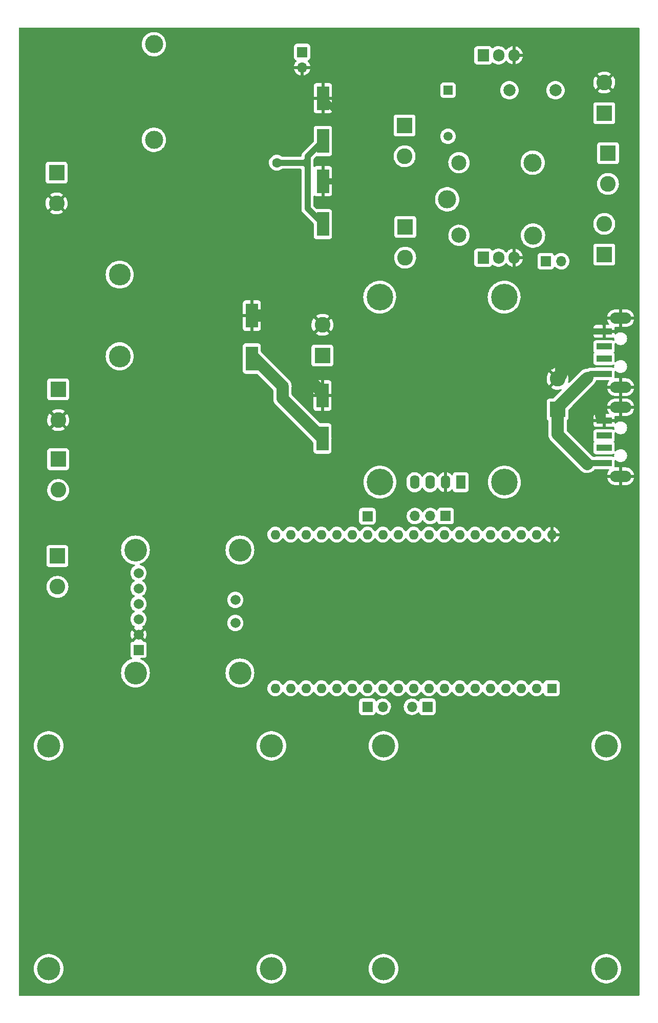
<source format=gbr>
G04 #@! TF.GenerationSoftware,KiCad,Pcbnew,(6.0.2)*
G04 #@! TF.CreationDate,2022-02-15T11:30:50+01:00*
G04 #@! TF.ProjectId,Entwicklerboard,456e7477-6963-46b6-9c65-72626f617264,rev?*
G04 #@! TF.SameCoordinates,Original*
G04 #@! TF.FileFunction,Copper,L2,Bot*
G04 #@! TF.FilePolarity,Positive*
%FSLAX46Y46*%
G04 Gerber Fmt 4.6, Leading zero omitted, Abs format (unit mm)*
G04 Created by KiCad (PCBNEW (6.0.2)) date 2022-02-15 11:30:50*
%MOMM*%
%LPD*%
G01*
G04 APERTURE LIST*
G04 #@! TA.AperFunction,ComponentPad*
%ADD10R,1.700000X1.700000*%
G04 #@! TD*
G04 #@! TA.AperFunction,ComponentPad*
%ADD11O,1.700000X1.700000*%
G04 #@! TD*
G04 #@! TA.AperFunction,ComponentPad*
%ADD12C,2.600000*%
G04 #@! TD*
G04 #@! TA.AperFunction,ComponentPad*
%ADD13R,2.600000X2.600000*%
G04 #@! TD*
G04 #@! TA.AperFunction,WasherPad*
%ADD14C,4.400000*%
G04 #@! TD*
G04 #@! TA.AperFunction,WasherPad*
%ADD15C,3.850000*%
G04 #@! TD*
G04 #@! TA.AperFunction,SMDPad,CuDef*
%ADD16R,2.000000X4.000000*%
G04 #@! TD*
G04 #@! TA.AperFunction,ComponentPad*
%ADD17R,1.665000X1.665000*%
G04 #@! TD*
G04 #@! TA.AperFunction,ComponentPad*
%ADD18C,1.665000*%
G04 #@! TD*
G04 #@! TA.AperFunction,ComponentPad*
%ADD19C,3.750000*%
G04 #@! TD*
G04 #@! TA.AperFunction,SMDPad,CuDef*
%ADD20R,2.500000X1.100000*%
G04 #@! TD*
G04 #@! TA.AperFunction,ComponentPad*
%ADD21O,3.500000X1.900000*%
G04 #@! TD*
G04 #@! TA.AperFunction,ComponentPad*
%ADD22C,3.000000*%
G04 #@! TD*
G04 #@! TA.AperFunction,ComponentPad*
%ADD23C,2.500000*%
G04 #@! TD*
G04 #@! TA.AperFunction,ComponentPad*
%ADD24C,3.600000*%
G04 #@! TD*
G04 #@! TA.AperFunction,ComponentPad*
%ADD25R,1.905000X2.000000*%
G04 #@! TD*
G04 #@! TA.AperFunction,ComponentPad*
%ADD26O,1.905000X2.000000*%
G04 #@! TD*
G04 #@! TA.AperFunction,ComponentPad*
%ADD27R,1.600000X1.600000*%
G04 #@! TD*
G04 #@! TA.AperFunction,ComponentPad*
%ADD28O,1.600000X1.600000*%
G04 #@! TD*
G04 #@! TA.AperFunction,ComponentPad*
%ADD29R,1.600000X2.300000*%
G04 #@! TD*
G04 #@! TA.AperFunction,ComponentPad*
%ADD30O,1.600000X2.300000*%
G04 #@! TD*
G04 #@! TA.AperFunction,ComponentPad*
%ADD31R,1.520000X1.520000*%
G04 #@! TD*
G04 #@! TA.AperFunction,ComponentPad*
%ADD32C,2.000000*%
G04 #@! TD*
G04 #@! TA.AperFunction,ComponentPad*
%ADD33C,1.520000*%
G04 #@! TD*
G04 #@! TA.AperFunction,ViaPad*
%ADD34C,2.000000*%
G04 #@! TD*
G04 #@! TA.AperFunction,ViaPad*
%ADD35C,2.500000*%
G04 #@! TD*
G04 #@! TA.AperFunction,ViaPad*
%ADD36C,1.600000*%
G04 #@! TD*
G04 #@! TA.AperFunction,Conductor*
%ADD37C,2.000000*%
G04 #@! TD*
G04 #@! TA.AperFunction,Conductor*
%ADD38C,1.000000*%
G04 #@! TD*
G04 #@! TA.AperFunction,Conductor*
%ADD39C,1.500000*%
G04 #@! TD*
G04 APERTURE END LIST*
D10*
X88377000Y-100559000D03*
D11*
X85837000Y-100559000D03*
X83297000Y-100559000D03*
D10*
X85344000Y-132080000D03*
D11*
X82804000Y-132080000D03*
D10*
X104922000Y-58445000D03*
D11*
X107462000Y-58445000D03*
D10*
X75438000Y-100584000D03*
X75438000Y-132080000D03*
D11*
X77978000Y-132080000D03*
D10*
X64643000Y-23876000D03*
D11*
X64643000Y-26416000D03*
D12*
X24308000Y-96261000D03*
D13*
X24308000Y-91181000D03*
D14*
X77470000Y-64389000D03*
X98044000Y-64389000D03*
D15*
X78105000Y-175387000D03*
X114935000Y-175387000D03*
X78105000Y-138557000D03*
X114935000Y-138557000D03*
D16*
X56317500Y-74535000D03*
X56317500Y-67435000D03*
X68072000Y-52318000D03*
X68072000Y-45218000D03*
X68001500Y-87743000D03*
X68001500Y-80643000D03*
X68072000Y-38596000D03*
X68072000Y-31496000D03*
D17*
X37592000Y-122682000D03*
D18*
X37592000Y-120142000D03*
X37592000Y-117602000D03*
X37592000Y-115062000D03*
X37592000Y-112522000D03*
X37592000Y-109982000D03*
X53594000Y-114427000D03*
X53594000Y-118237000D03*
D19*
X37084000Y-126492000D03*
X37084000Y-106172000D03*
X54356000Y-106172000D03*
X54356000Y-126492000D03*
D13*
X24313500Y-79615000D03*
D12*
X24313500Y-84695000D03*
D13*
X24048000Y-43815000D03*
D12*
X24048000Y-48895000D03*
D13*
X81581500Y-36017000D03*
D12*
X81581500Y-41097000D03*
D13*
X81683500Y-52781000D03*
D12*
X81683500Y-57861000D03*
D13*
X115211500Y-40589000D03*
D12*
X115211500Y-45669000D03*
D13*
X68001500Y-74027000D03*
D12*
X68001500Y-68947000D03*
D20*
X114556000Y-77048000D03*
X114556000Y-74548000D03*
X114556000Y-72548000D03*
X114556000Y-70048000D03*
D21*
X117306000Y-79248000D03*
X117306000Y-67848000D03*
D20*
X114556000Y-91780000D03*
X114556000Y-89280000D03*
X114556000Y-87280000D03*
X114556000Y-84780000D03*
D21*
X117306000Y-93980000D03*
X117306000Y-82580000D03*
D13*
X106883000Y-82951000D03*
D12*
X106883000Y-77871000D03*
D22*
X88626500Y-48214000D03*
D23*
X90576500Y-42164000D03*
D22*
X102776500Y-42164000D03*
X102826500Y-54214000D03*
D23*
X90576500Y-54164000D03*
D24*
X34473500Y-74168000D03*
X34473500Y-60668000D03*
D22*
X40132000Y-38380000D03*
X40132000Y-22580000D03*
D25*
X94586500Y-57866000D03*
D26*
X97126500Y-57866000D03*
X99666500Y-57866000D03*
D25*
X94586500Y-24409000D03*
D26*
X97126500Y-24409000D03*
X99666500Y-24409000D03*
D27*
X105918000Y-129032000D03*
D28*
X103378000Y-129032000D03*
X100838000Y-129032000D03*
X98298000Y-129032000D03*
X95758000Y-129032000D03*
X93218000Y-129032000D03*
X90678000Y-129032000D03*
X88138000Y-129032000D03*
X85598000Y-129032000D03*
X83058000Y-129032000D03*
X80518000Y-129032000D03*
X77978000Y-129032000D03*
X75438000Y-129032000D03*
X72898000Y-129032000D03*
X70358000Y-129032000D03*
X67818000Y-129032000D03*
X65278000Y-129032000D03*
X62738000Y-129032000D03*
X60198000Y-129032000D03*
X60198000Y-103632000D03*
X62738000Y-103632000D03*
X65278000Y-103632000D03*
X67818000Y-103632000D03*
X70358000Y-103632000D03*
X72898000Y-103632000D03*
X75438000Y-103632000D03*
X77978000Y-103632000D03*
X80518000Y-103632000D03*
X83058000Y-103632000D03*
X85598000Y-103632000D03*
X88138000Y-103632000D03*
X90678000Y-103632000D03*
X93218000Y-103632000D03*
X95758000Y-103632000D03*
X98298000Y-103632000D03*
X100838000Y-103632000D03*
X103378000Y-103632000D03*
X105918000Y-103632000D03*
D14*
X98096500Y-94968500D03*
X77496500Y-94968500D03*
D29*
X90866500Y-94968500D03*
D30*
X88326500Y-94968500D03*
X85786500Y-94968500D03*
X83246500Y-94968500D03*
D13*
X114601500Y-57358000D03*
D12*
X114601500Y-52278000D03*
D13*
X114601500Y-33995000D03*
D12*
X114601500Y-28915000D03*
D13*
X24181000Y-107183000D03*
D12*
X24181000Y-112263000D03*
D31*
X88759500Y-30190000D03*
D32*
X98919500Y-30190000D03*
X106539500Y-30190000D03*
D33*
X88759500Y-37810000D03*
D15*
X22733000Y-175387000D03*
X59563000Y-175387000D03*
X22733000Y-138557000D03*
X59563000Y-138557000D03*
D34*
X113792000Y-82296000D03*
D35*
X107472000Y-67848000D03*
D36*
X74676000Y-45212000D03*
D34*
X61397500Y-79107000D03*
D36*
X60452000Y-42164000D03*
D37*
X61847000Y-68701000D02*
X61847000Y-68451000D01*
X60581000Y-67435000D02*
X61847000Y-66169000D01*
X61847000Y-60581000D02*
X61847000Y-66169000D01*
X61847000Y-66169000D02*
X61847000Y-67435000D01*
X61847000Y-68701000D02*
X60581000Y-67435000D01*
X61847000Y-69467000D02*
X61847000Y-68701000D01*
X60581000Y-67435000D02*
X61847000Y-67435000D01*
X61847000Y-69467000D02*
X61847000Y-67435000D01*
X56317500Y-67435000D02*
X60581000Y-67435000D01*
X61847000Y-74039000D02*
X61847000Y-69467000D01*
D38*
X74676000Y-47752000D02*
X74676000Y-45212000D01*
D37*
X74676000Y-52832000D02*
X74676000Y-47752000D01*
X70612000Y-56896000D02*
X65532000Y-56896000D01*
X65532000Y-56896000D02*
X61847000Y-60581000D01*
X74676000Y-52832000D02*
X70612000Y-56896000D01*
X68001500Y-80193500D02*
X61847000Y-74039000D01*
X68001500Y-80643000D02*
X68001500Y-80193500D01*
X56825500Y-74535000D02*
X61397500Y-79107000D01*
X56317500Y-74535000D02*
X56825500Y-74535000D01*
X61397500Y-81139000D02*
X68001500Y-87743000D01*
X61397500Y-79107000D02*
X61397500Y-81139000D01*
D38*
X112436000Y-77048000D02*
X111760000Y-77724000D01*
X114556000Y-77048000D02*
X112436000Y-77048000D01*
X111928000Y-91780000D02*
X111760000Y-91948000D01*
X114556000Y-91780000D02*
X111928000Y-91780000D01*
D37*
X106883000Y-87071000D02*
X111760000Y-91948000D01*
X106883000Y-82951000D02*
X106883000Y-87071000D01*
X106883000Y-82601000D02*
X111760000Y-77724000D01*
X106883000Y-82951000D02*
X106883000Y-82601000D01*
D38*
X108996000Y-70388000D02*
X107472000Y-71912000D01*
D37*
X107472000Y-71912000D02*
X107472000Y-77282000D01*
X107472000Y-69880000D02*
X107472000Y-71912000D01*
D38*
X108996000Y-69880000D02*
X108996000Y-70388000D01*
X108996000Y-69880000D02*
X108996000Y-69372000D01*
D37*
X108996000Y-69880000D02*
X111536000Y-69880000D01*
X107472000Y-69880000D02*
X108996000Y-69880000D01*
D38*
X108996000Y-69372000D02*
X107472000Y-67848000D01*
X111704000Y-70048000D02*
X111536000Y-69880000D01*
X114556000Y-70048000D02*
X111704000Y-70048000D01*
D37*
X107472000Y-67848000D02*
X107472000Y-69880000D01*
X107472000Y-77282000D02*
X106883000Y-77871000D01*
D38*
X114556000Y-84780000D02*
X113792000Y-84016000D01*
D39*
X113792000Y-82296000D02*
X113792000Y-84016000D01*
D38*
X71622000Y-35046000D02*
X68072000Y-31496000D01*
X71622000Y-45218000D02*
X71622000Y-44202000D01*
X71622000Y-44202000D02*
X71622000Y-35046000D01*
X71622000Y-45218000D02*
X72638000Y-45218000D01*
X56317500Y-68959000D02*
X56317500Y-67435000D01*
X68072000Y-45218000D02*
X70618000Y-45218000D01*
X70618000Y-45206000D02*
X71622000Y-44202000D01*
X70618000Y-45218000D02*
X71622000Y-45218000D01*
X72638000Y-45218000D02*
X71622000Y-44202000D01*
X70618000Y-45218000D02*
X70618000Y-45206000D01*
X72638000Y-45218000D02*
X74670000Y-45218000D01*
X74670000Y-45218000D02*
X74676000Y-45212000D01*
X65024000Y-42164000D02*
X65532000Y-41656000D01*
X65024000Y-42164000D02*
X65532000Y-42672000D01*
X65532000Y-41656000D02*
X65532000Y-41136000D01*
X65532000Y-41136000D02*
X68072000Y-38596000D01*
X68072000Y-52318000D02*
X65532000Y-49778000D01*
X60452000Y-42164000D02*
X65024000Y-42164000D01*
X65532000Y-42672000D02*
X65532000Y-41656000D01*
X65532000Y-49778000D02*
X65532000Y-42672000D01*
G04 #@! TA.AperFunction,Conductor*
G36*
X120338121Y-19832002D02*
G01*
X120384614Y-19885658D01*
X120396000Y-19938000D01*
X120396000Y-179706000D01*
X120375998Y-179774121D01*
X120322342Y-179820614D01*
X120270000Y-179832000D01*
X17906000Y-179832000D01*
X17837879Y-179811998D01*
X17791386Y-179758342D01*
X17780000Y-179706000D01*
X17780000Y-175387000D01*
X20294689Y-175387000D01*
X20313916Y-175692601D01*
X20371293Y-175993383D01*
X20465916Y-176284602D01*
X20467603Y-176288188D01*
X20467605Y-176288192D01*
X20594604Y-176558079D01*
X20594608Y-176558086D01*
X20596292Y-176561665D01*
X20760365Y-176820203D01*
X20955548Y-177056139D01*
X21178762Y-177265751D01*
X21181964Y-177268078D01*
X21181966Y-177268079D01*
X21423279Y-177443403D01*
X21423284Y-177443406D01*
X21426488Y-177445734D01*
X21694818Y-177593250D01*
X21979520Y-177705972D01*
X22276106Y-177782122D01*
X22579897Y-177820500D01*
X22886103Y-177820500D01*
X23189894Y-177782122D01*
X23486480Y-177705972D01*
X23771182Y-177593250D01*
X24039512Y-177445734D01*
X24042716Y-177443406D01*
X24042721Y-177443403D01*
X24284034Y-177268079D01*
X24284036Y-177268078D01*
X24287238Y-177265751D01*
X24510452Y-177056139D01*
X24705635Y-176820203D01*
X24869708Y-176561665D01*
X24871392Y-176558086D01*
X24871396Y-176558079D01*
X24998395Y-176288192D01*
X24998397Y-176288188D01*
X25000084Y-176284602D01*
X25094707Y-175993383D01*
X25152084Y-175692601D01*
X25171311Y-175387000D01*
X57124689Y-175387000D01*
X57143916Y-175692601D01*
X57201293Y-175993383D01*
X57295916Y-176284602D01*
X57297603Y-176288188D01*
X57297605Y-176288192D01*
X57424604Y-176558079D01*
X57424608Y-176558086D01*
X57426292Y-176561665D01*
X57590365Y-176820203D01*
X57785548Y-177056139D01*
X58008762Y-177265751D01*
X58011964Y-177268078D01*
X58011966Y-177268079D01*
X58253279Y-177443403D01*
X58253284Y-177443406D01*
X58256488Y-177445734D01*
X58524818Y-177593250D01*
X58809520Y-177705972D01*
X59106106Y-177782122D01*
X59409897Y-177820500D01*
X59716103Y-177820500D01*
X60019894Y-177782122D01*
X60316480Y-177705972D01*
X60601182Y-177593250D01*
X60869512Y-177445734D01*
X60872716Y-177443406D01*
X60872721Y-177443403D01*
X61114034Y-177268079D01*
X61114036Y-177268078D01*
X61117238Y-177265751D01*
X61340452Y-177056139D01*
X61535635Y-176820203D01*
X61699708Y-176561665D01*
X61701392Y-176558086D01*
X61701396Y-176558079D01*
X61828395Y-176288192D01*
X61828397Y-176288188D01*
X61830084Y-176284602D01*
X61924707Y-175993383D01*
X61982084Y-175692601D01*
X62001311Y-175387000D01*
X75666689Y-175387000D01*
X75685916Y-175692601D01*
X75743293Y-175993383D01*
X75837916Y-176284602D01*
X75839603Y-176288188D01*
X75839605Y-176288192D01*
X75966604Y-176558079D01*
X75966608Y-176558086D01*
X75968292Y-176561665D01*
X76132365Y-176820203D01*
X76327548Y-177056139D01*
X76550762Y-177265751D01*
X76553964Y-177268078D01*
X76553966Y-177268079D01*
X76795279Y-177443403D01*
X76795284Y-177443406D01*
X76798488Y-177445734D01*
X77066818Y-177593250D01*
X77351520Y-177705972D01*
X77648106Y-177782122D01*
X77951897Y-177820500D01*
X78258103Y-177820500D01*
X78561894Y-177782122D01*
X78858480Y-177705972D01*
X79143182Y-177593250D01*
X79411512Y-177445734D01*
X79414716Y-177443406D01*
X79414721Y-177443403D01*
X79656034Y-177268079D01*
X79656036Y-177268078D01*
X79659238Y-177265751D01*
X79882452Y-177056139D01*
X80077635Y-176820203D01*
X80241708Y-176561665D01*
X80243392Y-176558086D01*
X80243396Y-176558079D01*
X80370395Y-176288192D01*
X80370397Y-176288188D01*
X80372084Y-176284602D01*
X80466707Y-175993383D01*
X80524084Y-175692601D01*
X80543311Y-175387000D01*
X112496689Y-175387000D01*
X112515916Y-175692601D01*
X112573293Y-175993383D01*
X112667916Y-176284602D01*
X112669603Y-176288188D01*
X112669605Y-176288192D01*
X112796604Y-176558079D01*
X112796608Y-176558086D01*
X112798292Y-176561665D01*
X112962365Y-176820203D01*
X113157548Y-177056139D01*
X113380762Y-177265751D01*
X113383964Y-177268078D01*
X113383966Y-177268079D01*
X113625279Y-177443403D01*
X113625284Y-177443406D01*
X113628488Y-177445734D01*
X113896818Y-177593250D01*
X114181520Y-177705972D01*
X114478106Y-177782122D01*
X114781897Y-177820500D01*
X115088103Y-177820500D01*
X115391894Y-177782122D01*
X115688480Y-177705972D01*
X115973182Y-177593250D01*
X116241512Y-177445734D01*
X116244716Y-177443406D01*
X116244721Y-177443403D01*
X116486034Y-177268079D01*
X116486036Y-177268078D01*
X116489238Y-177265751D01*
X116712452Y-177056139D01*
X116907635Y-176820203D01*
X117071708Y-176561665D01*
X117073392Y-176558086D01*
X117073396Y-176558079D01*
X117200395Y-176288192D01*
X117200397Y-176288188D01*
X117202084Y-176284602D01*
X117296707Y-175993383D01*
X117354084Y-175692601D01*
X117373311Y-175387000D01*
X117354084Y-175081399D01*
X117296707Y-174780617D01*
X117202084Y-174489398D01*
X117200395Y-174485808D01*
X117073396Y-174215921D01*
X117073392Y-174215914D01*
X117071708Y-174212335D01*
X116907635Y-173953797D01*
X116712452Y-173717861D01*
X116489238Y-173508249D01*
X116486034Y-173505921D01*
X116244721Y-173330597D01*
X116244716Y-173330594D01*
X116241512Y-173328266D01*
X115973182Y-173180750D01*
X115688480Y-173068028D01*
X115391894Y-172991878D01*
X115088103Y-172953500D01*
X114781897Y-172953500D01*
X114478106Y-172991878D01*
X114181520Y-173068028D01*
X113896818Y-173180750D01*
X113628488Y-173328266D01*
X113625284Y-173330594D01*
X113625279Y-173330597D01*
X113383966Y-173505921D01*
X113380762Y-173508249D01*
X113157548Y-173717861D01*
X112962365Y-173953797D01*
X112798292Y-174212335D01*
X112796608Y-174215914D01*
X112796604Y-174215921D01*
X112669605Y-174485808D01*
X112667916Y-174489398D01*
X112573293Y-174780617D01*
X112515916Y-175081399D01*
X112496689Y-175387000D01*
X80543311Y-175387000D01*
X80524084Y-175081399D01*
X80466707Y-174780617D01*
X80372084Y-174489398D01*
X80370395Y-174485808D01*
X80243396Y-174215921D01*
X80243392Y-174215914D01*
X80241708Y-174212335D01*
X80077635Y-173953797D01*
X79882452Y-173717861D01*
X79659238Y-173508249D01*
X79656034Y-173505921D01*
X79414721Y-173330597D01*
X79414716Y-173330594D01*
X79411512Y-173328266D01*
X79143182Y-173180750D01*
X78858480Y-173068028D01*
X78561894Y-172991878D01*
X78258103Y-172953500D01*
X77951897Y-172953500D01*
X77648106Y-172991878D01*
X77351520Y-173068028D01*
X77066818Y-173180750D01*
X76798488Y-173328266D01*
X76795284Y-173330594D01*
X76795279Y-173330597D01*
X76553966Y-173505921D01*
X76550762Y-173508249D01*
X76327548Y-173717861D01*
X76132365Y-173953797D01*
X75968292Y-174212335D01*
X75966608Y-174215914D01*
X75966604Y-174215921D01*
X75839605Y-174485808D01*
X75837916Y-174489398D01*
X75743293Y-174780617D01*
X75685916Y-175081399D01*
X75666689Y-175387000D01*
X62001311Y-175387000D01*
X61982084Y-175081399D01*
X61924707Y-174780617D01*
X61830084Y-174489398D01*
X61828395Y-174485808D01*
X61701396Y-174215921D01*
X61701392Y-174215914D01*
X61699708Y-174212335D01*
X61535635Y-173953797D01*
X61340452Y-173717861D01*
X61117238Y-173508249D01*
X61114034Y-173505921D01*
X60872721Y-173330597D01*
X60872716Y-173330594D01*
X60869512Y-173328266D01*
X60601182Y-173180750D01*
X60316480Y-173068028D01*
X60019894Y-172991878D01*
X59716103Y-172953500D01*
X59409897Y-172953500D01*
X59106106Y-172991878D01*
X58809520Y-173068028D01*
X58524818Y-173180750D01*
X58256488Y-173328266D01*
X58253284Y-173330594D01*
X58253279Y-173330597D01*
X58011966Y-173505921D01*
X58008762Y-173508249D01*
X57785548Y-173717861D01*
X57590365Y-173953797D01*
X57426292Y-174212335D01*
X57424608Y-174215914D01*
X57424604Y-174215921D01*
X57297605Y-174485808D01*
X57295916Y-174489398D01*
X57201293Y-174780617D01*
X57143916Y-175081399D01*
X57124689Y-175387000D01*
X25171311Y-175387000D01*
X25152084Y-175081399D01*
X25094707Y-174780617D01*
X25000084Y-174489398D01*
X24998395Y-174485808D01*
X24871396Y-174215921D01*
X24871392Y-174215914D01*
X24869708Y-174212335D01*
X24705635Y-173953797D01*
X24510452Y-173717861D01*
X24287238Y-173508249D01*
X24284034Y-173505921D01*
X24042721Y-173330597D01*
X24042716Y-173330594D01*
X24039512Y-173328266D01*
X23771182Y-173180750D01*
X23486480Y-173068028D01*
X23189894Y-172991878D01*
X22886103Y-172953500D01*
X22579897Y-172953500D01*
X22276106Y-172991878D01*
X21979520Y-173068028D01*
X21694818Y-173180750D01*
X21426488Y-173328266D01*
X21423284Y-173330594D01*
X21423279Y-173330597D01*
X21181966Y-173505921D01*
X21178762Y-173508249D01*
X20955548Y-173717861D01*
X20760365Y-173953797D01*
X20596292Y-174212335D01*
X20594608Y-174215914D01*
X20594604Y-174215921D01*
X20467605Y-174485808D01*
X20465916Y-174489398D01*
X20371293Y-174780617D01*
X20313916Y-175081399D01*
X20294689Y-175387000D01*
X17780000Y-175387000D01*
X17780000Y-138557000D01*
X20294689Y-138557000D01*
X20313916Y-138862601D01*
X20371293Y-139163383D01*
X20465916Y-139454602D01*
X20467603Y-139458188D01*
X20467605Y-139458192D01*
X20594604Y-139728079D01*
X20594608Y-139728086D01*
X20596292Y-139731665D01*
X20760365Y-139990203D01*
X20955548Y-140226139D01*
X21178762Y-140435751D01*
X21181964Y-140438078D01*
X21181966Y-140438079D01*
X21423279Y-140613403D01*
X21423284Y-140613406D01*
X21426488Y-140615734D01*
X21694818Y-140763250D01*
X21979520Y-140875972D01*
X22276106Y-140952122D01*
X22579897Y-140990500D01*
X22886103Y-140990500D01*
X23189894Y-140952122D01*
X23486480Y-140875972D01*
X23771182Y-140763250D01*
X24039512Y-140615734D01*
X24042716Y-140613406D01*
X24042721Y-140613403D01*
X24284034Y-140438079D01*
X24284036Y-140438078D01*
X24287238Y-140435751D01*
X24510452Y-140226139D01*
X24705635Y-139990203D01*
X24869708Y-139731665D01*
X24871392Y-139728086D01*
X24871396Y-139728079D01*
X24998395Y-139458192D01*
X24998397Y-139458188D01*
X25000084Y-139454602D01*
X25094707Y-139163383D01*
X25152084Y-138862601D01*
X25171311Y-138557000D01*
X57124689Y-138557000D01*
X57143916Y-138862601D01*
X57201293Y-139163383D01*
X57295916Y-139454602D01*
X57297603Y-139458188D01*
X57297605Y-139458192D01*
X57424604Y-139728079D01*
X57424608Y-139728086D01*
X57426292Y-139731665D01*
X57590365Y-139990203D01*
X57785548Y-140226139D01*
X58008762Y-140435751D01*
X58011964Y-140438078D01*
X58011966Y-140438079D01*
X58253279Y-140613403D01*
X58253284Y-140613406D01*
X58256488Y-140615734D01*
X58524818Y-140763250D01*
X58809520Y-140875972D01*
X59106106Y-140952122D01*
X59409897Y-140990500D01*
X59716103Y-140990500D01*
X60019894Y-140952122D01*
X60316480Y-140875972D01*
X60601182Y-140763250D01*
X60869512Y-140615734D01*
X60872716Y-140613406D01*
X60872721Y-140613403D01*
X61114034Y-140438079D01*
X61114036Y-140438078D01*
X61117238Y-140435751D01*
X61340452Y-140226139D01*
X61535635Y-139990203D01*
X61699708Y-139731665D01*
X61701392Y-139728086D01*
X61701396Y-139728079D01*
X61828395Y-139458192D01*
X61828397Y-139458188D01*
X61830084Y-139454602D01*
X61924707Y-139163383D01*
X61982084Y-138862601D01*
X62001311Y-138557000D01*
X75666689Y-138557000D01*
X75685916Y-138862601D01*
X75743293Y-139163383D01*
X75837916Y-139454602D01*
X75839603Y-139458188D01*
X75839605Y-139458192D01*
X75966604Y-139728079D01*
X75966608Y-139728086D01*
X75968292Y-139731665D01*
X76132365Y-139990203D01*
X76327548Y-140226139D01*
X76550762Y-140435751D01*
X76553964Y-140438078D01*
X76553966Y-140438079D01*
X76795279Y-140613403D01*
X76795284Y-140613406D01*
X76798488Y-140615734D01*
X77066818Y-140763250D01*
X77351520Y-140875972D01*
X77648106Y-140952122D01*
X77951897Y-140990500D01*
X78258103Y-140990500D01*
X78561894Y-140952122D01*
X78858480Y-140875972D01*
X79143182Y-140763250D01*
X79411512Y-140615734D01*
X79414716Y-140613406D01*
X79414721Y-140613403D01*
X79656034Y-140438079D01*
X79656036Y-140438078D01*
X79659238Y-140435751D01*
X79882452Y-140226139D01*
X80077635Y-139990203D01*
X80241708Y-139731665D01*
X80243392Y-139728086D01*
X80243396Y-139728079D01*
X80370395Y-139458192D01*
X80370397Y-139458188D01*
X80372084Y-139454602D01*
X80466707Y-139163383D01*
X80524084Y-138862601D01*
X80543311Y-138557000D01*
X112496689Y-138557000D01*
X112515916Y-138862601D01*
X112573293Y-139163383D01*
X112667916Y-139454602D01*
X112669603Y-139458188D01*
X112669605Y-139458192D01*
X112796604Y-139728079D01*
X112796608Y-139728086D01*
X112798292Y-139731665D01*
X112962365Y-139990203D01*
X113157548Y-140226139D01*
X113380762Y-140435751D01*
X113383964Y-140438078D01*
X113383966Y-140438079D01*
X113625279Y-140613403D01*
X113625284Y-140613406D01*
X113628488Y-140615734D01*
X113896818Y-140763250D01*
X114181520Y-140875972D01*
X114478106Y-140952122D01*
X114781897Y-140990500D01*
X115088103Y-140990500D01*
X115391894Y-140952122D01*
X115688480Y-140875972D01*
X115973182Y-140763250D01*
X116241512Y-140615734D01*
X116244716Y-140613406D01*
X116244721Y-140613403D01*
X116486034Y-140438079D01*
X116486036Y-140438078D01*
X116489238Y-140435751D01*
X116712452Y-140226139D01*
X116907635Y-139990203D01*
X117071708Y-139731665D01*
X117073392Y-139728086D01*
X117073396Y-139728079D01*
X117200395Y-139458192D01*
X117200397Y-139458188D01*
X117202084Y-139454602D01*
X117296707Y-139163383D01*
X117354084Y-138862601D01*
X117373311Y-138557000D01*
X117354084Y-138251399D01*
X117296707Y-137950617D01*
X117202084Y-137659398D01*
X117200395Y-137655808D01*
X117073396Y-137385921D01*
X117073392Y-137385914D01*
X117071708Y-137382335D01*
X116907635Y-137123797D01*
X116712452Y-136887861D01*
X116489238Y-136678249D01*
X116486034Y-136675921D01*
X116244721Y-136500597D01*
X116244716Y-136500594D01*
X116241512Y-136498266D01*
X115973182Y-136350750D01*
X115688480Y-136238028D01*
X115391894Y-136161878D01*
X115088103Y-136123500D01*
X114781897Y-136123500D01*
X114478106Y-136161878D01*
X114181520Y-136238028D01*
X113896818Y-136350750D01*
X113628488Y-136498266D01*
X113625284Y-136500594D01*
X113625279Y-136500597D01*
X113383966Y-136675921D01*
X113380762Y-136678249D01*
X113157548Y-136887861D01*
X112962365Y-137123797D01*
X112798292Y-137382335D01*
X112796608Y-137385914D01*
X112796604Y-137385921D01*
X112669605Y-137655808D01*
X112667916Y-137659398D01*
X112573293Y-137950617D01*
X112515916Y-138251399D01*
X112496689Y-138557000D01*
X80543311Y-138557000D01*
X80524084Y-138251399D01*
X80466707Y-137950617D01*
X80372084Y-137659398D01*
X80370395Y-137655808D01*
X80243396Y-137385921D01*
X80243392Y-137385914D01*
X80241708Y-137382335D01*
X80077635Y-137123797D01*
X79882452Y-136887861D01*
X79659238Y-136678249D01*
X79656034Y-136675921D01*
X79414721Y-136500597D01*
X79414716Y-136500594D01*
X79411512Y-136498266D01*
X79143182Y-136350750D01*
X78858480Y-136238028D01*
X78561894Y-136161878D01*
X78258103Y-136123500D01*
X77951897Y-136123500D01*
X77648106Y-136161878D01*
X77351520Y-136238028D01*
X77066818Y-136350750D01*
X76798488Y-136498266D01*
X76795284Y-136500594D01*
X76795279Y-136500597D01*
X76553966Y-136675921D01*
X76550762Y-136678249D01*
X76327548Y-136887861D01*
X76132365Y-137123797D01*
X75968292Y-137382335D01*
X75966608Y-137385914D01*
X75966604Y-137385921D01*
X75839605Y-137655808D01*
X75837916Y-137659398D01*
X75743293Y-137950617D01*
X75685916Y-138251399D01*
X75666689Y-138557000D01*
X62001311Y-138557000D01*
X61982084Y-138251399D01*
X61924707Y-137950617D01*
X61830084Y-137659398D01*
X61828395Y-137655808D01*
X61701396Y-137385921D01*
X61701392Y-137385914D01*
X61699708Y-137382335D01*
X61535635Y-137123797D01*
X61340452Y-136887861D01*
X61117238Y-136678249D01*
X61114034Y-136675921D01*
X60872721Y-136500597D01*
X60872716Y-136500594D01*
X60869512Y-136498266D01*
X60601182Y-136350750D01*
X60316480Y-136238028D01*
X60019894Y-136161878D01*
X59716103Y-136123500D01*
X59409897Y-136123500D01*
X59106106Y-136161878D01*
X58809520Y-136238028D01*
X58524818Y-136350750D01*
X58256488Y-136498266D01*
X58253284Y-136500594D01*
X58253279Y-136500597D01*
X58011966Y-136675921D01*
X58008762Y-136678249D01*
X57785548Y-136887861D01*
X57590365Y-137123797D01*
X57426292Y-137382335D01*
X57424608Y-137385914D01*
X57424604Y-137385921D01*
X57297605Y-137655808D01*
X57295916Y-137659398D01*
X57201293Y-137950617D01*
X57143916Y-138251399D01*
X57124689Y-138557000D01*
X25171311Y-138557000D01*
X25152084Y-138251399D01*
X25094707Y-137950617D01*
X25000084Y-137659398D01*
X24998395Y-137655808D01*
X24871396Y-137385921D01*
X24871392Y-137385914D01*
X24869708Y-137382335D01*
X24705635Y-137123797D01*
X24510452Y-136887861D01*
X24287238Y-136678249D01*
X24284034Y-136675921D01*
X24042721Y-136500597D01*
X24042716Y-136500594D01*
X24039512Y-136498266D01*
X23771182Y-136350750D01*
X23486480Y-136238028D01*
X23189894Y-136161878D01*
X22886103Y-136123500D01*
X22579897Y-136123500D01*
X22276106Y-136161878D01*
X21979520Y-136238028D01*
X21694818Y-136350750D01*
X21426488Y-136498266D01*
X21423284Y-136500594D01*
X21423279Y-136500597D01*
X21181966Y-136675921D01*
X21178762Y-136678249D01*
X20955548Y-136887861D01*
X20760365Y-137123797D01*
X20596292Y-137382335D01*
X20594608Y-137385914D01*
X20594604Y-137385921D01*
X20467605Y-137655808D01*
X20465916Y-137659398D01*
X20371293Y-137950617D01*
X20313916Y-138251399D01*
X20294689Y-138557000D01*
X17780000Y-138557000D01*
X17780000Y-132978134D01*
X74079500Y-132978134D01*
X74086255Y-133040316D01*
X74137385Y-133176705D01*
X74224739Y-133293261D01*
X74341295Y-133380615D01*
X74477684Y-133431745D01*
X74539866Y-133438500D01*
X76336134Y-133438500D01*
X76398316Y-133431745D01*
X76534705Y-133380615D01*
X76651261Y-133293261D01*
X76738615Y-133176705D01*
X76760799Y-133117529D01*
X76782598Y-133059382D01*
X76825240Y-133002618D01*
X76891802Y-132977918D01*
X76961150Y-132993126D01*
X76995817Y-133021114D01*
X77024250Y-133053938D01*
X77196126Y-133196632D01*
X77389000Y-133309338D01*
X77597692Y-133389030D01*
X77602760Y-133390061D01*
X77602763Y-133390062D01*
X77710017Y-133411883D01*
X77816597Y-133433567D01*
X77821772Y-133433757D01*
X77821774Y-133433757D01*
X78034673Y-133441564D01*
X78034677Y-133441564D01*
X78039837Y-133441753D01*
X78044957Y-133441097D01*
X78044959Y-133441097D01*
X78256288Y-133414025D01*
X78256289Y-133414025D01*
X78261416Y-133413368D01*
X78266366Y-133411883D01*
X78470429Y-133350661D01*
X78470434Y-133350659D01*
X78475384Y-133349174D01*
X78675994Y-133250896D01*
X78857860Y-133121173D01*
X79016096Y-132963489D01*
X79075594Y-132880689D01*
X79143435Y-132786277D01*
X79146453Y-132782077D01*
X79245430Y-132581811D01*
X79310370Y-132368069D01*
X79339529Y-132146590D01*
X79341156Y-132080000D01*
X79338418Y-132046695D01*
X81441251Y-132046695D01*
X81441548Y-132051848D01*
X81441548Y-132051851D01*
X81447011Y-132146590D01*
X81454110Y-132269715D01*
X81455247Y-132274761D01*
X81455248Y-132274767D01*
X81475119Y-132362939D01*
X81503222Y-132487639D01*
X81587266Y-132694616D01*
X81703987Y-132885088D01*
X81850250Y-133053938D01*
X82022126Y-133196632D01*
X82215000Y-133309338D01*
X82423692Y-133389030D01*
X82428760Y-133390061D01*
X82428763Y-133390062D01*
X82536017Y-133411883D01*
X82642597Y-133433567D01*
X82647772Y-133433757D01*
X82647774Y-133433757D01*
X82860673Y-133441564D01*
X82860677Y-133441564D01*
X82865837Y-133441753D01*
X82870957Y-133441097D01*
X82870959Y-133441097D01*
X83082288Y-133414025D01*
X83082289Y-133414025D01*
X83087416Y-133413368D01*
X83092366Y-133411883D01*
X83296429Y-133350661D01*
X83296434Y-133350659D01*
X83301384Y-133349174D01*
X83501994Y-133250896D01*
X83683860Y-133121173D01*
X83792091Y-133013319D01*
X83854462Y-132979404D01*
X83925268Y-132984592D01*
X83982030Y-133027238D01*
X83999012Y-133058341D01*
X84021201Y-133117529D01*
X84043385Y-133176705D01*
X84130739Y-133293261D01*
X84247295Y-133380615D01*
X84383684Y-133431745D01*
X84445866Y-133438500D01*
X86242134Y-133438500D01*
X86304316Y-133431745D01*
X86440705Y-133380615D01*
X86557261Y-133293261D01*
X86644615Y-133176705D01*
X86695745Y-133040316D01*
X86702500Y-132978134D01*
X86702500Y-131181866D01*
X86695745Y-131119684D01*
X86644615Y-130983295D01*
X86557261Y-130866739D01*
X86440705Y-130779385D01*
X86304316Y-130728255D01*
X86242134Y-130721500D01*
X84445866Y-130721500D01*
X84383684Y-130728255D01*
X84247295Y-130779385D01*
X84130739Y-130866739D01*
X84043385Y-130983295D01*
X84040233Y-130991703D01*
X83998919Y-131101907D01*
X83956277Y-131158671D01*
X83889716Y-131183371D01*
X83820367Y-131168163D01*
X83787743Y-131142476D01*
X83737151Y-131086875D01*
X83737142Y-131086866D01*
X83733670Y-131083051D01*
X83729619Y-131079852D01*
X83729615Y-131079848D01*
X83562414Y-130947800D01*
X83562410Y-130947798D01*
X83558359Y-130944598D01*
X83362789Y-130836638D01*
X83357920Y-130834914D01*
X83357916Y-130834912D01*
X83157087Y-130763795D01*
X83157083Y-130763794D01*
X83152212Y-130762069D01*
X83147119Y-130761162D01*
X83147116Y-130761161D01*
X82937373Y-130723800D01*
X82937367Y-130723799D01*
X82932284Y-130722894D01*
X82858452Y-130721992D01*
X82714081Y-130720228D01*
X82714079Y-130720228D01*
X82708911Y-130720165D01*
X82488091Y-130753955D01*
X82275756Y-130823357D01*
X82077607Y-130926507D01*
X82073474Y-130929610D01*
X82073471Y-130929612D01*
X81903100Y-131057530D01*
X81898965Y-131060635D01*
X81859525Y-131101907D01*
X81787729Y-131177037D01*
X81744629Y-131222138D01*
X81618743Y-131406680D01*
X81524688Y-131609305D01*
X81464989Y-131824570D01*
X81441251Y-132046695D01*
X79338418Y-132046695D01*
X79322852Y-131857361D01*
X79268431Y-131640702D01*
X79179354Y-131435840D01*
X79058014Y-131248277D01*
X78907670Y-131083051D01*
X78903619Y-131079852D01*
X78903615Y-131079848D01*
X78736414Y-130947800D01*
X78736410Y-130947798D01*
X78732359Y-130944598D01*
X78536789Y-130836638D01*
X78531920Y-130834914D01*
X78531916Y-130834912D01*
X78331087Y-130763795D01*
X78331083Y-130763794D01*
X78326212Y-130762069D01*
X78321119Y-130761162D01*
X78321116Y-130761161D01*
X78111373Y-130723800D01*
X78111367Y-130723799D01*
X78106284Y-130722894D01*
X78032452Y-130721992D01*
X77888081Y-130720228D01*
X77888079Y-130720228D01*
X77882911Y-130720165D01*
X77662091Y-130753955D01*
X77449756Y-130823357D01*
X77251607Y-130926507D01*
X77247474Y-130929610D01*
X77247471Y-130929612D01*
X77077100Y-131057530D01*
X77072965Y-131060635D01*
X77016537Y-131119684D01*
X76992283Y-131145064D01*
X76930759Y-131180494D01*
X76859846Y-131177037D01*
X76802060Y-131135791D01*
X76783207Y-131102243D01*
X76741767Y-130991703D01*
X76738615Y-130983295D01*
X76651261Y-130866739D01*
X76534705Y-130779385D01*
X76398316Y-130728255D01*
X76336134Y-130721500D01*
X74539866Y-130721500D01*
X74477684Y-130728255D01*
X74341295Y-130779385D01*
X74224739Y-130866739D01*
X74137385Y-130983295D01*
X74086255Y-131119684D01*
X74079500Y-131181866D01*
X74079500Y-132978134D01*
X17780000Y-132978134D01*
X17780000Y-129032000D01*
X58884502Y-129032000D01*
X58904457Y-129260087D01*
X58963716Y-129481243D01*
X58966039Y-129486224D01*
X58966039Y-129486225D01*
X59058151Y-129683762D01*
X59058154Y-129683767D01*
X59060477Y-129688749D01*
X59191802Y-129876300D01*
X59353700Y-130038198D01*
X59358208Y-130041355D01*
X59358211Y-130041357D01*
X59399542Y-130070297D01*
X59541251Y-130169523D01*
X59546233Y-130171846D01*
X59546238Y-130171849D01*
X59743775Y-130263961D01*
X59748757Y-130266284D01*
X59754065Y-130267706D01*
X59754067Y-130267707D01*
X59964598Y-130324119D01*
X59964600Y-130324119D01*
X59969913Y-130325543D01*
X60198000Y-130345498D01*
X60426087Y-130325543D01*
X60431400Y-130324119D01*
X60431402Y-130324119D01*
X60641933Y-130267707D01*
X60641935Y-130267706D01*
X60647243Y-130266284D01*
X60652225Y-130263961D01*
X60849762Y-130171849D01*
X60849767Y-130171846D01*
X60854749Y-130169523D01*
X60996458Y-130070297D01*
X61037789Y-130041357D01*
X61037792Y-130041355D01*
X61042300Y-130038198D01*
X61204198Y-129876300D01*
X61335523Y-129688749D01*
X61337846Y-129683767D01*
X61337849Y-129683762D01*
X61353805Y-129649543D01*
X61400722Y-129596258D01*
X61468999Y-129576797D01*
X61536959Y-129597339D01*
X61582195Y-129649543D01*
X61598151Y-129683762D01*
X61598154Y-129683767D01*
X61600477Y-129688749D01*
X61731802Y-129876300D01*
X61893700Y-130038198D01*
X61898208Y-130041355D01*
X61898211Y-130041357D01*
X61939542Y-130070297D01*
X62081251Y-130169523D01*
X62086233Y-130171846D01*
X62086238Y-130171849D01*
X62283775Y-130263961D01*
X62288757Y-130266284D01*
X62294065Y-130267706D01*
X62294067Y-130267707D01*
X62504598Y-130324119D01*
X62504600Y-130324119D01*
X62509913Y-130325543D01*
X62738000Y-130345498D01*
X62966087Y-130325543D01*
X62971400Y-130324119D01*
X62971402Y-130324119D01*
X63181933Y-130267707D01*
X63181935Y-130267706D01*
X63187243Y-130266284D01*
X63192225Y-130263961D01*
X63389762Y-130171849D01*
X63389767Y-130171846D01*
X63394749Y-130169523D01*
X63536458Y-130070297D01*
X63577789Y-130041357D01*
X63577792Y-130041355D01*
X63582300Y-130038198D01*
X63744198Y-129876300D01*
X63875523Y-129688749D01*
X63877846Y-129683767D01*
X63877849Y-129683762D01*
X63893805Y-129649543D01*
X63940722Y-129596258D01*
X64008999Y-129576797D01*
X64076959Y-129597339D01*
X64122195Y-129649543D01*
X64138151Y-129683762D01*
X64138154Y-129683767D01*
X64140477Y-129688749D01*
X64271802Y-129876300D01*
X64433700Y-130038198D01*
X64438208Y-130041355D01*
X64438211Y-130041357D01*
X64479542Y-130070297D01*
X64621251Y-130169523D01*
X64626233Y-130171846D01*
X64626238Y-130171849D01*
X64823775Y-130263961D01*
X64828757Y-130266284D01*
X64834065Y-130267706D01*
X64834067Y-130267707D01*
X65044598Y-130324119D01*
X65044600Y-130324119D01*
X65049913Y-130325543D01*
X65278000Y-130345498D01*
X65506087Y-130325543D01*
X65511400Y-130324119D01*
X65511402Y-130324119D01*
X65721933Y-130267707D01*
X65721935Y-130267706D01*
X65727243Y-130266284D01*
X65732225Y-130263961D01*
X65929762Y-130171849D01*
X65929767Y-130171846D01*
X65934749Y-130169523D01*
X66076458Y-130070297D01*
X66117789Y-130041357D01*
X66117792Y-130041355D01*
X66122300Y-130038198D01*
X66284198Y-129876300D01*
X66415523Y-129688749D01*
X66417846Y-129683767D01*
X66417849Y-129683762D01*
X66433805Y-129649543D01*
X66480722Y-129596258D01*
X66548999Y-129576797D01*
X66616959Y-129597339D01*
X66662195Y-129649543D01*
X66678151Y-129683762D01*
X66678154Y-129683767D01*
X66680477Y-129688749D01*
X66811802Y-129876300D01*
X66973700Y-130038198D01*
X66978208Y-130041355D01*
X66978211Y-130041357D01*
X67019542Y-130070297D01*
X67161251Y-130169523D01*
X67166233Y-130171846D01*
X67166238Y-130171849D01*
X67363775Y-130263961D01*
X67368757Y-130266284D01*
X67374065Y-130267706D01*
X67374067Y-130267707D01*
X67584598Y-130324119D01*
X67584600Y-130324119D01*
X67589913Y-130325543D01*
X67818000Y-130345498D01*
X68046087Y-130325543D01*
X68051400Y-130324119D01*
X68051402Y-130324119D01*
X68261933Y-130267707D01*
X68261935Y-130267706D01*
X68267243Y-130266284D01*
X68272225Y-130263961D01*
X68469762Y-130171849D01*
X68469767Y-130171846D01*
X68474749Y-130169523D01*
X68616458Y-130070297D01*
X68657789Y-130041357D01*
X68657792Y-130041355D01*
X68662300Y-130038198D01*
X68824198Y-129876300D01*
X68955523Y-129688749D01*
X68957846Y-129683767D01*
X68957849Y-129683762D01*
X68973805Y-129649543D01*
X69020722Y-129596258D01*
X69088999Y-129576797D01*
X69156959Y-129597339D01*
X69202195Y-129649543D01*
X69218151Y-129683762D01*
X69218154Y-129683767D01*
X69220477Y-129688749D01*
X69351802Y-129876300D01*
X69513700Y-130038198D01*
X69518208Y-130041355D01*
X69518211Y-130041357D01*
X69559542Y-130070297D01*
X69701251Y-130169523D01*
X69706233Y-130171846D01*
X69706238Y-130171849D01*
X69903775Y-130263961D01*
X69908757Y-130266284D01*
X69914065Y-130267706D01*
X69914067Y-130267707D01*
X70124598Y-130324119D01*
X70124600Y-130324119D01*
X70129913Y-130325543D01*
X70358000Y-130345498D01*
X70586087Y-130325543D01*
X70591400Y-130324119D01*
X70591402Y-130324119D01*
X70801933Y-130267707D01*
X70801935Y-130267706D01*
X70807243Y-130266284D01*
X70812225Y-130263961D01*
X71009762Y-130171849D01*
X71009767Y-130171846D01*
X71014749Y-130169523D01*
X71156458Y-130070297D01*
X71197789Y-130041357D01*
X71197792Y-130041355D01*
X71202300Y-130038198D01*
X71364198Y-129876300D01*
X71495523Y-129688749D01*
X71497846Y-129683767D01*
X71497849Y-129683762D01*
X71513805Y-129649543D01*
X71560722Y-129596258D01*
X71628999Y-129576797D01*
X71696959Y-129597339D01*
X71742195Y-129649543D01*
X71758151Y-129683762D01*
X71758154Y-129683767D01*
X71760477Y-129688749D01*
X71891802Y-129876300D01*
X72053700Y-130038198D01*
X72058208Y-130041355D01*
X72058211Y-130041357D01*
X72099542Y-130070297D01*
X72241251Y-130169523D01*
X72246233Y-130171846D01*
X72246238Y-130171849D01*
X72443775Y-130263961D01*
X72448757Y-130266284D01*
X72454065Y-130267706D01*
X72454067Y-130267707D01*
X72664598Y-130324119D01*
X72664600Y-130324119D01*
X72669913Y-130325543D01*
X72898000Y-130345498D01*
X73126087Y-130325543D01*
X73131400Y-130324119D01*
X73131402Y-130324119D01*
X73341933Y-130267707D01*
X73341935Y-130267706D01*
X73347243Y-130266284D01*
X73352225Y-130263961D01*
X73549762Y-130171849D01*
X73549767Y-130171846D01*
X73554749Y-130169523D01*
X73696458Y-130070297D01*
X73737789Y-130041357D01*
X73737792Y-130041355D01*
X73742300Y-130038198D01*
X73904198Y-129876300D01*
X74035523Y-129688749D01*
X74037846Y-129683767D01*
X74037849Y-129683762D01*
X74053805Y-129649543D01*
X74100722Y-129596258D01*
X74168999Y-129576797D01*
X74236959Y-129597339D01*
X74282195Y-129649543D01*
X74298151Y-129683762D01*
X74298154Y-129683767D01*
X74300477Y-129688749D01*
X74431802Y-129876300D01*
X74593700Y-130038198D01*
X74598208Y-130041355D01*
X74598211Y-130041357D01*
X74639542Y-130070297D01*
X74781251Y-130169523D01*
X74786233Y-130171846D01*
X74786238Y-130171849D01*
X74983775Y-130263961D01*
X74988757Y-130266284D01*
X74994065Y-130267706D01*
X74994067Y-130267707D01*
X75204598Y-130324119D01*
X75204600Y-130324119D01*
X75209913Y-130325543D01*
X75438000Y-130345498D01*
X75666087Y-130325543D01*
X75671400Y-130324119D01*
X75671402Y-130324119D01*
X75881933Y-130267707D01*
X75881935Y-130267706D01*
X75887243Y-130266284D01*
X75892225Y-130263961D01*
X76089762Y-130171849D01*
X76089767Y-130171846D01*
X76094749Y-130169523D01*
X76236458Y-130070297D01*
X76277789Y-130041357D01*
X76277792Y-130041355D01*
X76282300Y-130038198D01*
X76444198Y-129876300D01*
X76575523Y-129688749D01*
X76577846Y-129683767D01*
X76577849Y-129683762D01*
X76593805Y-129649543D01*
X76640722Y-129596258D01*
X76708999Y-129576797D01*
X76776959Y-129597339D01*
X76822195Y-129649543D01*
X76838151Y-129683762D01*
X76838154Y-129683767D01*
X76840477Y-129688749D01*
X76971802Y-129876300D01*
X77133700Y-130038198D01*
X77138208Y-130041355D01*
X77138211Y-130041357D01*
X77179542Y-130070297D01*
X77321251Y-130169523D01*
X77326233Y-130171846D01*
X77326238Y-130171849D01*
X77523775Y-130263961D01*
X77528757Y-130266284D01*
X77534065Y-130267706D01*
X77534067Y-130267707D01*
X77744598Y-130324119D01*
X77744600Y-130324119D01*
X77749913Y-130325543D01*
X77978000Y-130345498D01*
X78206087Y-130325543D01*
X78211400Y-130324119D01*
X78211402Y-130324119D01*
X78421933Y-130267707D01*
X78421935Y-130267706D01*
X78427243Y-130266284D01*
X78432225Y-130263961D01*
X78629762Y-130171849D01*
X78629767Y-130171846D01*
X78634749Y-130169523D01*
X78776458Y-130070297D01*
X78817789Y-130041357D01*
X78817792Y-130041355D01*
X78822300Y-130038198D01*
X78984198Y-129876300D01*
X79115523Y-129688749D01*
X79117846Y-129683767D01*
X79117849Y-129683762D01*
X79133805Y-129649543D01*
X79180722Y-129596258D01*
X79248999Y-129576797D01*
X79316959Y-129597339D01*
X79362195Y-129649543D01*
X79378151Y-129683762D01*
X79378154Y-129683767D01*
X79380477Y-129688749D01*
X79511802Y-129876300D01*
X79673700Y-130038198D01*
X79678208Y-130041355D01*
X79678211Y-130041357D01*
X79719542Y-130070297D01*
X79861251Y-130169523D01*
X79866233Y-130171846D01*
X79866238Y-130171849D01*
X80063775Y-130263961D01*
X80068757Y-130266284D01*
X80074065Y-130267706D01*
X80074067Y-130267707D01*
X80284598Y-130324119D01*
X80284600Y-130324119D01*
X80289913Y-130325543D01*
X80518000Y-130345498D01*
X80746087Y-130325543D01*
X80751400Y-130324119D01*
X80751402Y-130324119D01*
X80961933Y-130267707D01*
X80961935Y-130267706D01*
X80967243Y-130266284D01*
X80972225Y-130263961D01*
X81169762Y-130171849D01*
X81169767Y-130171846D01*
X81174749Y-130169523D01*
X81316458Y-130070297D01*
X81357789Y-130041357D01*
X81357792Y-130041355D01*
X81362300Y-130038198D01*
X81524198Y-129876300D01*
X81655523Y-129688749D01*
X81657846Y-129683767D01*
X81657849Y-129683762D01*
X81673805Y-129649543D01*
X81720722Y-129596258D01*
X81788999Y-129576797D01*
X81856959Y-129597339D01*
X81902195Y-129649543D01*
X81918151Y-129683762D01*
X81918154Y-129683767D01*
X81920477Y-129688749D01*
X82051802Y-129876300D01*
X82213700Y-130038198D01*
X82218208Y-130041355D01*
X82218211Y-130041357D01*
X82259542Y-130070297D01*
X82401251Y-130169523D01*
X82406233Y-130171846D01*
X82406238Y-130171849D01*
X82603775Y-130263961D01*
X82608757Y-130266284D01*
X82614065Y-130267706D01*
X82614067Y-130267707D01*
X82824598Y-130324119D01*
X82824600Y-130324119D01*
X82829913Y-130325543D01*
X83058000Y-130345498D01*
X83286087Y-130325543D01*
X83291400Y-130324119D01*
X83291402Y-130324119D01*
X83501933Y-130267707D01*
X83501935Y-130267706D01*
X83507243Y-130266284D01*
X83512225Y-130263961D01*
X83709762Y-130171849D01*
X83709767Y-130171846D01*
X83714749Y-130169523D01*
X83856458Y-130070297D01*
X83897789Y-130041357D01*
X83897792Y-130041355D01*
X83902300Y-130038198D01*
X84064198Y-129876300D01*
X84195523Y-129688749D01*
X84197846Y-129683767D01*
X84197849Y-129683762D01*
X84213805Y-129649543D01*
X84260722Y-129596258D01*
X84328999Y-129576797D01*
X84396959Y-129597339D01*
X84442195Y-129649543D01*
X84458151Y-129683762D01*
X84458154Y-129683767D01*
X84460477Y-129688749D01*
X84591802Y-129876300D01*
X84753700Y-130038198D01*
X84758208Y-130041355D01*
X84758211Y-130041357D01*
X84799542Y-130070297D01*
X84941251Y-130169523D01*
X84946233Y-130171846D01*
X84946238Y-130171849D01*
X85143775Y-130263961D01*
X85148757Y-130266284D01*
X85154065Y-130267706D01*
X85154067Y-130267707D01*
X85364598Y-130324119D01*
X85364600Y-130324119D01*
X85369913Y-130325543D01*
X85598000Y-130345498D01*
X85826087Y-130325543D01*
X85831400Y-130324119D01*
X85831402Y-130324119D01*
X86041933Y-130267707D01*
X86041935Y-130267706D01*
X86047243Y-130266284D01*
X86052225Y-130263961D01*
X86249762Y-130171849D01*
X86249767Y-130171846D01*
X86254749Y-130169523D01*
X86396458Y-130070297D01*
X86437789Y-130041357D01*
X86437792Y-130041355D01*
X86442300Y-130038198D01*
X86604198Y-129876300D01*
X86735523Y-129688749D01*
X86737846Y-129683767D01*
X86737849Y-129683762D01*
X86753805Y-129649543D01*
X86800722Y-129596258D01*
X86868999Y-129576797D01*
X86936959Y-129597339D01*
X86982195Y-129649543D01*
X86998151Y-129683762D01*
X86998154Y-129683767D01*
X87000477Y-129688749D01*
X87131802Y-129876300D01*
X87293700Y-130038198D01*
X87298208Y-130041355D01*
X87298211Y-130041357D01*
X87339542Y-130070297D01*
X87481251Y-130169523D01*
X87486233Y-130171846D01*
X87486238Y-130171849D01*
X87683775Y-130263961D01*
X87688757Y-130266284D01*
X87694065Y-130267706D01*
X87694067Y-130267707D01*
X87904598Y-130324119D01*
X87904600Y-130324119D01*
X87909913Y-130325543D01*
X88138000Y-130345498D01*
X88366087Y-130325543D01*
X88371400Y-130324119D01*
X88371402Y-130324119D01*
X88581933Y-130267707D01*
X88581935Y-130267706D01*
X88587243Y-130266284D01*
X88592225Y-130263961D01*
X88789762Y-130171849D01*
X88789767Y-130171846D01*
X88794749Y-130169523D01*
X88936458Y-130070297D01*
X88977789Y-130041357D01*
X88977792Y-130041355D01*
X88982300Y-130038198D01*
X89144198Y-129876300D01*
X89275523Y-129688749D01*
X89277846Y-129683767D01*
X89277849Y-129683762D01*
X89293805Y-129649543D01*
X89340722Y-129596258D01*
X89408999Y-129576797D01*
X89476959Y-129597339D01*
X89522195Y-129649543D01*
X89538151Y-129683762D01*
X89538154Y-129683767D01*
X89540477Y-129688749D01*
X89671802Y-129876300D01*
X89833700Y-130038198D01*
X89838208Y-130041355D01*
X89838211Y-130041357D01*
X89879542Y-130070297D01*
X90021251Y-130169523D01*
X90026233Y-130171846D01*
X90026238Y-130171849D01*
X90223775Y-130263961D01*
X90228757Y-130266284D01*
X90234065Y-130267706D01*
X90234067Y-130267707D01*
X90444598Y-130324119D01*
X90444600Y-130324119D01*
X90449913Y-130325543D01*
X90678000Y-130345498D01*
X90906087Y-130325543D01*
X90911400Y-130324119D01*
X90911402Y-130324119D01*
X91121933Y-130267707D01*
X91121935Y-130267706D01*
X91127243Y-130266284D01*
X91132225Y-130263961D01*
X91329762Y-130171849D01*
X91329767Y-130171846D01*
X91334749Y-130169523D01*
X91476458Y-130070297D01*
X91517789Y-130041357D01*
X91517792Y-130041355D01*
X91522300Y-130038198D01*
X91684198Y-129876300D01*
X91815523Y-129688749D01*
X91817846Y-129683767D01*
X91817849Y-129683762D01*
X91833805Y-129649543D01*
X91880722Y-129596258D01*
X91948999Y-129576797D01*
X92016959Y-129597339D01*
X92062195Y-129649543D01*
X92078151Y-129683762D01*
X92078154Y-129683767D01*
X92080477Y-129688749D01*
X92211802Y-129876300D01*
X92373700Y-130038198D01*
X92378208Y-130041355D01*
X92378211Y-130041357D01*
X92419542Y-130070297D01*
X92561251Y-130169523D01*
X92566233Y-130171846D01*
X92566238Y-130171849D01*
X92763775Y-130263961D01*
X92768757Y-130266284D01*
X92774065Y-130267706D01*
X92774067Y-130267707D01*
X92984598Y-130324119D01*
X92984600Y-130324119D01*
X92989913Y-130325543D01*
X93218000Y-130345498D01*
X93446087Y-130325543D01*
X93451400Y-130324119D01*
X93451402Y-130324119D01*
X93661933Y-130267707D01*
X93661935Y-130267706D01*
X93667243Y-130266284D01*
X93672225Y-130263961D01*
X93869762Y-130171849D01*
X93869767Y-130171846D01*
X93874749Y-130169523D01*
X94016458Y-130070297D01*
X94057789Y-130041357D01*
X94057792Y-130041355D01*
X94062300Y-130038198D01*
X94224198Y-129876300D01*
X94355523Y-129688749D01*
X94357846Y-129683767D01*
X94357849Y-129683762D01*
X94373805Y-129649543D01*
X94420722Y-129596258D01*
X94488999Y-129576797D01*
X94556959Y-129597339D01*
X94602195Y-129649543D01*
X94618151Y-129683762D01*
X94618154Y-129683767D01*
X94620477Y-129688749D01*
X94751802Y-129876300D01*
X94913700Y-130038198D01*
X94918208Y-130041355D01*
X94918211Y-130041357D01*
X94959542Y-130070297D01*
X95101251Y-130169523D01*
X95106233Y-130171846D01*
X95106238Y-130171849D01*
X95303775Y-130263961D01*
X95308757Y-130266284D01*
X95314065Y-130267706D01*
X95314067Y-130267707D01*
X95524598Y-130324119D01*
X95524600Y-130324119D01*
X95529913Y-130325543D01*
X95758000Y-130345498D01*
X95986087Y-130325543D01*
X95991400Y-130324119D01*
X95991402Y-130324119D01*
X96201933Y-130267707D01*
X96201935Y-130267706D01*
X96207243Y-130266284D01*
X96212225Y-130263961D01*
X96409762Y-130171849D01*
X96409767Y-130171846D01*
X96414749Y-130169523D01*
X96556458Y-130070297D01*
X96597789Y-130041357D01*
X96597792Y-130041355D01*
X96602300Y-130038198D01*
X96764198Y-129876300D01*
X96895523Y-129688749D01*
X96897846Y-129683767D01*
X96897849Y-129683762D01*
X96913805Y-129649543D01*
X96960722Y-129596258D01*
X97028999Y-129576797D01*
X97096959Y-129597339D01*
X97142195Y-129649543D01*
X97158151Y-129683762D01*
X97158154Y-129683767D01*
X97160477Y-129688749D01*
X97291802Y-129876300D01*
X97453700Y-130038198D01*
X97458208Y-130041355D01*
X97458211Y-130041357D01*
X97499542Y-130070297D01*
X97641251Y-130169523D01*
X97646233Y-130171846D01*
X97646238Y-130171849D01*
X97843775Y-130263961D01*
X97848757Y-130266284D01*
X97854065Y-130267706D01*
X97854067Y-130267707D01*
X98064598Y-130324119D01*
X98064600Y-130324119D01*
X98069913Y-130325543D01*
X98298000Y-130345498D01*
X98526087Y-130325543D01*
X98531400Y-130324119D01*
X98531402Y-130324119D01*
X98741933Y-130267707D01*
X98741935Y-130267706D01*
X98747243Y-130266284D01*
X98752225Y-130263961D01*
X98949762Y-130171849D01*
X98949767Y-130171846D01*
X98954749Y-130169523D01*
X99096458Y-130070297D01*
X99137789Y-130041357D01*
X99137792Y-130041355D01*
X99142300Y-130038198D01*
X99304198Y-129876300D01*
X99435523Y-129688749D01*
X99437846Y-129683767D01*
X99437849Y-129683762D01*
X99453805Y-129649543D01*
X99500722Y-129596258D01*
X99568999Y-129576797D01*
X99636959Y-129597339D01*
X99682195Y-129649543D01*
X99698151Y-129683762D01*
X99698154Y-129683767D01*
X99700477Y-129688749D01*
X99831802Y-129876300D01*
X99993700Y-130038198D01*
X99998208Y-130041355D01*
X99998211Y-130041357D01*
X100039542Y-130070297D01*
X100181251Y-130169523D01*
X100186233Y-130171846D01*
X100186238Y-130171849D01*
X100383775Y-130263961D01*
X100388757Y-130266284D01*
X100394065Y-130267706D01*
X100394067Y-130267707D01*
X100604598Y-130324119D01*
X100604600Y-130324119D01*
X100609913Y-130325543D01*
X100838000Y-130345498D01*
X101066087Y-130325543D01*
X101071400Y-130324119D01*
X101071402Y-130324119D01*
X101281933Y-130267707D01*
X101281935Y-130267706D01*
X101287243Y-130266284D01*
X101292225Y-130263961D01*
X101489762Y-130171849D01*
X101489767Y-130171846D01*
X101494749Y-130169523D01*
X101636458Y-130070297D01*
X101677789Y-130041357D01*
X101677792Y-130041355D01*
X101682300Y-130038198D01*
X101844198Y-129876300D01*
X101975523Y-129688749D01*
X101977846Y-129683767D01*
X101977849Y-129683762D01*
X101993805Y-129649543D01*
X102040722Y-129596258D01*
X102108999Y-129576797D01*
X102176959Y-129597339D01*
X102222195Y-129649543D01*
X102238151Y-129683762D01*
X102238154Y-129683767D01*
X102240477Y-129688749D01*
X102371802Y-129876300D01*
X102533700Y-130038198D01*
X102538208Y-130041355D01*
X102538211Y-130041357D01*
X102579542Y-130070297D01*
X102721251Y-130169523D01*
X102726233Y-130171846D01*
X102726238Y-130171849D01*
X102923775Y-130263961D01*
X102928757Y-130266284D01*
X102934065Y-130267706D01*
X102934067Y-130267707D01*
X103144598Y-130324119D01*
X103144600Y-130324119D01*
X103149913Y-130325543D01*
X103378000Y-130345498D01*
X103606087Y-130325543D01*
X103611400Y-130324119D01*
X103611402Y-130324119D01*
X103821933Y-130267707D01*
X103821935Y-130267706D01*
X103827243Y-130266284D01*
X103832225Y-130263961D01*
X104029762Y-130171849D01*
X104029767Y-130171846D01*
X104034749Y-130169523D01*
X104176458Y-130070297D01*
X104217789Y-130041357D01*
X104217792Y-130041355D01*
X104222300Y-130038198D01*
X104384198Y-129876300D01*
X104387357Y-129871789D01*
X104390892Y-129867576D01*
X104392026Y-129868527D01*
X104442071Y-129828529D01*
X104512690Y-129821224D01*
X104576049Y-129853258D01*
X104612030Y-129914462D01*
X104615082Y-129931517D01*
X104616255Y-129942316D01*
X104667385Y-130078705D01*
X104754739Y-130195261D01*
X104871295Y-130282615D01*
X105007684Y-130333745D01*
X105069866Y-130340500D01*
X106766134Y-130340500D01*
X106828316Y-130333745D01*
X106964705Y-130282615D01*
X107081261Y-130195261D01*
X107168615Y-130078705D01*
X107219745Y-129942316D01*
X107226500Y-129880134D01*
X107226500Y-128183866D01*
X107219745Y-128121684D01*
X107168615Y-127985295D01*
X107081261Y-127868739D01*
X106964705Y-127781385D01*
X106828316Y-127730255D01*
X106766134Y-127723500D01*
X105069866Y-127723500D01*
X105007684Y-127730255D01*
X104871295Y-127781385D01*
X104754739Y-127868739D01*
X104667385Y-127985295D01*
X104616255Y-128121684D01*
X104615083Y-128132474D01*
X104614197Y-128134606D01*
X104613575Y-128137222D01*
X104613152Y-128137121D01*
X104587845Y-128198035D01*
X104529483Y-128238463D01*
X104458529Y-128240922D01*
X104397510Y-128204629D01*
X104390511Y-128195969D01*
X104387354Y-128192207D01*
X104384198Y-128187700D01*
X104222300Y-128025802D01*
X104217792Y-128022645D01*
X104217789Y-128022643D01*
X104139611Y-127967902D01*
X104034749Y-127894477D01*
X104029767Y-127892154D01*
X104029762Y-127892151D01*
X103832225Y-127800039D01*
X103832224Y-127800039D01*
X103827243Y-127797716D01*
X103821935Y-127796294D01*
X103821933Y-127796293D01*
X103611402Y-127739881D01*
X103611400Y-127739881D01*
X103606087Y-127738457D01*
X103378000Y-127718502D01*
X103149913Y-127738457D01*
X103144600Y-127739881D01*
X103144598Y-127739881D01*
X102934067Y-127796293D01*
X102934065Y-127796294D01*
X102928757Y-127797716D01*
X102923776Y-127800039D01*
X102923775Y-127800039D01*
X102726238Y-127892151D01*
X102726233Y-127892154D01*
X102721251Y-127894477D01*
X102616389Y-127967902D01*
X102538211Y-128022643D01*
X102538208Y-128022645D01*
X102533700Y-128025802D01*
X102371802Y-128187700D01*
X102240477Y-128375251D01*
X102238154Y-128380233D01*
X102238151Y-128380238D01*
X102222195Y-128414457D01*
X102175278Y-128467742D01*
X102107001Y-128487203D01*
X102039041Y-128466661D01*
X101993805Y-128414457D01*
X101977849Y-128380238D01*
X101977846Y-128380233D01*
X101975523Y-128375251D01*
X101844198Y-128187700D01*
X101682300Y-128025802D01*
X101677792Y-128022645D01*
X101677789Y-128022643D01*
X101599611Y-127967902D01*
X101494749Y-127894477D01*
X101489767Y-127892154D01*
X101489762Y-127892151D01*
X101292225Y-127800039D01*
X101292224Y-127800039D01*
X101287243Y-127797716D01*
X101281935Y-127796294D01*
X101281933Y-127796293D01*
X101071402Y-127739881D01*
X101071400Y-127739881D01*
X101066087Y-127738457D01*
X100838000Y-127718502D01*
X100609913Y-127738457D01*
X100604600Y-127739881D01*
X100604598Y-127739881D01*
X100394067Y-127796293D01*
X100394065Y-127796294D01*
X100388757Y-127797716D01*
X100383776Y-127800039D01*
X100383775Y-127800039D01*
X100186238Y-127892151D01*
X100186233Y-127892154D01*
X100181251Y-127894477D01*
X100076389Y-127967902D01*
X99998211Y-128022643D01*
X99998208Y-128022645D01*
X99993700Y-128025802D01*
X99831802Y-128187700D01*
X99700477Y-128375251D01*
X99698154Y-128380233D01*
X99698151Y-128380238D01*
X99682195Y-128414457D01*
X99635278Y-128467742D01*
X99567001Y-128487203D01*
X99499041Y-128466661D01*
X99453805Y-128414457D01*
X99437849Y-128380238D01*
X99437846Y-128380233D01*
X99435523Y-128375251D01*
X99304198Y-128187700D01*
X99142300Y-128025802D01*
X99137792Y-128022645D01*
X99137789Y-128022643D01*
X99059611Y-127967902D01*
X98954749Y-127894477D01*
X98949767Y-127892154D01*
X98949762Y-127892151D01*
X98752225Y-127800039D01*
X98752224Y-127800039D01*
X98747243Y-127797716D01*
X98741935Y-127796294D01*
X98741933Y-127796293D01*
X98531402Y-127739881D01*
X98531400Y-127739881D01*
X98526087Y-127738457D01*
X98298000Y-127718502D01*
X98069913Y-127738457D01*
X98064600Y-127739881D01*
X98064598Y-127739881D01*
X97854067Y-127796293D01*
X97854065Y-127796294D01*
X97848757Y-127797716D01*
X97843776Y-127800039D01*
X97843775Y-127800039D01*
X97646238Y-127892151D01*
X97646233Y-127892154D01*
X97641251Y-127894477D01*
X97536389Y-127967902D01*
X97458211Y-128022643D01*
X97458208Y-128022645D01*
X97453700Y-128025802D01*
X97291802Y-128187700D01*
X97160477Y-128375251D01*
X97158154Y-128380233D01*
X97158151Y-128380238D01*
X97142195Y-128414457D01*
X97095278Y-128467742D01*
X97027001Y-128487203D01*
X96959041Y-128466661D01*
X96913805Y-128414457D01*
X96897849Y-128380238D01*
X96897846Y-128380233D01*
X96895523Y-128375251D01*
X96764198Y-128187700D01*
X96602300Y-128025802D01*
X96597792Y-128022645D01*
X96597789Y-128022643D01*
X96519611Y-127967902D01*
X96414749Y-127894477D01*
X96409767Y-127892154D01*
X96409762Y-127892151D01*
X96212225Y-127800039D01*
X96212224Y-127800039D01*
X96207243Y-127797716D01*
X96201935Y-127796294D01*
X96201933Y-127796293D01*
X95991402Y-127739881D01*
X95991400Y-127739881D01*
X95986087Y-127738457D01*
X95758000Y-127718502D01*
X95529913Y-127738457D01*
X95524600Y-127739881D01*
X95524598Y-127739881D01*
X95314067Y-127796293D01*
X95314065Y-127796294D01*
X95308757Y-127797716D01*
X95303776Y-127800039D01*
X95303775Y-127800039D01*
X95106238Y-127892151D01*
X95106233Y-127892154D01*
X95101251Y-127894477D01*
X94996389Y-127967902D01*
X94918211Y-128022643D01*
X94918208Y-128022645D01*
X94913700Y-128025802D01*
X94751802Y-128187700D01*
X94620477Y-128375251D01*
X94618154Y-128380233D01*
X94618151Y-128380238D01*
X94602195Y-128414457D01*
X94555278Y-128467742D01*
X94487001Y-128487203D01*
X94419041Y-128466661D01*
X94373805Y-128414457D01*
X94357849Y-128380238D01*
X94357846Y-128380233D01*
X94355523Y-128375251D01*
X94224198Y-128187700D01*
X94062300Y-128025802D01*
X94057792Y-128022645D01*
X94057789Y-128022643D01*
X93979611Y-127967902D01*
X93874749Y-127894477D01*
X93869767Y-127892154D01*
X93869762Y-127892151D01*
X93672225Y-127800039D01*
X93672224Y-127800039D01*
X93667243Y-127797716D01*
X93661935Y-127796294D01*
X93661933Y-127796293D01*
X93451402Y-127739881D01*
X93451400Y-127739881D01*
X93446087Y-127738457D01*
X93218000Y-127718502D01*
X92989913Y-127738457D01*
X92984600Y-127739881D01*
X92984598Y-127739881D01*
X92774067Y-127796293D01*
X92774065Y-127796294D01*
X92768757Y-127797716D01*
X92763776Y-127800039D01*
X92763775Y-127800039D01*
X92566238Y-127892151D01*
X92566233Y-127892154D01*
X92561251Y-127894477D01*
X92456389Y-127967902D01*
X92378211Y-128022643D01*
X92378208Y-128022645D01*
X92373700Y-128025802D01*
X92211802Y-128187700D01*
X92080477Y-128375251D01*
X92078154Y-128380233D01*
X92078151Y-128380238D01*
X92062195Y-128414457D01*
X92015278Y-128467742D01*
X91947001Y-128487203D01*
X91879041Y-128466661D01*
X91833805Y-128414457D01*
X91817849Y-128380238D01*
X91817846Y-128380233D01*
X91815523Y-128375251D01*
X91684198Y-128187700D01*
X91522300Y-128025802D01*
X91517792Y-128022645D01*
X91517789Y-128022643D01*
X91439611Y-127967902D01*
X91334749Y-127894477D01*
X91329767Y-127892154D01*
X91329762Y-127892151D01*
X91132225Y-127800039D01*
X91132224Y-127800039D01*
X91127243Y-127797716D01*
X91121935Y-127796294D01*
X91121933Y-127796293D01*
X90911402Y-127739881D01*
X90911400Y-127739881D01*
X90906087Y-127738457D01*
X90678000Y-127718502D01*
X90449913Y-127738457D01*
X90444600Y-127739881D01*
X90444598Y-127739881D01*
X90234067Y-127796293D01*
X90234065Y-127796294D01*
X90228757Y-127797716D01*
X90223776Y-127800039D01*
X90223775Y-127800039D01*
X90026238Y-127892151D01*
X90026233Y-127892154D01*
X90021251Y-127894477D01*
X89916389Y-127967902D01*
X89838211Y-128022643D01*
X89838208Y-128022645D01*
X89833700Y-128025802D01*
X89671802Y-128187700D01*
X89540477Y-128375251D01*
X89538154Y-128380233D01*
X89538151Y-128380238D01*
X89522195Y-128414457D01*
X89475278Y-128467742D01*
X89407001Y-128487203D01*
X89339041Y-128466661D01*
X89293805Y-128414457D01*
X89277849Y-128380238D01*
X89277846Y-128380233D01*
X89275523Y-128375251D01*
X89144198Y-128187700D01*
X88982300Y-128025802D01*
X88977792Y-128022645D01*
X88977789Y-128022643D01*
X88899611Y-127967902D01*
X88794749Y-127894477D01*
X88789767Y-127892154D01*
X88789762Y-127892151D01*
X88592225Y-127800039D01*
X88592224Y-127800039D01*
X88587243Y-127797716D01*
X88581935Y-127796294D01*
X88581933Y-127796293D01*
X88371402Y-127739881D01*
X88371400Y-127739881D01*
X88366087Y-127738457D01*
X88138000Y-127718502D01*
X87909913Y-127738457D01*
X87904600Y-127739881D01*
X87904598Y-127739881D01*
X87694067Y-127796293D01*
X87694065Y-127796294D01*
X87688757Y-127797716D01*
X87683776Y-127800039D01*
X87683775Y-127800039D01*
X87486238Y-127892151D01*
X87486233Y-127892154D01*
X87481251Y-127894477D01*
X87376389Y-127967902D01*
X87298211Y-128022643D01*
X87298208Y-128022645D01*
X87293700Y-128025802D01*
X87131802Y-128187700D01*
X87000477Y-128375251D01*
X86998154Y-128380233D01*
X86998151Y-128380238D01*
X86982195Y-128414457D01*
X86935278Y-128467742D01*
X86867001Y-128487203D01*
X86799041Y-128466661D01*
X86753805Y-128414457D01*
X86737849Y-128380238D01*
X86737846Y-128380233D01*
X86735523Y-128375251D01*
X86604198Y-128187700D01*
X86442300Y-128025802D01*
X86437792Y-128022645D01*
X86437789Y-128022643D01*
X86359611Y-127967902D01*
X86254749Y-127894477D01*
X86249767Y-127892154D01*
X86249762Y-127892151D01*
X86052225Y-127800039D01*
X86052224Y-127800039D01*
X86047243Y-127797716D01*
X86041935Y-127796294D01*
X86041933Y-127796293D01*
X85831402Y-127739881D01*
X85831400Y-127739881D01*
X85826087Y-127738457D01*
X85598000Y-127718502D01*
X85369913Y-127738457D01*
X85364600Y-127739881D01*
X85364598Y-127739881D01*
X85154067Y-127796293D01*
X85154065Y-127796294D01*
X85148757Y-127797716D01*
X85143776Y-127800039D01*
X85143775Y-127800039D01*
X84946238Y-127892151D01*
X84946233Y-127892154D01*
X84941251Y-127894477D01*
X84836389Y-127967902D01*
X84758211Y-128022643D01*
X84758208Y-128022645D01*
X84753700Y-128025802D01*
X84591802Y-128187700D01*
X84460477Y-128375251D01*
X84458154Y-128380233D01*
X84458151Y-128380238D01*
X84442195Y-128414457D01*
X84395278Y-128467742D01*
X84327001Y-128487203D01*
X84259041Y-128466661D01*
X84213805Y-128414457D01*
X84197849Y-128380238D01*
X84197846Y-128380233D01*
X84195523Y-128375251D01*
X84064198Y-128187700D01*
X83902300Y-128025802D01*
X83897792Y-128022645D01*
X83897789Y-128022643D01*
X83819611Y-127967902D01*
X83714749Y-127894477D01*
X83709767Y-127892154D01*
X83709762Y-127892151D01*
X83512225Y-127800039D01*
X83512224Y-127800039D01*
X83507243Y-127797716D01*
X83501935Y-127796294D01*
X83501933Y-127796293D01*
X83291402Y-127739881D01*
X83291400Y-127739881D01*
X83286087Y-127738457D01*
X83058000Y-127718502D01*
X82829913Y-127738457D01*
X82824600Y-127739881D01*
X82824598Y-127739881D01*
X82614067Y-127796293D01*
X82614065Y-127796294D01*
X82608757Y-127797716D01*
X82603776Y-127800039D01*
X82603775Y-127800039D01*
X82406238Y-127892151D01*
X82406233Y-127892154D01*
X82401251Y-127894477D01*
X82296389Y-127967902D01*
X82218211Y-128022643D01*
X82218208Y-128022645D01*
X82213700Y-128025802D01*
X82051802Y-128187700D01*
X81920477Y-128375251D01*
X81918154Y-128380233D01*
X81918151Y-128380238D01*
X81902195Y-128414457D01*
X81855278Y-128467742D01*
X81787001Y-128487203D01*
X81719041Y-128466661D01*
X81673805Y-128414457D01*
X81657849Y-128380238D01*
X81657846Y-128380233D01*
X81655523Y-128375251D01*
X81524198Y-128187700D01*
X81362300Y-128025802D01*
X81357792Y-128022645D01*
X81357789Y-128022643D01*
X81279611Y-127967902D01*
X81174749Y-127894477D01*
X81169767Y-127892154D01*
X81169762Y-127892151D01*
X80972225Y-127800039D01*
X80972224Y-127800039D01*
X80967243Y-127797716D01*
X80961935Y-127796294D01*
X80961933Y-127796293D01*
X80751402Y-127739881D01*
X80751400Y-127739881D01*
X80746087Y-127738457D01*
X80518000Y-127718502D01*
X80289913Y-127738457D01*
X80284600Y-127739881D01*
X80284598Y-127739881D01*
X80074067Y-127796293D01*
X80074065Y-127796294D01*
X80068757Y-127797716D01*
X80063776Y-127800039D01*
X80063775Y-127800039D01*
X79866238Y-127892151D01*
X79866233Y-127892154D01*
X79861251Y-127894477D01*
X79756389Y-127967902D01*
X79678211Y-128022643D01*
X79678208Y-128022645D01*
X79673700Y-128025802D01*
X79511802Y-128187700D01*
X79380477Y-128375251D01*
X79378154Y-128380233D01*
X79378151Y-128380238D01*
X79362195Y-128414457D01*
X79315278Y-128467742D01*
X79247001Y-128487203D01*
X79179041Y-128466661D01*
X79133805Y-128414457D01*
X79117849Y-128380238D01*
X79117846Y-128380233D01*
X79115523Y-128375251D01*
X78984198Y-128187700D01*
X78822300Y-128025802D01*
X78817792Y-128022645D01*
X78817789Y-128022643D01*
X78739611Y-127967902D01*
X78634749Y-127894477D01*
X78629767Y-127892154D01*
X78629762Y-127892151D01*
X78432225Y-127800039D01*
X78432224Y-127800039D01*
X78427243Y-127797716D01*
X78421935Y-127796294D01*
X78421933Y-127796293D01*
X78211402Y-127739881D01*
X78211400Y-127739881D01*
X78206087Y-127738457D01*
X77978000Y-127718502D01*
X77749913Y-127738457D01*
X77744600Y-127739881D01*
X77744598Y-127739881D01*
X77534067Y-127796293D01*
X77534065Y-127796294D01*
X77528757Y-127797716D01*
X77523776Y-127800039D01*
X77523775Y-127800039D01*
X77326238Y-127892151D01*
X77326233Y-127892154D01*
X77321251Y-127894477D01*
X77216389Y-127967902D01*
X77138211Y-128022643D01*
X77138208Y-128022645D01*
X77133700Y-128025802D01*
X76971802Y-128187700D01*
X76840477Y-128375251D01*
X76838154Y-128380233D01*
X76838151Y-128380238D01*
X76822195Y-128414457D01*
X76775278Y-128467742D01*
X76707001Y-128487203D01*
X76639041Y-128466661D01*
X76593805Y-128414457D01*
X76577849Y-128380238D01*
X76577846Y-128380233D01*
X76575523Y-128375251D01*
X76444198Y-128187700D01*
X76282300Y-128025802D01*
X76277792Y-128022645D01*
X76277789Y-128022643D01*
X76199611Y-127967902D01*
X76094749Y-127894477D01*
X76089767Y-127892154D01*
X76089762Y-127892151D01*
X75892225Y-127800039D01*
X75892224Y-127800039D01*
X75887243Y-127797716D01*
X75881935Y-127796294D01*
X75881933Y-127796293D01*
X75671402Y-127739881D01*
X75671400Y-127739881D01*
X75666087Y-127738457D01*
X75438000Y-127718502D01*
X75209913Y-127738457D01*
X75204600Y-127739881D01*
X75204598Y-127739881D01*
X74994067Y-127796293D01*
X74994065Y-127796294D01*
X74988757Y-127797716D01*
X74983776Y-127800039D01*
X74983775Y-127800039D01*
X74786238Y-127892151D01*
X74786233Y-127892154D01*
X74781251Y-127894477D01*
X74676389Y-127967902D01*
X74598211Y-128022643D01*
X74598208Y-128022645D01*
X74593700Y-128025802D01*
X74431802Y-128187700D01*
X74300477Y-128375251D01*
X74298154Y-128380233D01*
X74298151Y-128380238D01*
X74282195Y-128414457D01*
X74235278Y-128467742D01*
X74167001Y-128487203D01*
X74099041Y-128466661D01*
X74053805Y-128414457D01*
X74037849Y-128380238D01*
X74037846Y-128380233D01*
X74035523Y-128375251D01*
X73904198Y-128187700D01*
X73742300Y-128025802D01*
X73737792Y-128022645D01*
X73737789Y-128022643D01*
X73659611Y-127967902D01*
X73554749Y-127894477D01*
X73549767Y-127892154D01*
X73549762Y-127892151D01*
X73352225Y-127800039D01*
X73352224Y-127800039D01*
X73347243Y-127797716D01*
X73341935Y-127796294D01*
X73341933Y-127796293D01*
X73131402Y-127739881D01*
X73131400Y-127739881D01*
X73126087Y-127738457D01*
X72898000Y-127718502D01*
X72669913Y-127738457D01*
X72664600Y-127739881D01*
X72664598Y-127739881D01*
X72454067Y-127796293D01*
X72454065Y-127796294D01*
X72448757Y-127797716D01*
X72443776Y-127800039D01*
X72443775Y-127800039D01*
X72246238Y-127892151D01*
X72246233Y-127892154D01*
X72241251Y-127894477D01*
X72136389Y-127967902D01*
X72058211Y-128022643D01*
X72058208Y-128022645D01*
X72053700Y-128025802D01*
X71891802Y-128187700D01*
X71760477Y-128375251D01*
X71758154Y-128380233D01*
X71758151Y-128380238D01*
X71742195Y-128414457D01*
X71695278Y-128467742D01*
X71627001Y-128487203D01*
X71559041Y-128466661D01*
X71513805Y-128414457D01*
X71497849Y-128380238D01*
X71497846Y-128380233D01*
X71495523Y-128375251D01*
X71364198Y-128187700D01*
X71202300Y-128025802D01*
X71197792Y-128022645D01*
X71197789Y-128022643D01*
X71119611Y-127967902D01*
X71014749Y-127894477D01*
X71009767Y-127892154D01*
X71009762Y-127892151D01*
X70812225Y-127800039D01*
X70812224Y-127800039D01*
X70807243Y-127797716D01*
X70801935Y-127796294D01*
X70801933Y-127796293D01*
X70591402Y-127739881D01*
X70591400Y-127739881D01*
X70586087Y-127738457D01*
X70358000Y-127718502D01*
X70129913Y-127738457D01*
X70124600Y-127739881D01*
X70124598Y-127739881D01*
X69914067Y-127796293D01*
X69914065Y-127796294D01*
X69908757Y-127797716D01*
X69903776Y-127800039D01*
X69903775Y-127800039D01*
X69706238Y-127892151D01*
X69706233Y-127892154D01*
X69701251Y-127894477D01*
X69596389Y-127967902D01*
X69518211Y-128022643D01*
X69518208Y-128022645D01*
X69513700Y-128025802D01*
X69351802Y-128187700D01*
X69220477Y-128375251D01*
X69218154Y-128380233D01*
X69218151Y-128380238D01*
X69202195Y-128414457D01*
X69155278Y-128467742D01*
X69087001Y-128487203D01*
X69019041Y-128466661D01*
X68973805Y-128414457D01*
X68957849Y-128380238D01*
X68957846Y-128380233D01*
X68955523Y-128375251D01*
X68824198Y-128187700D01*
X68662300Y-128025802D01*
X68657792Y-128022645D01*
X68657789Y-128022643D01*
X68579611Y-127967902D01*
X68474749Y-127894477D01*
X68469767Y-127892154D01*
X68469762Y-127892151D01*
X68272225Y-127800039D01*
X68272224Y-127800039D01*
X68267243Y-127797716D01*
X68261935Y-127796294D01*
X68261933Y-127796293D01*
X68051402Y-127739881D01*
X68051400Y-127739881D01*
X68046087Y-127738457D01*
X67818000Y-127718502D01*
X67589913Y-127738457D01*
X67584600Y-127739881D01*
X67584598Y-127739881D01*
X67374067Y-127796293D01*
X67374065Y-127796294D01*
X67368757Y-127797716D01*
X67363776Y-127800039D01*
X67363775Y-127800039D01*
X67166238Y-127892151D01*
X67166233Y-127892154D01*
X67161251Y-127894477D01*
X67056389Y-127967902D01*
X66978211Y-128022643D01*
X66978208Y-128022645D01*
X66973700Y-128025802D01*
X66811802Y-128187700D01*
X66680477Y-128375251D01*
X66678154Y-128380233D01*
X66678151Y-128380238D01*
X66662195Y-128414457D01*
X66615278Y-128467742D01*
X66547001Y-128487203D01*
X66479041Y-128466661D01*
X66433805Y-128414457D01*
X66417849Y-128380238D01*
X66417846Y-128380233D01*
X66415523Y-128375251D01*
X66284198Y-128187700D01*
X66122300Y-128025802D01*
X66117792Y-128022645D01*
X66117789Y-128022643D01*
X66039611Y-127967902D01*
X65934749Y-127894477D01*
X65929767Y-127892154D01*
X65929762Y-127892151D01*
X65732225Y-127800039D01*
X65732224Y-127800039D01*
X65727243Y-127797716D01*
X65721935Y-127796294D01*
X65721933Y-127796293D01*
X65511402Y-127739881D01*
X65511400Y-127739881D01*
X65506087Y-127738457D01*
X65278000Y-127718502D01*
X65049913Y-127738457D01*
X65044600Y-127739881D01*
X65044598Y-127739881D01*
X64834067Y-127796293D01*
X64834065Y-127796294D01*
X64828757Y-127797716D01*
X64823776Y-127800039D01*
X64823775Y-127800039D01*
X64626238Y-127892151D01*
X64626233Y-127892154D01*
X64621251Y-127894477D01*
X64516389Y-127967902D01*
X64438211Y-128022643D01*
X64438208Y-128022645D01*
X64433700Y-128025802D01*
X64271802Y-128187700D01*
X64140477Y-128375251D01*
X64138154Y-128380233D01*
X64138151Y-128380238D01*
X64122195Y-128414457D01*
X64075278Y-128467742D01*
X64007001Y-128487203D01*
X63939041Y-128466661D01*
X63893805Y-128414457D01*
X63877849Y-128380238D01*
X63877846Y-128380233D01*
X63875523Y-128375251D01*
X63744198Y-128187700D01*
X63582300Y-128025802D01*
X63577792Y-128022645D01*
X63577789Y-128022643D01*
X63499611Y-127967902D01*
X63394749Y-127894477D01*
X63389767Y-127892154D01*
X63389762Y-127892151D01*
X63192225Y-127800039D01*
X63192224Y-127800039D01*
X63187243Y-127797716D01*
X63181935Y-127796294D01*
X63181933Y-127796293D01*
X62971402Y-127739881D01*
X62971400Y-127739881D01*
X62966087Y-127738457D01*
X62738000Y-127718502D01*
X62509913Y-127738457D01*
X62504600Y-127739881D01*
X62504598Y-127739881D01*
X62294067Y-127796293D01*
X62294065Y-127796294D01*
X62288757Y-127797716D01*
X62283776Y-127800039D01*
X62283775Y-127800039D01*
X62086238Y-127892151D01*
X62086233Y-127892154D01*
X62081251Y-127894477D01*
X61976389Y-127967902D01*
X61898211Y-128022643D01*
X61898208Y-128022645D01*
X61893700Y-128025802D01*
X61731802Y-128187700D01*
X61600477Y-128375251D01*
X61598154Y-128380233D01*
X61598151Y-128380238D01*
X61582195Y-128414457D01*
X61535278Y-128467742D01*
X61467001Y-128487203D01*
X61399041Y-128466661D01*
X61353805Y-128414457D01*
X61337849Y-128380238D01*
X61337846Y-128380233D01*
X61335523Y-128375251D01*
X61204198Y-128187700D01*
X61042300Y-128025802D01*
X61037792Y-128022645D01*
X61037789Y-128022643D01*
X60959611Y-127967902D01*
X60854749Y-127894477D01*
X60849767Y-127892154D01*
X60849762Y-127892151D01*
X60652225Y-127800039D01*
X60652224Y-127800039D01*
X60647243Y-127797716D01*
X60641935Y-127796294D01*
X60641933Y-127796293D01*
X60431402Y-127739881D01*
X60431400Y-127739881D01*
X60426087Y-127738457D01*
X60198000Y-127718502D01*
X59969913Y-127738457D01*
X59964600Y-127739881D01*
X59964598Y-127739881D01*
X59754067Y-127796293D01*
X59754065Y-127796294D01*
X59748757Y-127797716D01*
X59743776Y-127800039D01*
X59743775Y-127800039D01*
X59546238Y-127892151D01*
X59546233Y-127892154D01*
X59541251Y-127894477D01*
X59436389Y-127967902D01*
X59358211Y-128022643D01*
X59358208Y-128022645D01*
X59353700Y-128025802D01*
X59191802Y-128187700D01*
X59060477Y-128375251D01*
X59058154Y-128380233D01*
X59058151Y-128380238D01*
X59042195Y-128414457D01*
X58963716Y-128582757D01*
X58962294Y-128588065D01*
X58962293Y-128588067D01*
X58932624Y-128698792D01*
X58904457Y-128803913D01*
X58884502Y-129032000D01*
X17780000Y-129032000D01*
X17780000Y-126492000D01*
X34695386Y-126492000D01*
X34715821Y-126803777D01*
X34776776Y-127110219D01*
X34877208Y-127406083D01*
X34879031Y-127409779D01*
X34879034Y-127409787D01*
X34990551Y-127635919D01*
X35015400Y-127686307D01*
X35017694Y-127689740D01*
X35017695Y-127689742D01*
X35049925Y-127737978D01*
X35188985Y-127946096D01*
X35191699Y-127949190D01*
X35191703Y-127949196D01*
X35230735Y-127993703D01*
X35394995Y-128181005D01*
X35398084Y-128183714D01*
X35626804Y-128384297D01*
X35626810Y-128384301D01*
X35629904Y-128387015D01*
X35889693Y-128560600D01*
X35893396Y-128562426D01*
X36166213Y-128696966D01*
X36166221Y-128696969D01*
X36169917Y-128698792D01*
X36173831Y-128700121D01*
X36173832Y-128700121D01*
X36461874Y-128797898D01*
X36461877Y-128797899D01*
X36465781Y-128799224D01*
X36469820Y-128800027D01*
X36469826Y-128800029D01*
X36768180Y-128859375D01*
X36768183Y-128859375D01*
X36772223Y-128860179D01*
X36776334Y-128860448D01*
X36776338Y-128860449D01*
X37079881Y-128880344D01*
X37084000Y-128880614D01*
X37088119Y-128880344D01*
X37391662Y-128860449D01*
X37391666Y-128860448D01*
X37395777Y-128860179D01*
X37399817Y-128859375D01*
X37399820Y-128859375D01*
X37698174Y-128800029D01*
X37698180Y-128800027D01*
X37702219Y-128799224D01*
X37706123Y-128797899D01*
X37706126Y-128797898D01*
X37994168Y-128700121D01*
X37994169Y-128700121D01*
X37998083Y-128698792D01*
X38001779Y-128696969D01*
X38001787Y-128696966D01*
X38274604Y-128562426D01*
X38278307Y-128560600D01*
X38538096Y-128387015D01*
X38541190Y-128384301D01*
X38541196Y-128384297D01*
X38769916Y-128183714D01*
X38773005Y-128181005D01*
X38937265Y-127993703D01*
X38976297Y-127949196D01*
X38976301Y-127949190D01*
X38979015Y-127946096D01*
X39118075Y-127737978D01*
X39150305Y-127689742D01*
X39150306Y-127689740D01*
X39152600Y-127686307D01*
X39177449Y-127635919D01*
X39288966Y-127409787D01*
X39288969Y-127409779D01*
X39290792Y-127406083D01*
X39391224Y-127110219D01*
X39452179Y-126803777D01*
X39472614Y-126492000D01*
X51967386Y-126492000D01*
X51987821Y-126803777D01*
X52048776Y-127110219D01*
X52149208Y-127406083D01*
X52151031Y-127409779D01*
X52151034Y-127409787D01*
X52262551Y-127635919D01*
X52287400Y-127686307D01*
X52289694Y-127689740D01*
X52289695Y-127689742D01*
X52321925Y-127737978D01*
X52460985Y-127946096D01*
X52463699Y-127949190D01*
X52463703Y-127949196D01*
X52502735Y-127993703D01*
X52666995Y-128181005D01*
X52670084Y-128183714D01*
X52898804Y-128384297D01*
X52898810Y-128384301D01*
X52901904Y-128387015D01*
X53161693Y-128560600D01*
X53165396Y-128562426D01*
X53438213Y-128696966D01*
X53438221Y-128696969D01*
X53441917Y-128698792D01*
X53445831Y-128700121D01*
X53445832Y-128700121D01*
X53733874Y-128797898D01*
X53733877Y-128797899D01*
X53737781Y-128799224D01*
X53741820Y-128800027D01*
X53741826Y-128800029D01*
X54040180Y-128859375D01*
X54040183Y-128859375D01*
X54044223Y-128860179D01*
X54048334Y-128860448D01*
X54048338Y-128860449D01*
X54351881Y-128880344D01*
X54356000Y-128880614D01*
X54360119Y-128880344D01*
X54663662Y-128860449D01*
X54663666Y-128860448D01*
X54667777Y-128860179D01*
X54671817Y-128859375D01*
X54671820Y-128859375D01*
X54970174Y-128800029D01*
X54970180Y-128800027D01*
X54974219Y-128799224D01*
X54978123Y-128797899D01*
X54978126Y-128797898D01*
X55266168Y-128700121D01*
X55266169Y-128700121D01*
X55270083Y-128698792D01*
X55273779Y-128696969D01*
X55273787Y-128696966D01*
X55546604Y-128562426D01*
X55550307Y-128560600D01*
X55810096Y-128387015D01*
X55813190Y-128384301D01*
X55813196Y-128384297D01*
X56041916Y-128183714D01*
X56045005Y-128181005D01*
X56209265Y-127993703D01*
X56248297Y-127949196D01*
X56248301Y-127949190D01*
X56251015Y-127946096D01*
X56390075Y-127737978D01*
X56422305Y-127689742D01*
X56422306Y-127689740D01*
X56424600Y-127686307D01*
X56449449Y-127635919D01*
X56560966Y-127409787D01*
X56560969Y-127409779D01*
X56562792Y-127406083D01*
X56663224Y-127110219D01*
X56724179Y-126803777D01*
X56744614Y-126492000D01*
X56724179Y-126180223D01*
X56663224Y-125873781D01*
X56562792Y-125577917D01*
X56560969Y-125574221D01*
X56560966Y-125574213D01*
X56426426Y-125301396D01*
X56424600Y-125297693D01*
X56251015Y-125037904D01*
X56248301Y-125034810D01*
X56248297Y-125034804D01*
X56047714Y-124806084D01*
X56045005Y-124802995D01*
X56041916Y-124800286D01*
X55813196Y-124599703D01*
X55813190Y-124599699D01*
X55810096Y-124596985D01*
X55550307Y-124423400D01*
X55499919Y-124398551D01*
X55273787Y-124287034D01*
X55273779Y-124287031D01*
X55270083Y-124285208D01*
X55100010Y-124227476D01*
X54978126Y-124186102D01*
X54978123Y-124186101D01*
X54974219Y-124184776D01*
X54970180Y-124183973D01*
X54970174Y-124183971D01*
X54671820Y-124124625D01*
X54671817Y-124124625D01*
X54667777Y-124123821D01*
X54663666Y-124123552D01*
X54663662Y-124123551D01*
X54360119Y-124103656D01*
X54356000Y-124103386D01*
X54351881Y-124103656D01*
X54048338Y-124123551D01*
X54048334Y-124123552D01*
X54044223Y-124123821D01*
X54040183Y-124124625D01*
X54040180Y-124124625D01*
X53741826Y-124183971D01*
X53741820Y-124183973D01*
X53737781Y-124184776D01*
X53733877Y-124186101D01*
X53733874Y-124186102D01*
X53611990Y-124227476D01*
X53441917Y-124285208D01*
X53438221Y-124287031D01*
X53438213Y-124287034D01*
X53212081Y-124398551D01*
X53161693Y-124423400D01*
X52901904Y-124596985D01*
X52898810Y-124599699D01*
X52898804Y-124599703D01*
X52670084Y-124800286D01*
X52666995Y-124802995D01*
X52664286Y-124806084D01*
X52463703Y-125034804D01*
X52463699Y-125034810D01*
X52460985Y-125037904D01*
X52287400Y-125297693D01*
X52285574Y-125301396D01*
X52151034Y-125574213D01*
X52151031Y-125574221D01*
X52149208Y-125577917D01*
X52048776Y-125873781D01*
X51987821Y-126180223D01*
X51967386Y-126492000D01*
X39472614Y-126492000D01*
X39452179Y-126180223D01*
X39391224Y-125873781D01*
X39290792Y-125577917D01*
X39288969Y-125574221D01*
X39288966Y-125574213D01*
X39154426Y-125301396D01*
X39152600Y-125297693D01*
X38979015Y-125037904D01*
X38976301Y-125034810D01*
X38976297Y-125034804D01*
X38775714Y-124806084D01*
X38773005Y-124802995D01*
X38769916Y-124800286D01*
X38541196Y-124599703D01*
X38541190Y-124599699D01*
X38538096Y-124596985D01*
X38278307Y-124423400D01*
X38227919Y-124398551D01*
X38001787Y-124287034D01*
X38001779Y-124287031D01*
X37998083Y-124285208D01*
X37948312Y-124268313D01*
X37890235Y-124227476D01*
X37863457Y-124161723D01*
X37876478Y-124091931D01*
X37925165Y-124040258D01*
X37988813Y-124023000D01*
X38472634Y-124023000D01*
X38534816Y-124016245D01*
X38671205Y-123965115D01*
X38787761Y-123877761D01*
X38875115Y-123761205D01*
X38926245Y-123624816D01*
X38933000Y-123562634D01*
X38933000Y-121801366D01*
X38926245Y-121739184D01*
X38875115Y-121602795D01*
X38787761Y-121486239D01*
X38671205Y-121398885D01*
X38534816Y-121347755D01*
X38472634Y-121341000D01*
X38459474Y-121341000D01*
X38391353Y-121320998D01*
X38347943Y-121273624D01*
X38329692Y-121238902D01*
X37604812Y-120514022D01*
X37590868Y-120506408D01*
X37589035Y-120506539D01*
X37582420Y-120510790D01*
X36853586Y-121239624D01*
X36834058Y-121275386D01*
X36783856Y-121325588D01*
X36723471Y-121341000D01*
X36711366Y-121341000D01*
X36649184Y-121347755D01*
X36512795Y-121398885D01*
X36396239Y-121486239D01*
X36308885Y-121602795D01*
X36257755Y-121739184D01*
X36251000Y-121801366D01*
X36251000Y-123562634D01*
X36257755Y-123624816D01*
X36308885Y-123761205D01*
X36396239Y-123877761D01*
X36505609Y-123959729D01*
X36509178Y-123962404D01*
X36551693Y-124019263D01*
X36556719Y-124090082D01*
X36522659Y-124152375D01*
X36466885Y-124184556D01*
X36465781Y-124184776D01*
X36461875Y-124186102D01*
X36461871Y-124186103D01*
X36339990Y-124227476D01*
X36169917Y-124285208D01*
X36166221Y-124287031D01*
X36166213Y-124287034D01*
X35940081Y-124398551D01*
X35889693Y-124423400D01*
X35629904Y-124596985D01*
X35626810Y-124599699D01*
X35626804Y-124599703D01*
X35398084Y-124800286D01*
X35394995Y-124802995D01*
X35392286Y-124806084D01*
X35191703Y-125034804D01*
X35191699Y-125034810D01*
X35188985Y-125037904D01*
X35015400Y-125297693D01*
X35013574Y-125301396D01*
X34879034Y-125574213D01*
X34879031Y-125574221D01*
X34877208Y-125577917D01*
X34776776Y-125873781D01*
X34715821Y-126180223D01*
X34695386Y-126492000D01*
X17780000Y-126492000D01*
X17780000Y-120147475D01*
X36246859Y-120147475D01*
X36266344Y-120370184D01*
X36268247Y-120380979D01*
X36326108Y-120596919D01*
X36329854Y-120607211D01*
X36424335Y-120809825D01*
X36429813Y-120819315D01*
X36471175Y-120878386D01*
X36481651Y-120886760D01*
X36495099Y-120879691D01*
X37219978Y-120154812D01*
X37226356Y-120143132D01*
X37956408Y-120143132D01*
X37956539Y-120144965D01*
X37960790Y-120151580D01*
X38689623Y-120880413D01*
X38701397Y-120886843D01*
X38713412Y-120877547D01*
X38754187Y-120819315D01*
X38759665Y-120809825D01*
X38854146Y-120607211D01*
X38857892Y-120596919D01*
X38915753Y-120380979D01*
X38917656Y-120370184D01*
X38937141Y-120147475D01*
X38937141Y-120136525D01*
X38917656Y-119913816D01*
X38915753Y-119903021D01*
X38857892Y-119687081D01*
X38854146Y-119676789D01*
X38759665Y-119474175D01*
X38754187Y-119464685D01*
X38712825Y-119405614D01*
X38702349Y-119397240D01*
X38688901Y-119404309D01*
X37964022Y-120129188D01*
X37956408Y-120143132D01*
X37226356Y-120143132D01*
X37227592Y-120140868D01*
X37227461Y-120139035D01*
X37223210Y-120132420D01*
X36494377Y-119403587D01*
X36482603Y-119397157D01*
X36470588Y-119406453D01*
X36429813Y-119464685D01*
X36424335Y-119474175D01*
X36329854Y-119676789D01*
X36326108Y-119687081D01*
X36268247Y-119903021D01*
X36266344Y-119913816D01*
X36246859Y-120136525D01*
X36246859Y-120147475D01*
X17780000Y-120147475D01*
X17780000Y-112215526D01*
X22368050Y-112215526D01*
X22380947Y-112484019D01*
X22433388Y-112747656D01*
X22524220Y-113000646D01*
X22651450Y-113237431D01*
X22654241Y-113241168D01*
X22654245Y-113241175D01*
X22735887Y-113350506D01*
X22812281Y-113452810D01*
X22815590Y-113456090D01*
X22815595Y-113456096D01*
X22926705Y-113566240D01*
X23003180Y-113642050D01*
X23006942Y-113644808D01*
X23006945Y-113644811D01*
X23162579Y-113758926D01*
X23219954Y-113800995D01*
X23224089Y-113803171D01*
X23224093Y-113803173D01*
X23453698Y-113923975D01*
X23457840Y-113926154D01*
X23711613Y-114014775D01*
X23716206Y-114015647D01*
X23971109Y-114064042D01*
X23971112Y-114064042D01*
X23975698Y-114064913D01*
X24103370Y-114069929D01*
X24239625Y-114075283D01*
X24239630Y-114075283D01*
X24244293Y-114075466D01*
X24348607Y-114064042D01*
X24506844Y-114046713D01*
X24506850Y-114046712D01*
X24511497Y-114046203D01*
X24569960Y-114030811D01*
X24766918Y-113978956D01*
X24766920Y-113978955D01*
X24771441Y-113977765D01*
X24775738Y-113975919D01*
X25014120Y-113873502D01*
X25014122Y-113873501D01*
X25018414Y-113871657D01*
X25138963Y-113797059D01*
X25243017Y-113732669D01*
X25243021Y-113732666D01*
X25246990Y-113730210D01*
X25452149Y-113556530D01*
X25629382Y-113354434D01*
X25774797Y-113128361D01*
X25885199Y-112883278D01*
X25922711Y-112750272D01*
X25956893Y-112629072D01*
X25956894Y-112629069D01*
X25958163Y-112624568D01*
X25970515Y-112527475D01*
X25991688Y-112361045D01*
X25991688Y-112361041D01*
X25992086Y-112357915D01*
X25994571Y-112263000D01*
X25974650Y-111994937D01*
X25941615Y-111848939D01*
X25916361Y-111737331D01*
X25916360Y-111737326D01*
X25915327Y-111732763D01*
X25817902Y-111482238D01*
X25684518Y-111248864D01*
X25518105Y-111037769D01*
X25322317Y-110853591D01*
X25101457Y-110700374D01*
X25097264Y-110698306D01*
X24864564Y-110583551D01*
X24864561Y-110583550D01*
X24860376Y-110581486D01*
X24812745Y-110566239D01*
X24758621Y-110548914D01*
X24604370Y-110499538D01*
X24599763Y-110498788D01*
X24599760Y-110498787D01*
X24343674Y-110457081D01*
X24343675Y-110457081D01*
X24339063Y-110456330D01*
X24208719Y-110454624D01*
X24074961Y-110452873D01*
X24074958Y-110452873D01*
X24070284Y-110452812D01*
X23803937Y-110489060D01*
X23545874Y-110564278D01*
X23301763Y-110676815D01*
X23297854Y-110679378D01*
X23080881Y-110821631D01*
X23080876Y-110821635D01*
X23076968Y-110824197D01*
X22876426Y-111003188D01*
X22704544Y-111209854D01*
X22565096Y-111439656D01*
X22563287Y-111443970D01*
X22563285Y-111443974D01*
X22543645Y-111490811D01*
X22461148Y-111687545D01*
X22394981Y-111948077D01*
X22368050Y-112215526D01*
X17780000Y-112215526D01*
X17780000Y-108531134D01*
X22372500Y-108531134D01*
X22379255Y-108593316D01*
X22430385Y-108729705D01*
X22517739Y-108846261D01*
X22634295Y-108933615D01*
X22770684Y-108984745D01*
X22832866Y-108991500D01*
X25529134Y-108991500D01*
X25591316Y-108984745D01*
X25727705Y-108933615D01*
X25844261Y-108846261D01*
X25931615Y-108729705D01*
X25982745Y-108593316D01*
X25989500Y-108531134D01*
X25989500Y-106172000D01*
X34695386Y-106172000D01*
X34715821Y-106483777D01*
X34776776Y-106790219D01*
X34877208Y-107086083D01*
X34879031Y-107089779D01*
X34879034Y-107089787D01*
X34990551Y-107315919D01*
X35015400Y-107366307D01*
X35188985Y-107626096D01*
X35191699Y-107629190D01*
X35191703Y-107629196D01*
X35392286Y-107857916D01*
X35394995Y-107861005D01*
X35398084Y-107863714D01*
X35626804Y-108064297D01*
X35626810Y-108064301D01*
X35629904Y-108067015D01*
X35889693Y-108240600D01*
X35893396Y-108242426D01*
X36166213Y-108376966D01*
X36166221Y-108376969D01*
X36169917Y-108378792D01*
X36173831Y-108380121D01*
X36173832Y-108380121D01*
X36461874Y-108477898D01*
X36461877Y-108477899D01*
X36465781Y-108479224D01*
X36469820Y-108480027D01*
X36469826Y-108480029D01*
X36768180Y-108539375D01*
X36768183Y-108539375D01*
X36772223Y-108540179D01*
X36776334Y-108540448D01*
X36776338Y-108540449D01*
X36905130Y-108548890D01*
X36929310Y-108550475D01*
X36995976Y-108574889D01*
X37038861Y-108631471D01*
X37044347Y-108702255D01*
X37010693Y-108764769D01*
X36974319Y-108790400D01*
X36923926Y-108813898D01*
X36923921Y-108813901D01*
X36918939Y-108816224D01*
X36914432Y-108819380D01*
X36914430Y-108819381D01*
X36731240Y-108947652D01*
X36731237Y-108947654D01*
X36726729Y-108950811D01*
X36560811Y-109116729D01*
X36426224Y-109308939D01*
X36423901Y-109313921D01*
X36423898Y-109313926D01*
X36329382Y-109516617D01*
X36327059Y-109521599D01*
X36266329Y-109748248D01*
X36245878Y-109982000D01*
X36266329Y-110215752D01*
X36327059Y-110442401D01*
X36329381Y-110447382D01*
X36329382Y-110447383D01*
X36423898Y-110650074D01*
X36423901Y-110650079D01*
X36426224Y-110655061D01*
X36429380Y-110659568D01*
X36429381Y-110659570D01*
X36542858Y-110821631D01*
X36560811Y-110847271D01*
X36726729Y-111013189D01*
X36731237Y-111016346D01*
X36731240Y-111016348D01*
X36918939Y-111147776D01*
X36917732Y-111149500D01*
X36960414Y-111194266D01*
X36973848Y-111263980D01*
X36947460Y-111329891D01*
X36918233Y-111355216D01*
X36918939Y-111356224D01*
X36731240Y-111487652D01*
X36731237Y-111487654D01*
X36726729Y-111490811D01*
X36560811Y-111656729D01*
X36426224Y-111848939D01*
X36423901Y-111853921D01*
X36423898Y-111853926D01*
X36379995Y-111948077D01*
X36327059Y-112061599D01*
X36266329Y-112288248D01*
X36245878Y-112522000D01*
X36266329Y-112755752D01*
X36327059Y-112982401D01*
X36329381Y-112987382D01*
X36329382Y-112987383D01*
X36423898Y-113190074D01*
X36423901Y-113190079D01*
X36426224Y-113195061D01*
X36560811Y-113387271D01*
X36726729Y-113553189D01*
X36731237Y-113556346D01*
X36731240Y-113556348D01*
X36918939Y-113687776D01*
X36917732Y-113689500D01*
X36960414Y-113734266D01*
X36973848Y-113803980D01*
X36947460Y-113869891D01*
X36918233Y-113895216D01*
X36918939Y-113896224D01*
X36731240Y-114027652D01*
X36731237Y-114027654D01*
X36726729Y-114030811D01*
X36560811Y-114196729D01*
X36426224Y-114388939D01*
X36423901Y-114393921D01*
X36423898Y-114393926D01*
X36329382Y-114596617D01*
X36327059Y-114601599D01*
X36266329Y-114828248D01*
X36245878Y-115062000D01*
X36266329Y-115295752D01*
X36267753Y-115301065D01*
X36267753Y-115301067D01*
X36309854Y-115458189D01*
X36327059Y-115522401D01*
X36329381Y-115527382D01*
X36329382Y-115527383D01*
X36423898Y-115730074D01*
X36423901Y-115730079D01*
X36426224Y-115735061D01*
X36429380Y-115739568D01*
X36429381Y-115739570D01*
X36452875Y-115773122D01*
X36560811Y-115927271D01*
X36726729Y-116093189D01*
X36731237Y-116096346D01*
X36731240Y-116096348D01*
X36918939Y-116227776D01*
X36917732Y-116229500D01*
X36960414Y-116274266D01*
X36973848Y-116343980D01*
X36947460Y-116409891D01*
X36918233Y-116435216D01*
X36918939Y-116436224D01*
X36731240Y-116567652D01*
X36731237Y-116567654D01*
X36726729Y-116570811D01*
X36560811Y-116736729D01*
X36557654Y-116741237D01*
X36557652Y-116741240D01*
X36429381Y-116924430D01*
X36426224Y-116928939D01*
X36423901Y-116933921D01*
X36423898Y-116933926D01*
X36360960Y-117068898D01*
X36327059Y-117141599D01*
X36325637Y-117146907D01*
X36325636Y-117146909D01*
X36308809Y-117209708D01*
X36266329Y-117368248D01*
X36245878Y-117602000D01*
X36266329Y-117835752D01*
X36327059Y-118062401D01*
X36329381Y-118067382D01*
X36329382Y-118067383D01*
X36423898Y-118270074D01*
X36423901Y-118270079D01*
X36426224Y-118275061D01*
X36560811Y-118467271D01*
X36726729Y-118633189D01*
X36731237Y-118636346D01*
X36731240Y-118636348D01*
X36918939Y-118767776D01*
X36917828Y-118769363D01*
X36960919Y-118814562D01*
X36974350Y-118884277D01*
X36947958Y-118950186D01*
X36918514Y-118975694D01*
X36919190Y-118976659D01*
X36855614Y-119021175D01*
X36847240Y-119031651D01*
X36854309Y-119045099D01*
X37579188Y-119769978D01*
X37593132Y-119777592D01*
X37594965Y-119777461D01*
X37601580Y-119773210D01*
X38330413Y-119044377D01*
X38336843Y-119032603D01*
X38327547Y-119020588D01*
X38264810Y-118976659D01*
X38265971Y-118975000D01*
X38223092Y-118930038D01*
X38209648Y-118860326D01*
X38236028Y-118794412D01*
X38265704Y-118768694D01*
X38265061Y-118767776D01*
X38452760Y-118636348D01*
X38452763Y-118636346D01*
X38457271Y-118633189D01*
X38623189Y-118467271D01*
X38757776Y-118275061D01*
X38760099Y-118270079D01*
X38760102Y-118270074D01*
X38775525Y-118237000D01*
X52247878Y-118237000D01*
X52268329Y-118470752D01*
X52269753Y-118476065D01*
X52269753Y-118476067D01*
X52311854Y-118633189D01*
X52329059Y-118697401D01*
X52331381Y-118702382D01*
X52331382Y-118702383D01*
X52425898Y-118905074D01*
X52425901Y-118905079D01*
X52428224Y-118910061D01*
X52431380Y-118914568D01*
X52431381Y-118914570D01*
X52522779Y-119045099D01*
X52562811Y-119102271D01*
X52728729Y-119268189D01*
X52733237Y-119271346D01*
X52733240Y-119271348D01*
X52916430Y-119399619D01*
X52920939Y-119402776D01*
X52925921Y-119405099D01*
X52925926Y-119405102D01*
X53128617Y-119499618D01*
X53133599Y-119501941D01*
X53138907Y-119503363D01*
X53138909Y-119503364D01*
X53354933Y-119561247D01*
X53354935Y-119561247D01*
X53360248Y-119562671D01*
X53594000Y-119583122D01*
X53827752Y-119562671D01*
X53833065Y-119561247D01*
X53833067Y-119561247D01*
X54049091Y-119503364D01*
X54049093Y-119503363D01*
X54054401Y-119501941D01*
X54059383Y-119499618D01*
X54262074Y-119405102D01*
X54262079Y-119405099D01*
X54267061Y-119402776D01*
X54271570Y-119399619D01*
X54454760Y-119271348D01*
X54454763Y-119271346D01*
X54459271Y-119268189D01*
X54625189Y-119102271D01*
X54665222Y-119045099D01*
X54756619Y-118914570D01*
X54756620Y-118914568D01*
X54759776Y-118910061D01*
X54762099Y-118905079D01*
X54762102Y-118905074D01*
X54856618Y-118702383D01*
X54856619Y-118702382D01*
X54858941Y-118697401D01*
X54876147Y-118633189D01*
X54918247Y-118476067D01*
X54918247Y-118476065D01*
X54919671Y-118470752D01*
X54940122Y-118237000D01*
X54919671Y-118003248D01*
X54858941Y-117776599D01*
X54856618Y-117771617D01*
X54762102Y-117568926D01*
X54762099Y-117568921D01*
X54759776Y-117563939D01*
X54625189Y-117371729D01*
X54459271Y-117205811D01*
X54454763Y-117202654D01*
X54454760Y-117202652D01*
X54271570Y-117074381D01*
X54271568Y-117074380D01*
X54267061Y-117071224D01*
X54262079Y-117068901D01*
X54262074Y-117068898D01*
X54059383Y-116974382D01*
X54059382Y-116974381D01*
X54054401Y-116972059D01*
X54049093Y-116970637D01*
X54049091Y-116970636D01*
X53833067Y-116912753D01*
X53833065Y-116912753D01*
X53827752Y-116911329D01*
X53594000Y-116890878D01*
X53360248Y-116911329D01*
X53354935Y-116912753D01*
X53354933Y-116912753D01*
X53138909Y-116970636D01*
X53138907Y-116970637D01*
X53133599Y-116972059D01*
X53128618Y-116974381D01*
X53128617Y-116974382D01*
X52925926Y-117068898D01*
X52925921Y-117068901D01*
X52920939Y-117071224D01*
X52916432Y-117074380D01*
X52916430Y-117074381D01*
X52733240Y-117202652D01*
X52733237Y-117202654D01*
X52728729Y-117205811D01*
X52562811Y-117371729D01*
X52428224Y-117563939D01*
X52425901Y-117568921D01*
X52425898Y-117568926D01*
X52331382Y-117771617D01*
X52329059Y-117776599D01*
X52268329Y-118003248D01*
X52247878Y-118237000D01*
X38775525Y-118237000D01*
X38854618Y-118067383D01*
X38854619Y-118067382D01*
X38856941Y-118062401D01*
X38917671Y-117835752D01*
X38938122Y-117602000D01*
X38917671Y-117368248D01*
X38875191Y-117209708D01*
X38858364Y-117146909D01*
X38858363Y-117146907D01*
X38856941Y-117141599D01*
X38823040Y-117068898D01*
X38760102Y-116933926D01*
X38760099Y-116933921D01*
X38757776Y-116928939D01*
X38754619Y-116924430D01*
X38626348Y-116741240D01*
X38626346Y-116741237D01*
X38623189Y-116736729D01*
X38457271Y-116570811D01*
X38452763Y-116567654D01*
X38452760Y-116567652D01*
X38265061Y-116436224D01*
X38266268Y-116434500D01*
X38223586Y-116389734D01*
X38210152Y-116320020D01*
X38236540Y-116254109D01*
X38265767Y-116228784D01*
X38265061Y-116227776D01*
X38452760Y-116096348D01*
X38452763Y-116096346D01*
X38457271Y-116093189D01*
X38623189Y-115927271D01*
X38731126Y-115773122D01*
X38754619Y-115739570D01*
X38754620Y-115739568D01*
X38757776Y-115735061D01*
X38760099Y-115730079D01*
X38760102Y-115730074D01*
X38854618Y-115527383D01*
X38854619Y-115527382D01*
X38856941Y-115522401D01*
X38874147Y-115458189D01*
X38916247Y-115301067D01*
X38916247Y-115301065D01*
X38917671Y-115295752D01*
X38938122Y-115062000D01*
X38917671Y-114828248D01*
X38856941Y-114601599D01*
X38854618Y-114596617D01*
X38775525Y-114427000D01*
X52247878Y-114427000D01*
X52268329Y-114660752D01*
X52329059Y-114887401D01*
X52331381Y-114892382D01*
X52331382Y-114892383D01*
X52425898Y-115095074D01*
X52425901Y-115095079D01*
X52428224Y-115100061D01*
X52562811Y-115292271D01*
X52728729Y-115458189D01*
X52733237Y-115461346D01*
X52733240Y-115461348D01*
X52820433Y-115522401D01*
X52920939Y-115592776D01*
X52925921Y-115595099D01*
X52925926Y-115595102D01*
X53128617Y-115689618D01*
X53133599Y-115691941D01*
X53138907Y-115693363D01*
X53138909Y-115693364D01*
X53354933Y-115751247D01*
X53354935Y-115751247D01*
X53360248Y-115752671D01*
X53594000Y-115773122D01*
X53827752Y-115752671D01*
X53833065Y-115751247D01*
X53833067Y-115751247D01*
X54049091Y-115693364D01*
X54049093Y-115693363D01*
X54054401Y-115691941D01*
X54059383Y-115689618D01*
X54262074Y-115595102D01*
X54262079Y-115595099D01*
X54267061Y-115592776D01*
X54367567Y-115522401D01*
X54454760Y-115461348D01*
X54454763Y-115461346D01*
X54459271Y-115458189D01*
X54625189Y-115292271D01*
X54759776Y-115100061D01*
X54762099Y-115095079D01*
X54762102Y-115095074D01*
X54856618Y-114892383D01*
X54856619Y-114892382D01*
X54858941Y-114887401D01*
X54919671Y-114660752D01*
X54940122Y-114427000D01*
X54919671Y-114193248D01*
X54885051Y-114064042D01*
X54860364Y-113971909D01*
X54860363Y-113971907D01*
X54858941Y-113966599D01*
X54814669Y-113871657D01*
X54762102Y-113758926D01*
X54762099Y-113758921D01*
X54759776Y-113753939D01*
X54731887Y-113714109D01*
X54628348Y-113566240D01*
X54628346Y-113566237D01*
X54625189Y-113561729D01*
X54459271Y-113395811D01*
X54454763Y-113392654D01*
X54454760Y-113392652D01*
X54271570Y-113264381D01*
X54271568Y-113264380D01*
X54267061Y-113261224D01*
X54262079Y-113258901D01*
X54262074Y-113258898D01*
X54059383Y-113164382D01*
X54059382Y-113164381D01*
X54054401Y-113162059D01*
X54049093Y-113160637D01*
X54049091Y-113160636D01*
X53833067Y-113102753D01*
X53833065Y-113102753D01*
X53827752Y-113101329D01*
X53594000Y-113080878D01*
X53360248Y-113101329D01*
X53354935Y-113102753D01*
X53354933Y-113102753D01*
X53138909Y-113160636D01*
X53138907Y-113160637D01*
X53133599Y-113162059D01*
X53128618Y-113164381D01*
X53128617Y-113164382D01*
X52925926Y-113258898D01*
X52925921Y-113258901D01*
X52920939Y-113261224D01*
X52916432Y-113264380D01*
X52916430Y-113264381D01*
X52733240Y-113392652D01*
X52733237Y-113392654D01*
X52728729Y-113395811D01*
X52562811Y-113561729D01*
X52559654Y-113566237D01*
X52559652Y-113566240D01*
X52456113Y-113714109D01*
X52428224Y-113753939D01*
X52425901Y-113758921D01*
X52425898Y-113758926D01*
X52373331Y-113871657D01*
X52329059Y-113966599D01*
X52327637Y-113971907D01*
X52327636Y-113971909D01*
X52302949Y-114064042D01*
X52268329Y-114193248D01*
X52247878Y-114427000D01*
X38775525Y-114427000D01*
X38760102Y-114393926D01*
X38760099Y-114393921D01*
X38757776Y-114388939D01*
X38623189Y-114196729D01*
X38457271Y-114030811D01*
X38452763Y-114027654D01*
X38452760Y-114027652D01*
X38265061Y-113896224D01*
X38266268Y-113894500D01*
X38223586Y-113849734D01*
X38210152Y-113780020D01*
X38236540Y-113714109D01*
X38265767Y-113688784D01*
X38265061Y-113687776D01*
X38452760Y-113556348D01*
X38452763Y-113556346D01*
X38457271Y-113553189D01*
X38623189Y-113387271D01*
X38757776Y-113195061D01*
X38760099Y-113190079D01*
X38760102Y-113190074D01*
X38854618Y-112987383D01*
X38854619Y-112987382D01*
X38856941Y-112982401D01*
X38917671Y-112755752D01*
X38938122Y-112522000D01*
X38917671Y-112288248D01*
X38856941Y-112061599D01*
X38804005Y-111948077D01*
X38760102Y-111853926D01*
X38760099Y-111853921D01*
X38757776Y-111848939D01*
X38623189Y-111656729D01*
X38457271Y-111490811D01*
X38452763Y-111487654D01*
X38452760Y-111487652D01*
X38265061Y-111356224D01*
X38266268Y-111354500D01*
X38223586Y-111309734D01*
X38210152Y-111240020D01*
X38236540Y-111174109D01*
X38265767Y-111148784D01*
X38265061Y-111147776D01*
X38452760Y-111016348D01*
X38452763Y-111016346D01*
X38457271Y-111013189D01*
X38623189Y-110847271D01*
X38641143Y-110821631D01*
X38754619Y-110659570D01*
X38754620Y-110659568D01*
X38757776Y-110655061D01*
X38760099Y-110650079D01*
X38760102Y-110650074D01*
X38854618Y-110447383D01*
X38854619Y-110447382D01*
X38856941Y-110442401D01*
X38917671Y-110215752D01*
X38938122Y-109982000D01*
X38917671Y-109748248D01*
X38856941Y-109521599D01*
X38854618Y-109516617D01*
X38760102Y-109313926D01*
X38760099Y-109313921D01*
X38757776Y-109308939D01*
X38623189Y-109116729D01*
X38457271Y-108950811D01*
X38452763Y-108947654D01*
X38452760Y-108947652D01*
X38269570Y-108819381D01*
X38269568Y-108819380D01*
X38265061Y-108816224D01*
X38260079Y-108813901D01*
X38260074Y-108813898D01*
X38057383Y-108719382D01*
X38057382Y-108719381D01*
X38052401Y-108717059D01*
X38047093Y-108715637D01*
X38047091Y-108715636D01*
X37866351Y-108667207D01*
X37805728Y-108630255D01*
X37774707Y-108566395D01*
X37783135Y-108495900D01*
X37828338Y-108441153D01*
X37858461Y-108426187D01*
X37994168Y-108380121D01*
X37994169Y-108380121D01*
X37998083Y-108378792D01*
X38001779Y-108376969D01*
X38001787Y-108376966D01*
X38274604Y-108242426D01*
X38278307Y-108240600D01*
X38538096Y-108067015D01*
X38541190Y-108064301D01*
X38541196Y-108064297D01*
X38769916Y-107863714D01*
X38773005Y-107861005D01*
X38775714Y-107857916D01*
X38976297Y-107629196D01*
X38976301Y-107629190D01*
X38979015Y-107626096D01*
X39152600Y-107366307D01*
X39177449Y-107315919D01*
X39288966Y-107089787D01*
X39288969Y-107089779D01*
X39290792Y-107086083D01*
X39391224Y-106790219D01*
X39452179Y-106483777D01*
X39472614Y-106172000D01*
X51967386Y-106172000D01*
X51987821Y-106483777D01*
X52048776Y-106790219D01*
X52149208Y-107086083D01*
X52151031Y-107089779D01*
X52151034Y-107089787D01*
X52262551Y-107315919D01*
X52287400Y-107366307D01*
X52460985Y-107626096D01*
X52463699Y-107629190D01*
X52463703Y-107629196D01*
X52664286Y-107857916D01*
X52666995Y-107861005D01*
X52670084Y-107863714D01*
X52898804Y-108064297D01*
X52898810Y-108064301D01*
X52901904Y-108067015D01*
X53161693Y-108240600D01*
X53165396Y-108242426D01*
X53438213Y-108376966D01*
X53438221Y-108376969D01*
X53441917Y-108378792D01*
X53445831Y-108380121D01*
X53445832Y-108380121D01*
X53733874Y-108477898D01*
X53733877Y-108477899D01*
X53737781Y-108479224D01*
X53741820Y-108480027D01*
X53741826Y-108480029D01*
X54040180Y-108539375D01*
X54040183Y-108539375D01*
X54044223Y-108540179D01*
X54048334Y-108540448D01*
X54048338Y-108540449D01*
X54351881Y-108560344D01*
X54356000Y-108560614D01*
X54360119Y-108560344D01*
X54663662Y-108540449D01*
X54663666Y-108540448D01*
X54667777Y-108540179D01*
X54671817Y-108539375D01*
X54671820Y-108539375D01*
X54970174Y-108480029D01*
X54970180Y-108480027D01*
X54974219Y-108479224D01*
X54978123Y-108477899D01*
X54978126Y-108477898D01*
X55266168Y-108380121D01*
X55266169Y-108380121D01*
X55270083Y-108378792D01*
X55273779Y-108376969D01*
X55273787Y-108376966D01*
X55546604Y-108242426D01*
X55550307Y-108240600D01*
X55810096Y-108067015D01*
X55813190Y-108064301D01*
X55813196Y-108064297D01*
X56041916Y-107863714D01*
X56045005Y-107861005D01*
X56047714Y-107857916D01*
X56248297Y-107629196D01*
X56248301Y-107629190D01*
X56251015Y-107626096D01*
X56424600Y-107366307D01*
X56449449Y-107315919D01*
X56560966Y-107089787D01*
X56560969Y-107089779D01*
X56562792Y-107086083D01*
X56663224Y-106790219D01*
X56724179Y-106483777D01*
X56744614Y-106172000D01*
X56724179Y-105860223D01*
X56719135Y-105834866D01*
X56664029Y-105557826D01*
X56664027Y-105557820D01*
X56663224Y-105553781D01*
X56651669Y-105519739D01*
X56564121Y-105261832D01*
X56564121Y-105261831D01*
X56562792Y-105257917D01*
X56560969Y-105254221D01*
X56560966Y-105254213D01*
X56426426Y-104981396D01*
X56424600Y-104977693D01*
X56251015Y-104717904D01*
X56248301Y-104714810D01*
X56248297Y-104714804D01*
X56047714Y-104486084D01*
X56045005Y-104482995D01*
X56041916Y-104480286D01*
X55813196Y-104279703D01*
X55813190Y-104279699D01*
X55810096Y-104276985D01*
X55550307Y-104103400D01*
X55494261Y-104075761D01*
X55273787Y-103967034D01*
X55273779Y-103967031D01*
X55270083Y-103965208D01*
X55266168Y-103963879D01*
X54978126Y-103866102D01*
X54978123Y-103866101D01*
X54974219Y-103864776D01*
X54970180Y-103863973D01*
X54970174Y-103863971D01*
X54671820Y-103804625D01*
X54671817Y-103804625D01*
X54667777Y-103803821D01*
X54663666Y-103803552D01*
X54663662Y-103803551D01*
X54360119Y-103783656D01*
X54356000Y-103783386D01*
X54351881Y-103783656D01*
X54048338Y-103803551D01*
X54048334Y-103803552D01*
X54044223Y-103803821D01*
X54040183Y-103804625D01*
X54040180Y-103804625D01*
X53741826Y-103863971D01*
X53741820Y-103863973D01*
X53737781Y-103864776D01*
X53733877Y-103866101D01*
X53733874Y-103866102D01*
X53445832Y-103963879D01*
X53441917Y-103965208D01*
X53438221Y-103967031D01*
X53438213Y-103967034D01*
X53217739Y-104075761D01*
X53161693Y-104103400D01*
X52901904Y-104276985D01*
X52898810Y-104279699D01*
X52898804Y-104279703D01*
X52670084Y-104480286D01*
X52666995Y-104482995D01*
X52664286Y-104486084D01*
X52463703Y-104714804D01*
X52463699Y-104714810D01*
X52460985Y-104717904D01*
X52287400Y-104977693D01*
X52285574Y-104981396D01*
X52151034Y-105254213D01*
X52151031Y-105254221D01*
X52149208Y-105257917D01*
X52147879Y-105261831D01*
X52147879Y-105261832D01*
X52060332Y-105519739D01*
X52048776Y-105553781D01*
X52047973Y-105557820D01*
X52047971Y-105557826D01*
X51992865Y-105834866D01*
X51987821Y-105860223D01*
X51967386Y-106172000D01*
X39472614Y-106172000D01*
X39452179Y-105860223D01*
X39447135Y-105834866D01*
X39392029Y-105557826D01*
X39392027Y-105557820D01*
X39391224Y-105553781D01*
X39379669Y-105519739D01*
X39292121Y-105261832D01*
X39292121Y-105261831D01*
X39290792Y-105257917D01*
X39288969Y-105254221D01*
X39288966Y-105254213D01*
X39154426Y-104981396D01*
X39152600Y-104977693D01*
X38979015Y-104717904D01*
X38976301Y-104714810D01*
X38976297Y-104714804D01*
X38775714Y-104486084D01*
X38773005Y-104482995D01*
X38769916Y-104480286D01*
X38541196Y-104279703D01*
X38541190Y-104279699D01*
X38538096Y-104276985D01*
X38278307Y-104103400D01*
X38222261Y-104075761D01*
X38001787Y-103967034D01*
X38001779Y-103967031D01*
X37998083Y-103965208D01*
X37994168Y-103963879D01*
X37706126Y-103866102D01*
X37706123Y-103866101D01*
X37702219Y-103864776D01*
X37698180Y-103863973D01*
X37698174Y-103863971D01*
X37399820Y-103804625D01*
X37399817Y-103804625D01*
X37395777Y-103803821D01*
X37391666Y-103803552D01*
X37391662Y-103803551D01*
X37088119Y-103783656D01*
X37084000Y-103783386D01*
X37079881Y-103783656D01*
X36776338Y-103803551D01*
X36776334Y-103803552D01*
X36772223Y-103803821D01*
X36768183Y-103804625D01*
X36768180Y-103804625D01*
X36469826Y-103863971D01*
X36469820Y-103863973D01*
X36465781Y-103864776D01*
X36461877Y-103866101D01*
X36461874Y-103866102D01*
X36173832Y-103963879D01*
X36169917Y-103965208D01*
X36166221Y-103967031D01*
X36166213Y-103967034D01*
X35945739Y-104075761D01*
X35889693Y-104103400D01*
X35629904Y-104276985D01*
X35626810Y-104279699D01*
X35626804Y-104279703D01*
X35398084Y-104480286D01*
X35394995Y-104482995D01*
X35392286Y-104486084D01*
X35191703Y-104714804D01*
X35191699Y-104714810D01*
X35188985Y-104717904D01*
X35015400Y-104977693D01*
X35013574Y-104981396D01*
X34879034Y-105254213D01*
X34879031Y-105254221D01*
X34877208Y-105257917D01*
X34875879Y-105261831D01*
X34875879Y-105261832D01*
X34788332Y-105519739D01*
X34776776Y-105553781D01*
X34775973Y-105557820D01*
X34775971Y-105557826D01*
X34720865Y-105834866D01*
X34715821Y-105860223D01*
X34695386Y-106172000D01*
X25989500Y-106172000D01*
X25989500Y-105834866D01*
X25982745Y-105772684D01*
X25931615Y-105636295D01*
X25844261Y-105519739D01*
X25727705Y-105432385D01*
X25591316Y-105381255D01*
X25529134Y-105374500D01*
X22832866Y-105374500D01*
X22770684Y-105381255D01*
X22634295Y-105432385D01*
X22517739Y-105519739D01*
X22430385Y-105636295D01*
X22379255Y-105772684D01*
X22372500Y-105834866D01*
X22372500Y-108531134D01*
X17780000Y-108531134D01*
X17780000Y-103632000D01*
X58884502Y-103632000D01*
X58904457Y-103860087D01*
X58905881Y-103865400D01*
X58905881Y-103865402D01*
X58933114Y-103967034D01*
X58963716Y-104081243D01*
X58966039Y-104086224D01*
X58966039Y-104086225D01*
X59058151Y-104283762D01*
X59058154Y-104283767D01*
X59060477Y-104288749D01*
X59191802Y-104476300D01*
X59353700Y-104638198D01*
X59358208Y-104641355D01*
X59358211Y-104641357D01*
X59436389Y-104696098D01*
X59541251Y-104769523D01*
X59546233Y-104771846D01*
X59546238Y-104771849D01*
X59742765Y-104863490D01*
X59748757Y-104866284D01*
X59754065Y-104867706D01*
X59754067Y-104867707D01*
X59964598Y-104924119D01*
X59964600Y-104924119D01*
X59969913Y-104925543D01*
X60198000Y-104945498D01*
X60426087Y-104925543D01*
X60431400Y-104924119D01*
X60431402Y-104924119D01*
X60641933Y-104867707D01*
X60641935Y-104867706D01*
X60647243Y-104866284D01*
X60653235Y-104863490D01*
X60849762Y-104771849D01*
X60849767Y-104771846D01*
X60854749Y-104769523D01*
X60959611Y-104696098D01*
X61037789Y-104641357D01*
X61037792Y-104641355D01*
X61042300Y-104638198D01*
X61204198Y-104476300D01*
X61335523Y-104288749D01*
X61337846Y-104283767D01*
X61337849Y-104283762D01*
X61353805Y-104249543D01*
X61400722Y-104196258D01*
X61468999Y-104176797D01*
X61536959Y-104197339D01*
X61582195Y-104249543D01*
X61598151Y-104283762D01*
X61598154Y-104283767D01*
X61600477Y-104288749D01*
X61731802Y-104476300D01*
X61893700Y-104638198D01*
X61898208Y-104641355D01*
X61898211Y-104641357D01*
X61976389Y-104696098D01*
X62081251Y-104769523D01*
X62086233Y-104771846D01*
X62086238Y-104771849D01*
X62282765Y-104863490D01*
X62288757Y-104866284D01*
X62294065Y-104867706D01*
X62294067Y-104867707D01*
X62504598Y-104924119D01*
X62504600Y-104924119D01*
X62509913Y-104925543D01*
X62738000Y-104945498D01*
X62966087Y-104925543D01*
X62971400Y-104924119D01*
X62971402Y-104924119D01*
X63181933Y-104867707D01*
X63181935Y-104867706D01*
X63187243Y-104866284D01*
X63193235Y-104863490D01*
X63389762Y-104771849D01*
X63389767Y-104771846D01*
X63394749Y-104769523D01*
X63499611Y-104696098D01*
X63577789Y-104641357D01*
X63577792Y-104641355D01*
X63582300Y-104638198D01*
X63744198Y-104476300D01*
X63875523Y-104288749D01*
X63877846Y-104283767D01*
X63877849Y-104283762D01*
X63893805Y-104249543D01*
X63940722Y-104196258D01*
X64008999Y-104176797D01*
X64076959Y-104197339D01*
X64122195Y-104249543D01*
X64138151Y-104283762D01*
X64138154Y-104283767D01*
X64140477Y-104288749D01*
X64271802Y-104476300D01*
X64433700Y-104638198D01*
X64438208Y-104641355D01*
X64438211Y-104641357D01*
X64516389Y-104696098D01*
X64621251Y-104769523D01*
X64626233Y-104771846D01*
X64626238Y-104771849D01*
X64822765Y-104863490D01*
X64828757Y-104866284D01*
X64834065Y-104867706D01*
X64834067Y-104867707D01*
X65044598Y-104924119D01*
X65044600Y-104924119D01*
X65049913Y-104925543D01*
X65278000Y-104945498D01*
X65506087Y-104925543D01*
X65511400Y-104924119D01*
X65511402Y-104924119D01*
X65721933Y-104867707D01*
X65721935Y-104867706D01*
X65727243Y-104866284D01*
X65733235Y-104863490D01*
X65929762Y-104771849D01*
X65929767Y-104771846D01*
X65934749Y-104769523D01*
X66039611Y-104696098D01*
X66117789Y-104641357D01*
X66117792Y-104641355D01*
X66122300Y-104638198D01*
X66284198Y-104476300D01*
X66415523Y-104288749D01*
X66417846Y-104283767D01*
X66417849Y-104283762D01*
X66433805Y-104249543D01*
X66480722Y-104196258D01*
X66548999Y-104176797D01*
X66616959Y-104197339D01*
X66662195Y-104249543D01*
X66678151Y-104283762D01*
X66678154Y-104283767D01*
X66680477Y-104288749D01*
X66811802Y-104476300D01*
X66973700Y-104638198D01*
X66978208Y-104641355D01*
X66978211Y-104641357D01*
X67056389Y-104696098D01*
X67161251Y-104769523D01*
X67166233Y-104771846D01*
X67166238Y-104771849D01*
X67362765Y-104863490D01*
X67368757Y-104866284D01*
X67374065Y-104867706D01*
X67374067Y-104867707D01*
X67584598Y-104924119D01*
X67584600Y-104924119D01*
X67589913Y-104925543D01*
X67818000Y-104945498D01*
X68046087Y-104925543D01*
X68051400Y-104924119D01*
X68051402Y-104924119D01*
X68261933Y-104867707D01*
X68261935Y-104867706D01*
X68267243Y-104866284D01*
X68273235Y-104863490D01*
X68469762Y-104771849D01*
X68469767Y-104771846D01*
X68474749Y-104769523D01*
X68579611Y-104696098D01*
X68657789Y-104641357D01*
X68657792Y-104641355D01*
X68662300Y-104638198D01*
X68824198Y-104476300D01*
X68955523Y-104288749D01*
X68957846Y-104283767D01*
X68957849Y-104283762D01*
X68973805Y-104249543D01*
X69020722Y-104196258D01*
X69088999Y-104176797D01*
X69156959Y-104197339D01*
X69202195Y-104249543D01*
X69218151Y-104283762D01*
X69218154Y-104283767D01*
X69220477Y-104288749D01*
X69351802Y-104476300D01*
X69513700Y-104638198D01*
X69518208Y-104641355D01*
X69518211Y-104641357D01*
X69596389Y-104696098D01*
X69701251Y-104769523D01*
X69706233Y-104771846D01*
X69706238Y-104771849D01*
X69902765Y-104863490D01*
X69908757Y-104866284D01*
X69914065Y-104867706D01*
X69914067Y-104867707D01*
X70124598Y-104924119D01*
X70124600Y-104924119D01*
X70129913Y-104925543D01*
X70358000Y-104945498D01*
X70586087Y-104925543D01*
X70591400Y-104924119D01*
X70591402Y-104924119D01*
X70801933Y-104867707D01*
X70801935Y-104867706D01*
X70807243Y-104866284D01*
X70813235Y-104863490D01*
X71009762Y-104771849D01*
X71009767Y-104771846D01*
X71014749Y-104769523D01*
X71119611Y-104696098D01*
X71197789Y-104641357D01*
X71197792Y-104641355D01*
X71202300Y-104638198D01*
X71364198Y-104476300D01*
X71495523Y-104288749D01*
X71497846Y-104283767D01*
X71497849Y-104283762D01*
X71513805Y-104249543D01*
X71560722Y-104196258D01*
X71628999Y-104176797D01*
X71696959Y-104197339D01*
X71742195Y-104249543D01*
X71758151Y-104283762D01*
X71758154Y-104283767D01*
X71760477Y-104288749D01*
X71891802Y-104476300D01*
X72053700Y-104638198D01*
X72058208Y-104641355D01*
X72058211Y-104641357D01*
X72136389Y-104696098D01*
X72241251Y-104769523D01*
X72246233Y-104771846D01*
X72246238Y-104771849D01*
X72442765Y-104863490D01*
X72448757Y-104866284D01*
X72454065Y-104867706D01*
X72454067Y-104867707D01*
X72664598Y-104924119D01*
X72664600Y-104924119D01*
X72669913Y-104925543D01*
X72898000Y-104945498D01*
X73126087Y-104925543D01*
X73131400Y-104924119D01*
X73131402Y-104924119D01*
X73341933Y-104867707D01*
X73341935Y-104867706D01*
X73347243Y-104866284D01*
X73353235Y-104863490D01*
X73549762Y-104771849D01*
X73549767Y-104771846D01*
X73554749Y-104769523D01*
X73659611Y-104696098D01*
X73737789Y-104641357D01*
X73737792Y-104641355D01*
X73742300Y-104638198D01*
X73904198Y-104476300D01*
X74035523Y-104288749D01*
X74037846Y-104283767D01*
X74037849Y-104283762D01*
X74053805Y-104249543D01*
X74100722Y-104196258D01*
X74168999Y-104176797D01*
X74236959Y-104197339D01*
X74282195Y-104249543D01*
X74298151Y-104283762D01*
X74298154Y-104283767D01*
X74300477Y-104288749D01*
X74431802Y-104476300D01*
X74593700Y-104638198D01*
X74598208Y-104641355D01*
X74598211Y-104641357D01*
X74676389Y-104696098D01*
X74781251Y-104769523D01*
X74786233Y-104771846D01*
X74786238Y-104771849D01*
X74982765Y-104863490D01*
X74988757Y-104866284D01*
X74994065Y-104867706D01*
X74994067Y-104867707D01*
X75204598Y-104924119D01*
X75204600Y-104924119D01*
X75209913Y-104925543D01*
X75438000Y-104945498D01*
X75666087Y-104925543D01*
X75671400Y-104924119D01*
X75671402Y-104924119D01*
X75881933Y-104867707D01*
X75881935Y-104867706D01*
X75887243Y-104866284D01*
X75893235Y-104863490D01*
X76089762Y-104771849D01*
X76089767Y-104771846D01*
X76094749Y-104769523D01*
X76199611Y-104696098D01*
X76277789Y-104641357D01*
X76277792Y-104641355D01*
X76282300Y-104638198D01*
X76444198Y-104476300D01*
X76575523Y-104288749D01*
X76577846Y-104283767D01*
X76577849Y-104283762D01*
X76593805Y-104249543D01*
X76640722Y-104196258D01*
X76708999Y-104176797D01*
X76776959Y-104197339D01*
X76822195Y-104249543D01*
X76838151Y-104283762D01*
X76838154Y-104283767D01*
X76840477Y-104288749D01*
X76971802Y-104476300D01*
X77133700Y-104638198D01*
X77138208Y-104641355D01*
X77138211Y-104641357D01*
X77216389Y-104696098D01*
X77321251Y-104769523D01*
X77326233Y-104771846D01*
X77326238Y-104771849D01*
X77522765Y-104863490D01*
X77528757Y-104866284D01*
X77534065Y-104867706D01*
X77534067Y-104867707D01*
X77744598Y-104924119D01*
X77744600Y-104924119D01*
X77749913Y-104925543D01*
X77978000Y-104945498D01*
X78206087Y-104925543D01*
X78211400Y-104924119D01*
X78211402Y-104924119D01*
X78421933Y-104867707D01*
X78421935Y-104867706D01*
X78427243Y-104866284D01*
X78433235Y-104863490D01*
X78629762Y-104771849D01*
X78629767Y-104771846D01*
X78634749Y-104769523D01*
X78739611Y-104696098D01*
X78817789Y-104641357D01*
X78817792Y-104641355D01*
X78822300Y-104638198D01*
X78984198Y-104476300D01*
X79115523Y-104288749D01*
X79117846Y-104283767D01*
X79117849Y-104283762D01*
X79133805Y-104249543D01*
X79180722Y-104196258D01*
X79248999Y-104176797D01*
X79316959Y-104197339D01*
X79362195Y-104249543D01*
X79378151Y-104283762D01*
X79378154Y-104283767D01*
X79380477Y-104288749D01*
X79511802Y-104476300D01*
X79673700Y-104638198D01*
X79678208Y-104641355D01*
X79678211Y-104641357D01*
X79756389Y-104696098D01*
X79861251Y-104769523D01*
X79866233Y-104771846D01*
X79866238Y-104771849D01*
X80062765Y-104863490D01*
X80068757Y-104866284D01*
X80074065Y-104867706D01*
X80074067Y-104867707D01*
X80284598Y-104924119D01*
X80284600Y-104924119D01*
X80289913Y-104925543D01*
X80518000Y-104945498D01*
X80746087Y-104925543D01*
X80751400Y-104924119D01*
X80751402Y-104924119D01*
X80961933Y-104867707D01*
X80961935Y-104867706D01*
X80967243Y-104866284D01*
X80973235Y-104863490D01*
X81169762Y-104771849D01*
X81169767Y-104771846D01*
X81174749Y-104769523D01*
X81279611Y-104696098D01*
X81357789Y-104641357D01*
X81357792Y-104641355D01*
X81362300Y-104638198D01*
X81524198Y-104476300D01*
X81655523Y-104288749D01*
X81657846Y-104283767D01*
X81657849Y-104283762D01*
X81673805Y-104249543D01*
X81720722Y-104196258D01*
X81788999Y-104176797D01*
X81856959Y-104197339D01*
X81902195Y-104249543D01*
X81918151Y-104283762D01*
X81918154Y-104283767D01*
X81920477Y-104288749D01*
X82051802Y-104476300D01*
X82213700Y-104638198D01*
X82218208Y-104641355D01*
X82218211Y-104641357D01*
X82296389Y-104696098D01*
X82401251Y-104769523D01*
X82406233Y-104771846D01*
X82406238Y-104771849D01*
X82602765Y-104863490D01*
X82608757Y-104866284D01*
X82614065Y-104867706D01*
X82614067Y-104867707D01*
X82824598Y-104924119D01*
X82824600Y-104924119D01*
X82829913Y-104925543D01*
X83058000Y-104945498D01*
X83286087Y-104925543D01*
X83291400Y-104924119D01*
X83291402Y-104924119D01*
X83501933Y-104867707D01*
X83501935Y-104867706D01*
X83507243Y-104866284D01*
X83513235Y-104863490D01*
X83709762Y-104771849D01*
X83709767Y-104771846D01*
X83714749Y-104769523D01*
X83819611Y-104696098D01*
X83897789Y-104641357D01*
X83897792Y-104641355D01*
X83902300Y-104638198D01*
X84064198Y-104476300D01*
X84195523Y-104288749D01*
X84197846Y-104283767D01*
X84197849Y-104283762D01*
X84213805Y-104249543D01*
X84260722Y-104196258D01*
X84328999Y-104176797D01*
X84396959Y-104197339D01*
X84442195Y-104249543D01*
X84458151Y-104283762D01*
X84458154Y-104283767D01*
X84460477Y-104288749D01*
X84591802Y-104476300D01*
X84753700Y-104638198D01*
X84758208Y-104641355D01*
X84758211Y-104641357D01*
X84836389Y-104696098D01*
X84941251Y-104769523D01*
X84946233Y-104771846D01*
X84946238Y-104771849D01*
X85142765Y-104863490D01*
X85148757Y-104866284D01*
X85154065Y-104867706D01*
X85154067Y-104867707D01*
X85364598Y-104924119D01*
X85364600Y-104924119D01*
X85369913Y-104925543D01*
X85598000Y-104945498D01*
X85826087Y-104925543D01*
X85831400Y-104924119D01*
X85831402Y-104924119D01*
X86041933Y-104867707D01*
X86041935Y-104867706D01*
X86047243Y-104866284D01*
X86053235Y-104863490D01*
X86249762Y-104771849D01*
X86249767Y-104771846D01*
X86254749Y-104769523D01*
X86359611Y-104696098D01*
X86437789Y-104641357D01*
X86437792Y-104641355D01*
X86442300Y-104638198D01*
X86604198Y-104476300D01*
X86735523Y-104288749D01*
X86737846Y-104283767D01*
X86737849Y-104283762D01*
X86753805Y-104249543D01*
X86800722Y-104196258D01*
X86868999Y-104176797D01*
X86936959Y-104197339D01*
X86982195Y-104249543D01*
X86998151Y-104283762D01*
X86998154Y-104283767D01*
X87000477Y-104288749D01*
X87131802Y-104476300D01*
X87293700Y-104638198D01*
X87298208Y-104641355D01*
X87298211Y-104641357D01*
X87376389Y-104696098D01*
X87481251Y-104769523D01*
X87486233Y-104771846D01*
X87486238Y-104771849D01*
X87682765Y-104863490D01*
X87688757Y-104866284D01*
X87694065Y-104867706D01*
X87694067Y-104867707D01*
X87904598Y-104924119D01*
X87904600Y-104924119D01*
X87909913Y-104925543D01*
X88138000Y-104945498D01*
X88366087Y-104925543D01*
X88371400Y-104924119D01*
X88371402Y-104924119D01*
X88581933Y-104867707D01*
X88581935Y-104867706D01*
X88587243Y-104866284D01*
X88593235Y-104863490D01*
X88789762Y-104771849D01*
X88789767Y-104771846D01*
X88794749Y-104769523D01*
X88899611Y-104696098D01*
X88977789Y-104641357D01*
X88977792Y-104641355D01*
X88982300Y-104638198D01*
X89144198Y-104476300D01*
X89275523Y-104288749D01*
X89277846Y-104283767D01*
X89277849Y-104283762D01*
X89293805Y-104249543D01*
X89340722Y-104196258D01*
X89408999Y-104176797D01*
X89476959Y-104197339D01*
X89522195Y-104249543D01*
X89538151Y-104283762D01*
X89538154Y-104283767D01*
X89540477Y-104288749D01*
X89671802Y-104476300D01*
X89833700Y-104638198D01*
X89838208Y-104641355D01*
X89838211Y-104641357D01*
X89916389Y-104696098D01*
X90021251Y-104769523D01*
X90026233Y-104771846D01*
X90026238Y-104771849D01*
X90222765Y-104863490D01*
X90228757Y-104866284D01*
X90234065Y-104867706D01*
X90234067Y-104867707D01*
X90444598Y-104924119D01*
X90444600Y-104924119D01*
X90449913Y-104925543D01*
X90678000Y-104945498D01*
X90906087Y-104925543D01*
X90911400Y-104924119D01*
X90911402Y-104924119D01*
X91121933Y-104867707D01*
X91121935Y-104867706D01*
X91127243Y-104866284D01*
X91133235Y-104863490D01*
X91329762Y-104771849D01*
X91329767Y-104771846D01*
X91334749Y-104769523D01*
X91439611Y-104696098D01*
X91517789Y-104641357D01*
X91517792Y-104641355D01*
X91522300Y-104638198D01*
X91684198Y-104476300D01*
X91815523Y-104288749D01*
X91817846Y-104283767D01*
X91817849Y-104283762D01*
X91833805Y-104249543D01*
X91880722Y-104196258D01*
X91948999Y-104176797D01*
X92016959Y-104197339D01*
X92062195Y-104249543D01*
X92078151Y-104283762D01*
X92078154Y-104283767D01*
X92080477Y-104288749D01*
X92211802Y-104476300D01*
X92373700Y-104638198D01*
X92378208Y-104641355D01*
X92378211Y-104641357D01*
X92456389Y-104696098D01*
X92561251Y-104769523D01*
X92566233Y-104771846D01*
X92566238Y-104771849D01*
X92762765Y-104863490D01*
X92768757Y-104866284D01*
X92774065Y-104867706D01*
X92774067Y-104867707D01*
X92984598Y-104924119D01*
X92984600Y-104924119D01*
X92989913Y-104925543D01*
X93218000Y-104945498D01*
X93446087Y-104925543D01*
X93451400Y-104924119D01*
X93451402Y-104924119D01*
X93661933Y-104867707D01*
X93661935Y-104867706D01*
X93667243Y-104866284D01*
X93673235Y-104863490D01*
X93869762Y-104771849D01*
X93869767Y-104771846D01*
X93874749Y-104769523D01*
X93979611Y-104696098D01*
X94057789Y-104641357D01*
X94057792Y-104641355D01*
X94062300Y-104638198D01*
X94224198Y-104476300D01*
X94355523Y-104288749D01*
X94357846Y-104283767D01*
X94357849Y-104283762D01*
X94373805Y-104249543D01*
X94420722Y-104196258D01*
X94488999Y-104176797D01*
X94556959Y-104197339D01*
X94602195Y-104249543D01*
X94618151Y-104283762D01*
X94618154Y-104283767D01*
X94620477Y-104288749D01*
X94751802Y-104476300D01*
X94913700Y-104638198D01*
X94918208Y-104641355D01*
X94918211Y-104641357D01*
X94996389Y-104696098D01*
X95101251Y-104769523D01*
X95106233Y-104771846D01*
X95106238Y-104771849D01*
X95302765Y-104863490D01*
X95308757Y-104866284D01*
X95314065Y-104867706D01*
X95314067Y-104867707D01*
X95524598Y-104924119D01*
X95524600Y-104924119D01*
X95529913Y-104925543D01*
X95758000Y-104945498D01*
X95986087Y-104925543D01*
X95991400Y-104924119D01*
X95991402Y-104924119D01*
X96201933Y-104867707D01*
X96201935Y-104867706D01*
X96207243Y-104866284D01*
X96213235Y-104863490D01*
X96409762Y-104771849D01*
X96409767Y-104771846D01*
X96414749Y-104769523D01*
X96519611Y-104696098D01*
X96597789Y-104641357D01*
X96597792Y-104641355D01*
X96602300Y-104638198D01*
X96764198Y-104476300D01*
X96895523Y-104288749D01*
X96897846Y-104283767D01*
X96897849Y-104283762D01*
X96913805Y-104249543D01*
X96960722Y-104196258D01*
X97028999Y-104176797D01*
X97096959Y-104197339D01*
X97142195Y-104249543D01*
X97158151Y-104283762D01*
X97158154Y-104283767D01*
X97160477Y-104288749D01*
X97291802Y-104476300D01*
X97453700Y-104638198D01*
X97458208Y-104641355D01*
X97458211Y-104641357D01*
X97536389Y-104696098D01*
X97641251Y-104769523D01*
X97646233Y-104771846D01*
X97646238Y-104771849D01*
X97842765Y-104863490D01*
X97848757Y-104866284D01*
X97854065Y-104867706D01*
X97854067Y-104867707D01*
X98064598Y-104924119D01*
X98064600Y-104924119D01*
X98069913Y-104925543D01*
X98298000Y-104945498D01*
X98526087Y-104925543D01*
X98531400Y-104924119D01*
X98531402Y-104924119D01*
X98741933Y-104867707D01*
X98741935Y-104867706D01*
X98747243Y-104866284D01*
X98753235Y-104863490D01*
X98949762Y-104771849D01*
X98949767Y-104771846D01*
X98954749Y-104769523D01*
X99059611Y-104696098D01*
X99137789Y-104641357D01*
X99137792Y-104641355D01*
X99142300Y-104638198D01*
X99304198Y-104476300D01*
X99435523Y-104288749D01*
X99437846Y-104283767D01*
X99437849Y-104283762D01*
X99453805Y-104249543D01*
X99500722Y-104196258D01*
X99568999Y-104176797D01*
X99636959Y-104197339D01*
X99682195Y-104249543D01*
X99698151Y-104283762D01*
X99698154Y-104283767D01*
X99700477Y-104288749D01*
X99831802Y-104476300D01*
X99993700Y-104638198D01*
X99998208Y-104641355D01*
X99998211Y-104641357D01*
X100076389Y-104696098D01*
X100181251Y-104769523D01*
X100186233Y-104771846D01*
X100186238Y-104771849D01*
X100382765Y-104863490D01*
X100388757Y-104866284D01*
X100394065Y-104867706D01*
X100394067Y-104867707D01*
X100604598Y-104924119D01*
X100604600Y-104924119D01*
X100609913Y-104925543D01*
X100838000Y-104945498D01*
X101066087Y-104925543D01*
X101071400Y-104924119D01*
X101071402Y-104924119D01*
X101281933Y-104867707D01*
X101281935Y-104867706D01*
X101287243Y-104866284D01*
X101293235Y-104863490D01*
X101489762Y-104771849D01*
X101489767Y-104771846D01*
X101494749Y-104769523D01*
X101599611Y-104696098D01*
X101677789Y-104641357D01*
X101677792Y-104641355D01*
X101682300Y-104638198D01*
X101844198Y-104476300D01*
X101975523Y-104288749D01*
X101977846Y-104283767D01*
X101977849Y-104283762D01*
X101993805Y-104249543D01*
X102040722Y-104196258D01*
X102108999Y-104176797D01*
X102176959Y-104197339D01*
X102222195Y-104249543D01*
X102238151Y-104283762D01*
X102238154Y-104283767D01*
X102240477Y-104288749D01*
X102371802Y-104476300D01*
X102533700Y-104638198D01*
X102538208Y-104641355D01*
X102538211Y-104641357D01*
X102616389Y-104696098D01*
X102721251Y-104769523D01*
X102726233Y-104771846D01*
X102726238Y-104771849D01*
X102922765Y-104863490D01*
X102928757Y-104866284D01*
X102934065Y-104867706D01*
X102934067Y-104867707D01*
X103144598Y-104924119D01*
X103144600Y-104924119D01*
X103149913Y-104925543D01*
X103378000Y-104945498D01*
X103606087Y-104925543D01*
X103611400Y-104924119D01*
X103611402Y-104924119D01*
X103821933Y-104867707D01*
X103821935Y-104867706D01*
X103827243Y-104866284D01*
X103833235Y-104863490D01*
X104029762Y-104771849D01*
X104029767Y-104771846D01*
X104034749Y-104769523D01*
X104139611Y-104696098D01*
X104217789Y-104641357D01*
X104217792Y-104641355D01*
X104222300Y-104638198D01*
X104384198Y-104476300D01*
X104515523Y-104288749D01*
X104517846Y-104283767D01*
X104517849Y-104283762D01*
X104534081Y-104248951D01*
X104580998Y-104195666D01*
X104649275Y-104176205D01*
X104717235Y-104196747D01*
X104762471Y-104248951D01*
X104778586Y-104283511D01*
X104784069Y-104293007D01*
X104909028Y-104471467D01*
X104916084Y-104479875D01*
X105070125Y-104633916D01*
X105078533Y-104640972D01*
X105256993Y-104765931D01*
X105266489Y-104771414D01*
X105463947Y-104863490D01*
X105474239Y-104867236D01*
X105646503Y-104913394D01*
X105660599Y-104913058D01*
X105664000Y-104905116D01*
X105664000Y-104899967D01*
X106172000Y-104899967D01*
X106175973Y-104913498D01*
X106184522Y-104914727D01*
X106361761Y-104867236D01*
X106372053Y-104863490D01*
X106569511Y-104771414D01*
X106579007Y-104765931D01*
X106757467Y-104640972D01*
X106765875Y-104633916D01*
X106919916Y-104479875D01*
X106926972Y-104471467D01*
X107051931Y-104293007D01*
X107057414Y-104283511D01*
X107149490Y-104086053D01*
X107153236Y-104075761D01*
X107199394Y-103903497D01*
X107199058Y-103889401D01*
X107191116Y-103886000D01*
X106190115Y-103886000D01*
X106174876Y-103890475D01*
X106173671Y-103891865D01*
X106172000Y-103899548D01*
X106172000Y-104899967D01*
X105664000Y-104899967D01*
X105664000Y-103359885D01*
X106172000Y-103359885D01*
X106176475Y-103375124D01*
X106177865Y-103376329D01*
X106185548Y-103378000D01*
X107185967Y-103378000D01*
X107199498Y-103374027D01*
X107200727Y-103365478D01*
X107153236Y-103188239D01*
X107149490Y-103177947D01*
X107057414Y-102980489D01*
X107051931Y-102970993D01*
X106926972Y-102792533D01*
X106919916Y-102784125D01*
X106765875Y-102630084D01*
X106757467Y-102623028D01*
X106579007Y-102498069D01*
X106569511Y-102492586D01*
X106372053Y-102400510D01*
X106361761Y-102396764D01*
X106189497Y-102350606D01*
X106175401Y-102350942D01*
X106172000Y-102358884D01*
X106172000Y-103359885D01*
X105664000Y-103359885D01*
X105664000Y-102364033D01*
X105660027Y-102350502D01*
X105651478Y-102349273D01*
X105474239Y-102396764D01*
X105463947Y-102400510D01*
X105266489Y-102492586D01*
X105256993Y-102498069D01*
X105078533Y-102623028D01*
X105070125Y-102630084D01*
X104916084Y-102784125D01*
X104909028Y-102792533D01*
X104784069Y-102970993D01*
X104778586Y-102980489D01*
X104762471Y-103015049D01*
X104715554Y-103068334D01*
X104647277Y-103087795D01*
X104579317Y-103067253D01*
X104534081Y-103015049D01*
X104517849Y-102980238D01*
X104517846Y-102980233D01*
X104515523Y-102975251D01*
X104384198Y-102787700D01*
X104222300Y-102625802D01*
X104217792Y-102622645D01*
X104217789Y-102622643D01*
X104139611Y-102567902D01*
X104034749Y-102494477D01*
X104029767Y-102492154D01*
X104029762Y-102492151D01*
X103832225Y-102400039D01*
X103832224Y-102400039D01*
X103827243Y-102397716D01*
X103821935Y-102396294D01*
X103821933Y-102396293D01*
X103611402Y-102339881D01*
X103611400Y-102339881D01*
X103606087Y-102338457D01*
X103378000Y-102318502D01*
X103149913Y-102338457D01*
X103144600Y-102339881D01*
X103144598Y-102339881D01*
X102934067Y-102396293D01*
X102934065Y-102396294D01*
X102928757Y-102397716D01*
X102923776Y-102400039D01*
X102923775Y-102400039D01*
X102726238Y-102492151D01*
X102726233Y-102492154D01*
X102721251Y-102494477D01*
X102616389Y-102567902D01*
X102538211Y-102622643D01*
X102538208Y-102622645D01*
X102533700Y-102625802D01*
X102371802Y-102787700D01*
X102240477Y-102975251D01*
X102238154Y-102980233D01*
X102238151Y-102980238D01*
X102222195Y-103014457D01*
X102175278Y-103067742D01*
X102107001Y-103087203D01*
X102039041Y-103066661D01*
X101993805Y-103014457D01*
X101977849Y-102980238D01*
X101977846Y-102980233D01*
X101975523Y-102975251D01*
X101844198Y-102787700D01*
X101682300Y-102625802D01*
X101677792Y-102622645D01*
X101677789Y-102622643D01*
X101599611Y-102567902D01*
X101494749Y-102494477D01*
X101489767Y-102492154D01*
X101489762Y-102492151D01*
X101292225Y-102400039D01*
X101292224Y-102400039D01*
X101287243Y-102397716D01*
X101281935Y-102396294D01*
X101281933Y-102396293D01*
X101071402Y-102339881D01*
X101071400Y-102339881D01*
X101066087Y-102338457D01*
X100838000Y-102318502D01*
X100609913Y-102338457D01*
X100604600Y-102339881D01*
X100604598Y-102339881D01*
X100394067Y-102396293D01*
X100394065Y-102396294D01*
X100388757Y-102397716D01*
X100383776Y-102400039D01*
X100383775Y-102400039D01*
X100186238Y-102492151D01*
X100186233Y-102492154D01*
X100181251Y-102494477D01*
X100076389Y-102567902D01*
X99998211Y-102622643D01*
X99998208Y-102622645D01*
X99993700Y-102625802D01*
X99831802Y-102787700D01*
X99700477Y-102975251D01*
X99698154Y-102980233D01*
X99698151Y-102980238D01*
X99682195Y-103014457D01*
X99635278Y-103067742D01*
X99567001Y-103087203D01*
X99499041Y-103066661D01*
X99453805Y-103014457D01*
X99437849Y-102980238D01*
X99437846Y-102980233D01*
X99435523Y-102975251D01*
X99304198Y-102787700D01*
X99142300Y-102625802D01*
X99137792Y-102622645D01*
X99137789Y-102622643D01*
X99059611Y-102567902D01*
X98954749Y-102494477D01*
X98949767Y-102492154D01*
X98949762Y-102492151D01*
X98752225Y-102400039D01*
X98752224Y-102400039D01*
X98747243Y-102397716D01*
X98741935Y-102396294D01*
X98741933Y-102396293D01*
X98531402Y-102339881D01*
X98531400Y-102339881D01*
X98526087Y-102338457D01*
X98298000Y-102318502D01*
X98069913Y-102338457D01*
X98064600Y-102339881D01*
X98064598Y-102339881D01*
X97854067Y-102396293D01*
X97854065Y-102396294D01*
X97848757Y-102397716D01*
X97843776Y-102400039D01*
X97843775Y-102400039D01*
X97646238Y-102492151D01*
X97646233Y-102492154D01*
X97641251Y-102494477D01*
X97536389Y-102567902D01*
X97458211Y-102622643D01*
X97458208Y-102622645D01*
X97453700Y-102625802D01*
X97291802Y-102787700D01*
X97160477Y-102975251D01*
X97158154Y-102980233D01*
X97158151Y-102980238D01*
X97142195Y-103014457D01*
X97095278Y-103067742D01*
X97027001Y-103087203D01*
X96959041Y-103066661D01*
X96913805Y-103014457D01*
X96897849Y-102980238D01*
X96897846Y-102980233D01*
X96895523Y-102975251D01*
X96764198Y-102787700D01*
X96602300Y-102625802D01*
X96597792Y-102622645D01*
X96597789Y-102622643D01*
X96519611Y-102567902D01*
X96414749Y-102494477D01*
X96409767Y-102492154D01*
X96409762Y-102492151D01*
X96212225Y-102400039D01*
X96212224Y-102400039D01*
X96207243Y-102397716D01*
X96201935Y-102396294D01*
X96201933Y-102396293D01*
X95991402Y-102339881D01*
X95991400Y-102339881D01*
X95986087Y-102338457D01*
X95758000Y-102318502D01*
X95529913Y-102338457D01*
X95524600Y-102339881D01*
X95524598Y-102339881D01*
X95314067Y-102396293D01*
X95314065Y-102396294D01*
X95308757Y-102397716D01*
X95303776Y-102400039D01*
X95303775Y-102400039D01*
X95106238Y-102492151D01*
X95106233Y-102492154D01*
X95101251Y-102494477D01*
X94996389Y-102567902D01*
X94918211Y-102622643D01*
X94918208Y-102622645D01*
X94913700Y-102625802D01*
X94751802Y-102787700D01*
X94620477Y-102975251D01*
X94618154Y-102980233D01*
X94618151Y-102980238D01*
X94602195Y-103014457D01*
X94555278Y-103067742D01*
X94487001Y-103087203D01*
X94419041Y-103066661D01*
X94373805Y-103014457D01*
X94357849Y-102980238D01*
X94357846Y-102980233D01*
X94355523Y-102975251D01*
X94224198Y-102787700D01*
X94062300Y-102625802D01*
X94057792Y-102622645D01*
X94057789Y-102622643D01*
X93979611Y-102567902D01*
X93874749Y-102494477D01*
X93869767Y-102492154D01*
X93869762Y-102492151D01*
X93672225Y-102400039D01*
X93672224Y-102400039D01*
X93667243Y-102397716D01*
X93661935Y-102396294D01*
X93661933Y-102396293D01*
X93451402Y-102339881D01*
X93451400Y-102339881D01*
X93446087Y-102338457D01*
X93218000Y-102318502D01*
X92989913Y-102338457D01*
X92984600Y-102339881D01*
X92984598Y-102339881D01*
X92774067Y-102396293D01*
X92774065Y-102396294D01*
X92768757Y-102397716D01*
X92763776Y-102400039D01*
X92763775Y-102400039D01*
X92566238Y-102492151D01*
X92566233Y-102492154D01*
X92561251Y-102494477D01*
X92456389Y-102567902D01*
X92378211Y-102622643D01*
X92378208Y-102622645D01*
X92373700Y-102625802D01*
X92211802Y-102787700D01*
X92080477Y-102975251D01*
X92078154Y-102980233D01*
X92078151Y-102980238D01*
X92062195Y-103014457D01*
X92015278Y-103067742D01*
X91947001Y-103087203D01*
X91879041Y-103066661D01*
X91833805Y-103014457D01*
X91817849Y-102980238D01*
X91817846Y-102980233D01*
X91815523Y-102975251D01*
X91684198Y-102787700D01*
X91522300Y-102625802D01*
X91517792Y-102622645D01*
X91517789Y-102622643D01*
X91439611Y-102567902D01*
X91334749Y-102494477D01*
X91329767Y-102492154D01*
X91329762Y-102492151D01*
X91132225Y-102400039D01*
X91132224Y-102400039D01*
X91127243Y-102397716D01*
X91121935Y-102396294D01*
X91121933Y-102396293D01*
X90911402Y-102339881D01*
X90911400Y-102339881D01*
X90906087Y-102338457D01*
X90678000Y-102318502D01*
X90449913Y-102338457D01*
X90444600Y-102339881D01*
X90444598Y-102339881D01*
X90234067Y-102396293D01*
X90234065Y-102396294D01*
X90228757Y-102397716D01*
X90223776Y-102400039D01*
X90223775Y-102400039D01*
X90026238Y-102492151D01*
X90026233Y-102492154D01*
X90021251Y-102494477D01*
X89916389Y-102567902D01*
X89838211Y-102622643D01*
X89838208Y-102622645D01*
X89833700Y-102625802D01*
X89671802Y-102787700D01*
X89540477Y-102975251D01*
X89538154Y-102980233D01*
X89538151Y-102980238D01*
X89522195Y-103014457D01*
X89475278Y-103067742D01*
X89407001Y-103087203D01*
X89339041Y-103066661D01*
X89293805Y-103014457D01*
X89277849Y-102980238D01*
X89277846Y-102980233D01*
X89275523Y-102975251D01*
X89144198Y-102787700D01*
X88982300Y-102625802D01*
X88977792Y-102622645D01*
X88977789Y-102622643D01*
X88899611Y-102567902D01*
X88794749Y-102494477D01*
X88789767Y-102492154D01*
X88789762Y-102492151D01*
X88592225Y-102400039D01*
X88592224Y-102400039D01*
X88587243Y-102397716D01*
X88581935Y-102396294D01*
X88581933Y-102396293D01*
X88371402Y-102339881D01*
X88371400Y-102339881D01*
X88366087Y-102338457D01*
X88138000Y-102318502D01*
X87909913Y-102338457D01*
X87904600Y-102339881D01*
X87904598Y-102339881D01*
X87694067Y-102396293D01*
X87694065Y-102396294D01*
X87688757Y-102397716D01*
X87683776Y-102400039D01*
X87683775Y-102400039D01*
X87486238Y-102492151D01*
X87486233Y-102492154D01*
X87481251Y-102494477D01*
X87376389Y-102567902D01*
X87298211Y-102622643D01*
X87298208Y-102622645D01*
X87293700Y-102625802D01*
X87131802Y-102787700D01*
X87000477Y-102975251D01*
X86998154Y-102980233D01*
X86998151Y-102980238D01*
X86982195Y-103014457D01*
X86935278Y-103067742D01*
X86867001Y-103087203D01*
X86799041Y-103066661D01*
X86753805Y-103014457D01*
X86737849Y-102980238D01*
X86737846Y-102980233D01*
X86735523Y-102975251D01*
X86604198Y-102787700D01*
X86442300Y-102625802D01*
X86437792Y-102622645D01*
X86437789Y-102622643D01*
X86359611Y-102567902D01*
X86254749Y-102494477D01*
X86249767Y-102492154D01*
X86249762Y-102492151D01*
X86052225Y-102400039D01*
X86052224Y-102400039D01*
X86047243Y-102397716D01*
X86041935Y-102396294D01*
X86041933Y-102396293D01*
X85831402Y-102339881D01*
X85831400Y-102339881D01*
X85826087Y-102338457D01*
X85598000Y-102318502D01*
X85369913Y-102338457D01*
X85364600Y-102339881D01*
X85364598Y-102339881D01*
X85154067Y-102396293D01*
X85154065Y-102396294D01*
X85148757Y-102397716D01*
X85143776Y-102400039D01*
X85143775Y-102400039D01*
X84946238Y-102492151D01*
X84946233Y-102492154D01*
X84941251Y-102494477D01*
X84836389Y-102567902D01*
X84758211Y-102622643D01*
X84758208Y-102622645D01*
X84753700Y-102625802D01*
X84591802Y-102787700D01*
X84460477Y-102975251D01*
X84458154Y-102980233D01*
X84458151Y-102980238D01*
X84442195Y-103014457D01*
X84395278Y-103067742D01*
X84327001Y-103087203D01*
X84259041Y-103066661D01*
X84213805Y-103014457D01*
X84197849Y-102980238D01*
X84197846Y-102980233D01*
X84195523Y-102975251D01*
X84064198Y-102787700D01*
X83902300Y-102625802D01*
X83897792Y-102622645D01*
X83897789Y-102622643D01*
X83819611Y-102567902D01*
X83714749Y-102494477D01*
X83709767Y-102492154D01*
X83709762Y-102492151D01*
X83512225Y-102400039D01*
X83512224Y-102400039D01*
X83507243Y-102397716D01*
X83501935Y-102396294D01*
X83501933Y-102396293D01*
X83291402Y-102339881D01*
X83291400Y-102339881D01*
X83286087Y-102338457D01*
X83058000Y-102318502D01*
X82829913Y-102338457D01*
X82824600Y-102339881D01*
X82824598Y-102339881D01*
X82614067Y-102396293D01*
X82614065Y-102396294D01*
X82608757Y-102397716D01*
X82603776Y-102400039D01*
X82603775Y-102400039D01*
X82406238Y-102492151D01*
X82406233Y-102492154D01*
X82401251Y-102494477D01*
X82296389Y-102567902D01*
X82218211Y-102622643D01*
X82218208Y-102622645D01*
X82213700Y-102625802D01*
X82051802Y-102787700D01*
X81920477Y-102975251D01*
X81918154Y-102980233D01*
X81918151Y-102980238D01*
X81902195Y-103014457D01*
X81855278Y-103067742D01*
X81787001Y-103087203D01*
X81719041Y-103066661D01*
X81673805Y-103014457D01*
X81657849Y-102980238D01*
X81657846Y-102980233D01*
X81655523Y-102975251D01*
X81524198Y-102787700D01*
X81362300Y-102625802D01*
X81357792Y-102622645D01*
X81357789Y-102622643D01*
X81279611Y-102567902D01*
X81174749Y-102494477D01*
X81169767Y-102492154D01*
X81169762Y-102492151D01*
X80972225Y-102400039D01*
X80972224Y-102400039D01*
X80967243Y-102397716D01*
X80961935Y-102396294D01*
X80961933Y-102396293D01*
X80751402Y-102339881D01*
X80751400Y-102339881D01*
X80746087Y-102338457D01*
X80518000Y-102318502D01*
X80289913Y-102338457D01*
X80284600Y-102339881D01*
X80284598Y-102339881D01*
X80074067Y-102396293D01*
X80074065Y-102396294D01*
X80068757Y-102397716D01*
X80063776Y-102400039D01*
X80063775Y-102400039D01*
X79866238Y-102492151D01*
X79866233Y-102492154D01*
X79861251Y-102494477D01*
X79756389Y-102567902D01*
X79678211Y-102622643D01*
X79678208Y-102622645D01*
X79673700Y-102625802D01*
X79511802Y-102787700D01*
X79380477Y-102975251D01*
X79378154Y-102980233D01*
X79378151Y-102980238D01*
X79362195Y-103014457D01*
X79315278Y-103067742D01*
X79247001Y-103087203D01*
X79179041Y-103066661D01*
X79133805Y-103014457D01*
X79117849Y-102980238D01*
X79117846Y-102980233D01*
X79115523Y-102975251D01*
X78984198Y-102787700D01*
X78822300Y-102625802D01*
X78817792Y-102622645D01*
X78817789Y-102622643D01*
X78739611Y-102567902D01*
X78634749Y-102494477D01*
X78629767Y-102492154D01*
X78629762Y-102492151D01*
X78432225Y-102400039D01*
X78432224Y-102400039D01*
X78427243Y-102397716D01*
X78421935Y-102396294D01*
X78421933Y-102396293D01*
X78211402Y-102339881D01*
X78211400Y-102339881D01*
X78206087Y-102338457D01*
X77978000Y-102318502D01*
X77749913Y-102338457D01*
X77744600Y-102339881D01*
X77744598Y-102339881D01*
X77534067Y-102396293D01*
X77534065Y-102396294D01*
X77528757Y-102397716D01*
X77523776Y-102400039D01*
X77523775Y-102400039D01*
X77326238Y-102492151D01*
X77326233Y-102492154D01*
X77321251Y-102494477D01*
X77216389Y-102567902D01*
X77138211Y-102622643D01*
X77138208Y-102622645D01*
X77133700Y-102625802D01*
X76971802Y-102787700D01*
X76840477Y-102975251D01*
X76838154Y-102980233D01*
X76838151Y-102980238D01*
X76822195Y-103014457D01*
X76775278Y-103067742D01*
X76707001Y-103087203D01*
X76639041Y-103066661D01*
X76593805Y-103014457D01*
X76577849Y-102980238D01*
X76577846Y-102980233D01*
X76575523Y-102975251D01*
X76444198Y-102787700D01*
X76282300Y-102625802D01*
X76277792Y-102622645D01*
X76277789Y-102622643D01*
X76199611Y-102567902D01*
X76094749Y-102494477D01*
X76089767Y-102492154D01*
X76089762Y-102492151D01*
X75892225Y-102400039D01*
X75892224Y-102400039D01*
X75887243Y-102397716D01*
X75881935Y-102396294D01*
X75881933Y-102396293D01*
X75671402Y-102339881D01*
X75671400Y-102339881D01*
X75666087Y-102338457D01*
X75438000Y-102318502D01*
X75209913Y-102338457D01*
X75204600Y-102339881D01*
X75204598Y-102339881D01*
X74994067Y-102396293D01*
X74994065Y-102396294D01*
X74988757Y-102397716D01*
X74983776Y-102400039D01*
X74983775Y-102400039D01*
X74786238Y-102492151D01*
X74786233Y-102492154D01*
X74781251Y-102494477D01*
X74676389Y-102567902D01*
X74598211Y-102622643D01*
X74598208Y-102622645D01*
X74593700Y-102625802D01*
X74431802Y-102787700D01*
X74300477Y-102975251D01*
X74298154Y-102980233D01*
X74298151Y-102980238D01*
X74282195Y-103014457D01*
X74235278Y-103067742D01*
X74167001Y-103087203D01*
X74099041Y-103066661D01*
X74053805Y-103014457D01*
X74037849Y-102980238D01*
X74037846Y-102980233D01*
X74035523Y-102975251D01*
X73904198Y-102787700D01*
X73742300Y-102625802D01*
X73737792Y-102622645D01*
X73737789Y-102622643D01*
X73659611Y-102567902D01*
X73554749Y-102494477D01*
X73549767Y-102492154D01*
X73549762Y-102492151D01*
X73352225Y-102400039D01*
X73352224Y-102400039D01*
X73347243Y-102397716D01*
X73341935Y-102396294D01*
X73341933Y-102396293D01*
X73131402Y-102339881D01*
X73131400Y-102339881D01*
X73126087Y-102338457D01*
X72898000Y-102318502D01*
X72669913Y-102338457D01*
X72664600Y-102339881D01*
X72664598Y-102339881D01*
X72454067Y-102396293D01*
X72454065Y-102396294D01*
X72448757Y-102397716D01*
X72443776Y-102400039D01*
X72443775Y-102400039D01*
X72246238Y-102492151D01*
X72246233Y-102492154D01*
X72241251Y-102494477D01*
X72136389Y-102567902D01*
X72058211Y-102622643D01*
X72058208Y-102622645D01*
X72053700Y-102625802D01*
X71891802Y-102787700D01*
X71760477Y-102975251D01*
X71758154Y-102980233D01*
X71758151Y-102980238D01*
X71742195Y-103014457D01*
X71695278Y-103067742D01*
X71627001Y-103087203D01*
X71559041Y-103066661D01*
X71513805Y-103014457D01*
X71497849Y-102980238D01*
X71497846Y-102980233D01*
X71495523Y-102975251D01*
X71364198Y-102787700D01*
X71202300Y-102625802D01*
X71197792Y-102622645D01*
X71197789Y-102622643D01*
X71119611Y-102567902D01*
X71014749Y-102494477D01*
X71009767Y-102492154D01*
X71009762Y-102492151D01*
X70812225Y-102400039D01*
X70812224Y-102400039D01*
X70807243Y-102397716D01*
X70801935Y-102396294D01*
X70801933Y-102396293D01*
X70591402Y-102339881D01*
X70591400Y-102339881D01*
X70586087Y-102338457D01*
X70358000Y-102318502D01*
X70129913Y-102338457D01*
X70124600Y-102339881D01*
X70124598Y-102339881D01*
X69914067Y-102396293D01*
X69914065Y-102396294D01*
X69908757Y-102397716D01*
X69903776Y-102400039D01*
X69903775Y-102400039D01*
X69706238Y-102492151D01*
X69706233Y-102492154D01*
X69701251Y-102494477D01*
X69596389Y-102567902D01*
X69518211Y-102622643D01*
X69518208Y-102622645D01*
X69513700Y-102625802D01*
X69351802Y-102787700D01*
X69220477Y-102975251D01*
X69218154Y-102980233D01*
X69218151Y-102980238D01*
X69202195Y-103014457D01*
X69155278Y-103067742D01*
X69087001Y-103087203D01*
X69019041Y-103066661D01*
X68973805Y-103014457D01*
X68957849Y-102980238D01*
X68957846Y-102980233D01*
X68955523Y-102975251D01*
X68824198Y-102787700D01*
X68662300Y-102625802D01*
X68657792Y-102622645D01*
X68657789Y-102622643D01*
X68579611Y-102567902D01*
X68474749Y-102494477D01*
X68469767Y-102492154D01*
X68469762Y-102492151D01*
X68272225Y-102400039D01*
X68272224Y-102400039D01*
X68267243Y-102397716D01*
X68261935Y-102396294D01*
X68261933Y-102396293D01*
X68051402Y-102339881D01*
X68051400Y-102339881D01*
X68046087Y-102338457D01*
X67818000Y-102318502D01*
X67589913Y-102338457D01*
X67584600Y-102339881D01*
X67584598Y-102339881D01*
X67374067Y-102396293D01*
X67374065Y-102396294D01*
X67368757Y-102397716D01*
X67363776Y-102400039D01*
X67363775Y-102400039D01*
X67166238Y-102492151D01*
X67166233Y-102492154D01*
X67161251Y-102494477D01*
X67056389Y-102567902D01*
X66978211Y-102622643D01*
X66978208Y-102622645D01*
X66973700Y-102625802D01*
X66811802Y-102787700D01*
X66680477Y-102975251D01*
X66678154Y-102980233D01*
X66678151Y-102980238D01*
X66662195Y-103014457D01*
X66615278Y-103067742D01*
X66547001Y-103087203D01*
X66479041Y-103066661D01*
X66433805Y-103014457D01*
X66417849Y-102980238D01*
X66417846Y-102980233D01*
X66415523Y-102975251D01*
X66284198Y-102787700D01*
X66122300Y-102625802D01*
X66117792Y-102622645D01*
X66117789Y-102622643D01*
X66039611Y-102567902D01*
X65934749Y-102494477D01*
X65929767Y-102492154D01*
X65929762Y-102492151D01*
X65732225Y-102400039D01*
X65732224Y-102400039D01*
X65727243Y-102397716D01*
X65721935Y-102396294D01*
X65721933Y-102396293D01*
X65511402Y-102339881D01*
X65511400Y-102339881D01*
X65506087Y-102338457D01*
X65278000Y-102318502D01*
X65049913Y-102338457D01*
X65044600Y-102339881D01*
X65044598Y-102339881D01*
X64834067Y-102396293D01*
X64834065Y-102396294D01*
X64828757Y-102397716D01*
X64823776Y-102400039D01*
X64823775Y-102400039D01*
X64626238Y-102492151D01*
X64626233Y-102492154D01*
X64621251Y-102494477D01*
X64516389Y-102567902D01*
X64438211Y-102622643D01*
X64438208Y-102622645D01*
X64433700Y-102625802D01*
X64271802Y-102787700D01*
X64140477Y-102975251D01*
X64138154Y-102980233D01*
X64138151Y-102980238D01*
X64122195Y-103014457D01*
X64075278Y-103067742D01*
X64007001Y-103087203D01*
X63939041Y-103066661D01*
X63893805Y-103014457D01*
X63877849Y-102980238D01*
X63877846Y-102980233D01*
X63875523Y-102975251D01*
X63744198Y-102787700D01*
X63582300Y-102625802D01*
X63577792Y-102622645D01*
X63577789Y-102622643D01*
X63499611Y-102567902D01*
X63394749Y-102494477D01*
X63389767Y-102492154D01*
X63389762Y-102492151D01*
X63192225Y-102400039D01*
X63192224Y-102400039D01*
X63187243Y-102397716D01*
X63181935Y-102396294D01*
X63181933Y-102396293D01*
X62971402Y-102339881D01*
X62971400Y-102339881D01*
X62966087Y-102338457D01*
X62738000Y-102318502D01*
X62509913Y-102338457D01*
X62504600Y-102339881D01*
X62504598Y-102339881D01*
X62294067Y-102396293D01*
X62294065Y-102396294D01*
X62288757Y-102397716D01*
X62283776Y-102400039D01*
X62283775Y-102400039D01*
X62086238Y-102492151D01*
X62086233Y-102492154D01*
X62081251Y-102494477D01*
X61976389Y-102567902D01*
X61898211Y-102622643D01*
X61898208Y-102622645D01*
X61893700Y-102625802D01*
X61731802Y-102787700D01*
X61600477Y-102975251D01*
X61598154Y-102980233D01*
X61598151Y-102980238D01*
X61582195Y-103014457D01*
X61535278Y-103067742D01*
X61467001Y-103087203D01*
X61399041Y-103066661D01*
X61353805Y-103014457D01*
X61337849Y-102980238D01*
X61337846Y-102980233D01*
X61335523Y-102975251D01*
X61204198Y-102787700D01*
X61042300Y-102625802D01*
X61037792Y-102622645D01*
X61037789Y-102622643D01*
X60959611Y-102567902D01*
X60854749Y-102494477D01*
X60849767Y-102492154D01*
X60849762Y-102492151D01*
X60652225Y-102400039D01*
X60652224Y-102400039D01*
X60647243Y-102397716D01*
X60641935Y-102396294D01*
X60641933Y-102396293D01*
X60431402Y-102339881D01*
X60431400Y-102339881D01*
X60426087Y-102338457D01*
X60198000Y-102318502D01*
X59969913Y-102338457D01*
X59964600Y-102339881D01*
X59964598Y-102339881D01*
X59754067Y-102396293D01*
X59754065Y-102396294D01*
X59748757Y-102397716D01*
X59743776Y-102400039D01*
X59743775Y-102400039D01*
X59546238Y-102492151D01*
X59546233Y-102492154D01*
X59541251Y-102494477D01*
X59436389Y-102567902D01*
X59358211Y-102622643D01*
X59358208Y-102622645D01*
X59353700Y-102625802D01*
X59191802Y-102787700D01*
X59060477Y-102975251D01*
X59058154Y-102980233D01*
X59058151Y-102980238D01*
X59058034Y-102980489D01*
X58963716Y-103182757D01*
X58904457Y-103403913D01*
X58884502Y-103632000D01*
X17780000Y-103632000D01*
X17780000Y-101482134D01*
X74079500Y-101482134D01*
X74086255Y-101544316D01*
X74137385Y-101680705D01*
X74224739Y-101797261D01*
X74341295Y-101884615D01*
X74477684Y-101935745D01*
X74539866Y-101942500D01*
X76336134Y-101942500D01*
X76398316Y-101935745D01*
X76534705Y-101884615D01*
X76651261Y-101797261D01*
X76738615Y-101680705D01*
X76789745Y-101544316D01*
X76796500Y-101482134D01*
X76796500Y-100525695D01*
X81934251Y-100525695D01*
X81947110Y-100748715D01*
X81948247Y-100753761D01*
X81948248Y-100753767D01*
X81972304Y-100860508D01*
X81996222Y-100966639D01*
X82080266Y-101173616D01*
X82117685Y-101234678D01*
X82194291Y-101359688D01*
X82196987Y-101364088D01*
X82343250Y-101532938D01*
X82515126Y-101675632D01*
X82708000Y-101788338D01*
X82916692Y-101868030D01*
X82921760Y-101869061D01*
X82921763Y-101869062D01*
X82998209Y-101884615D01*
X83135597Y-101912567D01*
X83140772Y-101912757D01*
X83140774Y-101912757D01*
X83353673Y-101920564D01*
X83353677Y-101920564D01*
X83358837Y-101920753D01*
X83363957Y-101920097D01*
X83363959Y-101920097D01*
X83575288Y-101893025D01*
X83575289Y-101893025D01*
X83580416Y-101892368D01*
X83606258Y-101884615D01*
X83789429Y-101829661D01*
X83789434Y-101829659D01*
X83794384Y-101828174D01*
X83994994Y-101729896D01*
X84176860Y-101600173D01*
X84335096Y-101442489D01*
X84394594Y-101359689D01*
X84465453Y-101261077D01*
X84466776Y-101262028D01*
X84513645Y-101218857D01*
X84583580Y-101206625D01*
X84649026Y-101234144D01*
X84676875Y-101265994D01*
X84736987Y-101364088D01*
X84883250Y-101532938D01*
X85055126Y-101675632D01*
X85248000Y-101788338D01*
X85456692Y-101868030D01*
X85461760Y-101869061D01*
X85461763Y-101869062D01*
X85538209Y-101884615D01*
X85675597Y-101912567D01*
X85680772Y-101912757D01*
X85680774Y-101912757D01*
X85893673Y-101920564D01*
X85893677Y-101920564D01*
X85898837Y-101920753D01*
X85903957Y-101920097D01*
X85903959Y-101920097D01*
X86115288Y-101893025D01*
X86115289Y-101893025D01*
X86120416Y-101892368D01*
X86146258Y-101884615D01*
X86329429Y-101829661D01*
X86329434Y-101829659D01*
X86334384Y-101828174D01*
X86534994Y-101729896D01*
X86716860Y-101600173D01*
X86825091Y-101492319D01*
X86887462Y-101458404D01*
X86958268Y-101463592D01*
X87015030Y-101506238D01*
X87032012Y-101537341D01*
X87076385Y-101655705D01*
X87163739Y-101772261D01*
X87280295Y-101859615D01*
X87416684Y-101910745D01*
X87478866Y-101917500D01*
X89275134Y-101917500D01*
X89337316Y-101910745D01*
X89473705Y-101859615D01*
X89590261Y-101772261D01*
X89677615Y-101655705D01*
X89728745Y-101519316D01*
X89735500Y-101457134D01*
X89735500Y-99660866D01*
X89728745Y-99598684D01*
X89677615Y-99462295D01*
X89590261Y-99345739D01*
X89473705Y-99258385D01*
X89337316Y-99207255D01*
X89275134Y-99200500D01*
X87478866Y-99200500D01*
X87416684Y-99207255D01*
X87280295Y-99258385D01*
X87163739Y-99345739D01*
X87076385Y-99462295D01*
X87073233Y-99470703D01*
X87031919Y-99580907D01*
X86989277Y-99637671D01*
X86922716Y-99662371D01*
X86853367Y-99647163D01*
X86820743Y-99621476D01*
X86770151Y-99565875D01*
X86770142Y-99565866D01*
X86766670Y-99562051D01*
X86762619Y-99558852D01*
X86762615Y-99558848D01*
X86595414Y-99426800D01*
X86595410Y-99426798D01*
X86591359Y-99423598D01*
X86395789Y-99315638D01*
X86390920Y-99313914D01*
X86390916Y-99313912D01*
X86190087Y-99242795D01*
X86190083Y-99242794D01*
X86185212Y-99241069D01*
X86180119Y-99240162D01*
X86180116Y-99240161D01*
X85970373Y-99202800D01*
X85970367Y-99202799D01*
X85965284Y-99201894D01*
X85891452Y-99200992D01*
X85747081Y-99199228D01*
X85747079Y-99199228D01*
X85741911Y-99199165D01*
X85521091Y-99232955D01*
X85308756Y-99302357D01*
X85110607Y-99405507D01*
X85106474Y-99408610D01*
X85106471Y-99408612D01*
X85011246Y-99480109D01*
X84931965Y-99539635D01*
X84892525Y-99580907D01*
X84795470Y-99682469D01*
X84777629Y-99701138D01*
X84670201Y-99858621D01*
X84615293Y-99903621D01*
X84544768Y-99911792D01*
X84481021Y-99880538D01*
X84460324Y-99856054D01*
X84379822Y-99731617D01*
X84379820Y-99731614D01*
X84377014Y-99727277D01*
X84226670Y-99562051D01*
X84222619Y-99558852D01*
X84222615Y-99558848D01*
X84055414Y-99426800D01*
X84055410Y-99426798D01*
X84051359Y-99423598D01*
X83855789Y-99315638D01*
X83850920Y-99313914D01*
X83850916Y-99313912D01*
X83650087Y-99242795D01*
X83650083Y-99242794D01*
X83645212Y-99241069D01*
X83640119Y-99240162D01*
X83640116Y-99240161D01*
X83430373Y-99202800D01*
X83430367Y-99202799D01*
X83425284Y-99201894D01*
X83351452Y-99200992D01*
X83207081Y-99199228D01*
X83207079Y-99199228D01*
X83201911Y-99199165D01*
X82981091Y-99232955D01*
X82768756Y-99302357D01*
X82570607Y-99405507D01*
X82566474Y-99408610D01*
X82566471Y-99408612D01*
X82471246Y-99480109D01*
X82391965Y-99539635D01*
X82352525Y-99580907D01*
X82255470Y-99682469D01*
X82237629Y-99701138D01*
X82111743Y-99885680D01*
X82017688Y-100088305D01*
X81957989Y-100303570D01*
X81934251Y-100525695D01*
X76796500Y-100525695D01*
X76796500Y-99685866D01*
X76789745Y-99623684D01*
X76738615Y-99487295D01*
X76651261Y-99370739D01*
X76534705Y-99283385D01*
X76398316Y-99232255D01*
X76336134Y-99225500D01*
X74539866Y-99225500D01*
X74477684Y-99232255D01*
X74341295Y-99283385D01*
X74224739Y-99370739D01*
X74137385Y-99487295D01*
X74086255Y-99623684D01*
X74079500Y-99685866D01*
X74079500Y-101482134D01*
X17780000Y-101482134D01*
X17780000Y-96213526D01*
X22495050Y-96213526D01*
X22495274Y-96218192D01*
X22495274Y-96218197D01*
X22500184Y-96320416D01*
X22507947Y-96482019D01*
X22560388Y-96745656D01*
X22651220Y-96998646D01*
X22653432Y-97002762D01*
X22653433Y-97002765D01*
X22669047Y-97031824D01*
X22778450Y-97235431D01*
X22781241Y-97239168D01*
X22781245Y-97239175D01*
X22865820Y-97352434D01*
X22939281Y-97450810D01*
X22942590Y-97454090D01*
X22942595Y-97454096D01*
X23103364Y-97613467D01*
X23130180Y-97640050D01*
X23133942Y-97642808D01*
X23133945Y-97642811D01*
X23186638Y-97681447D01*
X23346954Y-97798995D01*
X23351089Y-97801171D01*
X23351093Y-97801173D01*
X23580698Y-97921975D01*
X23584840Y-97924154D01*
X23838613Y-98012775D01*
X23843206Y-98013647D01*
X24098109Y-98062042D01*
X24098112Y-98062042D01*
X24102698Y-98062913D01*
X24230370Y-98067929D01*
X24366625Y-98073283D01*
X24366630Y-98073283D01*
X24371293Y-98073466D01*
X24475607Y-98062042D01*
X24633844Y-98044713D01*
X24633850Y-98044712D01*
X24638497Y-98044203D01*
X24643021Y-98043012D01*
X24893918Y-97976956D01*
X24893920Y-97976955D01*
X24898441Y-97975765D01*
X24902738Y-97973919D01*
X25141120Y-97871502D01*
X25141122Y-97871501D01*
X25145414Y-97869657D01*
X25264071Y-97796230D01*
X25370017Y-97730669D01*
X25370021Y-97730666D01*
X25373990Y-97728210D01*
X25579149Y-97554530D01*
X25756382Y-97352434D01*
X25834815Y-97230497D01*
X25899269Y-97130291D01*
X25901797Y-97126361D01*
X26012199Y-96881278D01*
X26049209Y-96750051D01*
X26083893Y-96627072D01*
X26083894Y-96627069D01*
X26085163Y-96622568D01*
X26103473Y-96478644D01*
X26118688Y-96359045D01*
X26118688Y-96359041D01*
X26119086Y-96355915D01*
X26120016Y-96320416D01*
X26120477Y-96302779D01*
X26121571Y-96261000D01*
X26101650Y-95992937D01*
X26098668Y-95979757D01*
X26043361Y-95735331D01*
X26043360Y-95735326D01*
X26042327Y-95730763D01*
X25944902Y-95480238D01*
X25811518Y-95246864D01*
X25645105Y-95035769D01*
X25543389Y-94940085D01*
X74783198Y-94940085D01*
X74788144Y-95039437D01*
X74798585Y-95249155D01*
X74799436Y-95266259D01*
X74800077Y-95269990D01*
X74800078Y-95269998D01*
X74848518Y-95551902D01*
X74854741Y-95588119D01*
X74855829Y-95591758D01*
X74855830Y-95591761D01*
X74943181Y-95883839D01*
X74948314Y-95901004D01*
X74949827Y-95904475D01*
X74949829Y-95904481D01*
X75038083Y-96106968D01*
X75078797Y-96200381D01*
X75080720Y-96203652D01*
X75080722Y-96203656D01*
X75123084Y-96275715D01*
X75244302Y-96481914D01*
X75246603Y-96484929D01*
X75440131Y-96738512D01*
X75440136Y-96738517D01*
X75442431Y-96741525D01*
X75504431Y-96805170D01*
X75578573Y-96881278D01*
X75670314Y-96975453D01*
X75743135Y-97034107D01*
X75921696Y-97177931D01*
X75921701Y-97177935D01*
X75924649Y-97180309D01*
X76201753Y-97353127D01*
X76497612Y-97491403D01*
X76807940Y-97593134D01*
X77128242Y-97656846D01*
X77132014Y-97657133D01*
X77132022Y-97657134D01*
X77450102Y-97681329D01*
X77450107Y-97681329D01*
X77453879Y-97681616D01*
X77780133Y-97667086D01*
X77839925Y-97657134D01*
X78098537Y-97614090D01*
X78098542Y-97614089D01*
X78102278Y-97613467D01*
X78415649Y-97521534D01*
X78419116Y-97520044D01*
X78419120Y-97520043D01*
X78712221Y-97394116D01*
X78712223Y-97394115D01*
X78715705Y-97392619D01*
X78998101Y-97228591D01*
X79258745Y-97031824D01*
X79493863Y-96805170D01*
X79639217Y-96626631D01*
X79697655Y-96554851D01*
X79697658Y-96554847D01*
X79700049Y-96551910D01*
X79746276Y-96478644D01*
X79872288Y-96278928D01*
X79872290Y-96278925D01*
X79874315Y-96275715D01*
X79879790Y-96264160D01*
X80006080Y-95997592D01*
X80014138Y-95980584D01*
X80017582Y-95970262D01*
X80116290Y-95674397D01*
X80116292Y-95674391D01*
X80117492Y-95670793D01*
X80177813Y-95375627D01*
X81938000Y-95375627D01*
X81952957Y-95546587D01*
X81954381Y-95551900D01*
X81954381Y-95551902D01*
X82001139Y-95726402D01*
X82012216Y-95767743D01*
X82014539Y-95772724D01*
X82014539Y-95772725D01*
X82106651Y-95970262D01*
X82106654Y-95970267D01*
X82108977Y-95975249D01*
X82240302Y-96162800D01*
X82402200Y-96324698D01*
X82406708Y-96327855D01*
X82406711Y-96327857D01*
X82446782Y-96355915D01*
X82589751Y-96456023D01*
X82594733Y-96458346D01*
X82594738Y-96458349D01*
X82791265Y-96549990D01*
X82797257Y-96552784D01*
X82802565Y-96554206D01*
X82802567Y-96554207D01*
X83013098Y-96610619D01*
X83013100Y-96610619D01*
X83018413Y-96612043D01*
X83246500Y-96631998D01*
X83474587Y-96612043D01*
X83479900Y-96610619D01*
X83479902Y-96610619D01*
X83690433Y-96554207D01*
X83690435Y-96554206D01*
X83695743Y-96552784D01*
X83701735Y-96549990D01*
X83898262Y-96458349D01*
X83898267Y-96458346D01*
X83903249Y-96456023D01*
X84046218Y-96355915D01*
X84086289Y-96327857D01*
X84086292Y-96327855D01*
X84090800Y-96324698D01*
X84252698Y-96162800D01*
X84384023Y-95975249D01*
X84386346Y-95970267D01*
X84386349Y-95970262D01*
X84402305Y-95936043D01*
X84449222Y-95882758D01*
X84517499Y-95863297D01*
X84585459Y-95883839D01*
X84630695Y-95936043D01*
X84646651Y-95970262D01*
X84646654Y-95970267D01*
X84648977Y-95975249D01*
X84780302Y-96162800D01*
X84942200Y-96324698D01*
X84946708Y-96327855D01*
X84946711Y-96327857D01*
X84986782Y-96355915D01*
X85129751Y-96456023D01*
X85134733Y-96458346D01*
X85134738Y-96458349D01*
X85331265Y-96549990D01*
X85337257Y-96552784D01*
X85342565Y-96554206D01*
X85342567Y-96554207D01*
X85553098Y-96610619D01*
X85553100Y-96610619D01*
X85558413Y-96612043D01*
X85786500Y-96631998D01*
X86014587Y-96612043D01*
X86019900Y-96610619D01*
X86019902Y-96610619D01*
X86230433Y-96554207D01*
X86230435Y-96554206D01*
X86235743Y-96552784D01*
X86241735Y-96549990D01*
X86438262Y-96458349D01*
X86438267Y-96458346D01*
X86443249Y-96456023D01*
X86586218Y-96355915D01*
X86626289Y-96327857D01*
X86626292Y-96327855D01*
X86630800Y-96324698D01*
X86792698Y-96162800D01*
X86924023Y-95975249D01*
X86926346Y-95970267D01*
X86926349Y-95970262D01*
X86942581Y-95935451D01*
X86989498Y-95882166D01*
X87057775Y-95862705D01*
X87125735Y-95883247D01*
X87170971Y-95935451D01*
X87187086Y-95970011D01*
X87192569Y-95979507D01*
X87317528Y-96157967D01*
X87324584Y-96166375D01*
X87478625Y-96320416D01*
X87487033Y-96327472D01*
X87665493Y-96452431D01*
X87674989Y-96457914D01*
X87872447Y-96549990D01*
X87882739Y-96553736D01*
X88055003Y-96599894D01*
X88069099Y-96599558D01*
X88072500Y-96591616D01*
X88072500Y-96586467D01*
X88580500Y-96586467D01*
X88584473Y-96599998D01*
X88593022Y-96601227D01*
X88770261Y-96553736D01*
X88780553Y-96549990D01*
X88978011Y-96457914D01*
X88987507Y-96452431D01*
X89165967Y-96327472D01*
X89174375Y-96320416D01*
X89328416Y-96166375D01*
X89339007Y-96153754D01*
X89340025Y-96154608D01*
X89390484Y-96114276D01*
X89461103Y-96106968D01*
X89524463Y-96139000D01*
X89560447Y-96200202D01*
X89563500Y-96217262D01*
X89564755Y-96228816D01*
X89615885Y-96365205D01*
X89703239Y-96481761D01*
X89819795Y-96569115D01*
X89956184Y-96620245D01*
X90018366Y-96627000D01*
X91714634Y-96627000D01*
X91776816Y-96620245D01*
X91913205Y-96569115D01*
X92029761Y-96481761D01*
X92117115Y-96365205D01*
X92168245Y-96228816D01*
X92175000Y-96166634D01*
X92175000Y-94940085D01*
X95383198Y-94940085D01*
X95388144Y-95039437D01*
X95398585Y-95249155D01*
X95399436Y-95266259D01*
X95400077Y-95269990D01*
X95400078Y-95269998D01*
X95448518Y-95551902D01*
X95454741Y-95588119D01*
X95455829Y-95591758D01*
X95455830Y-95591761D01*
X95543181Y-95883839D01*
X95548314Y-95901004D01*
X95549827Y-95904475D01*
X95549829Y-95904481D01*
X95638083Y-96106968D01*
X95678797Y-96200381D01*
X95680720Y-96203652D01*
X95680722Y-96203656D01*
X95723084Y-96275715D01*
X95844302Y-96481914D01*
X95846603Y-96484929D01*
X96040131Y-96738512D01*
X96040136Y-96738517D01*
X96042431Y-96741525D01*
X96104431Y-96805170D01*
X96178573Y-96881278D01*
X96270314Y-96975453D01*
X96343135Y-97034107D01*
X96521696Y-97177931D01*
X96521701Y-97177935D01*
X96524649Y-97180309D01*
X96801753Y-97353127D01*
X97097612Y-97491403D01*
X97407940Y-97593134D01*
X97728242Y-97656846D01*
X97732014Y-97657133D01*
X97732022Y-97657134D01*
X98050102Y-97681329D01*
X98050107Y-97681329D01*
X98053879Y-97681616D01*
X98380133Y-97667086D01*
X98439925Y-97657134D01*
X98698537Y-97614090D01*
X98698542Y-97614089D01*
X98702278Y-97613467D01*
X99015649Y-97521534D01*
X99019116Y-97520044D01*
X99019120Y-97520043D01*
X99312221Y-97394116D01*
X99312223Y-97394115D01*
X99315705Y-97392619D01*
X99598101Y-97228591D01*
X99858745Y-97031824D01*
X100093863Y-96805170D01*
X100239217Y-96626631D01*
X100297655Y-96554851D01*
X100297658Y-96554847D01*
X100300049Y-96551910D01*
X100346276Y-96478644D01*
X100472288Y-96278928D01*
X100472290Y-96278925D01*
X100474315Y-96275715D01*
X100479790Y-96264160D01*
X100606080Y-95997592D01*
X100614138Y-95980584D01*
X100617582Y-95970262D01*
X100716290Y-95674397D01*
X100716292Y-95674391D01*
X100717492Y-95670793D01*
X100782881Y-95350829D01*
X100789456Y-95269998D01*
X100808208Y-95039437D01*
X100809356Y-95025326D01*
X100809818Y-94981237D01*
X100809928Y-94970721D01*
X100809928Y-94970714D01*
X100809951Y-94968500D01*
X100808010Y-94936296D01*
X100790526Y-94646293D01*
X100790526Y-94646289D01*
X100790298Y-94642515D01*
X100785150Y-94614324D01*
X100732305Y-94324973D01*
X100732304Y-94324969D01*
X100731625Y-94321251D01*
X100724222Y-94297407D01*
X100710183Y-94252194D01*
X115072602Y-94252194D01*
X115082050Y-94313933D01*
X115084439Y-94323961D01*
X115155710Y-94542016D01*
X115159707Y-94551525D01*
X115265633Y-94755007D01*
X115271127Y-94763732D01*
X115408869Y-94947187D01*
X115415712Y-94954894D01*
X115581569Y-95113391D01*
X115589575Y-95119874D01*
X115779094Y-95249155D01*
X115788053Y-95254244D01*
X115996145Y-95350837D01*
X116005813Y-95354394D01*
X116226879Y-95415701D01*
X116236999Y-95417632D01*
X116424252Y-95437644D01*
X116430944Y-95438000D01*
X117033885Y-95438000D01*
X117049124Y-95433525D01*
X117050329Y-95432135D01*
X117052000Y-95424452D01*
X117052000Y-95419885D01*
X117560000Y-95419885D01*
X117564475Y-95435124D01*
X117565865Y-95436329D01*
X117573548Y-95438000D01*
X118164190Y-95438000D01*
X118169363Y-95437788D01*
X118339794Y-95423776D01*
X118349956Y-95422093D01*
X118572461Y-95366204D01*
X118582216Y-95362883D01*
X118792590Y-95271409D01*
X118801688Y-95266531D01*
X118994301Y-95141925D01*
X119002461Y-95135641D01*
X119172149Y-94981237D01*
X119179170Y-94973707D01*
X119321356Y-94793668D01*
X119327061Y-94785081D01*
X119437926Y-94584250D01*
X119442156Y-94574838D01*
X119518736Y-94358584D01*
X119521365Y-94348634D01*
X119538607Y-94251836D01*
X119537148Y-94238540D01*
X119522592Y-94234000D01*
X117578115Y-94234000D01*
X117562876Y-94238475D01*
X117561671Y-94239865D01*
X117560000Y-94247548D01*
X117560000Y-95419885D01*
X117052000Y-95419885D01*
X117052000Y-94252115D01*
X117047525Y-94236876D01*
X117046135Y-94235671D01*
X117038452Y-94234000D01*
X115087933Y-94234000D01*
X115074589Y-94237918D01*
X115072602Y-94252194D01*
X100710183Y-94252194D01*
X100648565Y-94053753D01*
X100634782Y-94009363D01*
X100501170Y-93711369D01*
X100332726Y-93431584D01*
X100330399Y-93428600D01*
X100330394Y-93428593D01*
X100134226Y-93177058D01*
X100134224Y-93177056D01*
X100131890Y-93174063D01*
X99901570Y-92942534D01*
X99645103Y-92740352D01*
X99366205Y-92570445D01*
X99362761Y-92568879D01*
X99362757Y-92568877D01*
X99222145Y-92504945D01*
X99068914Y-92435275D01*
X98757537Y-92336800D01*
X98539992Y-92295890D01*
X98440309Y-92277145D01*
X98440307Y-92277145D01*
X98436586Y-92276445D01*
X98110708Y-92255086D01*
X98106928Y-92255294D01*
X98106927Y-92255294D01*
X98009397Y-92260662D01*
X97784624Y-92273032D01*
X97780897Y-92273693D01*
X97780893Y-92273693D01*
X97623840Y-92301527D01*
X97463057Y-92330022D01*
X97459441Y-92331124D01*
X97459433Y-92331126D01*
X97154289Y-92424127D01*
X97150667Y-92425231D01*
X96851977Y-92557281D01*
X96770750Y-92605606D01*
X96574574Y-92722317D01*
X96574568Y-92722321D01*
X96571314Y-92724257D01*
X96568312Y-92726573D01*
X96412724Y-92846609D01*
X96312744Y-92923743D01*
X96080013Y-93152847D01*
X96077649Y-93155814D01*
X96077646Y-93155817D01*
X95888422Y-93393278D01*
X95876491Y-93408251D01*
X95705126Y-93686257D01*
X95666351Y-93770366D01*
X95575708Y-93966989D01*
X95568402Y-93982836D01*
X95567241Y-93986440D01*
X95567241Y-93986441D01*
X95558696Y-94012977D01*
X95468297Y-94293692D01*
X95467579Y-94297403D01*
X95467578Y-94297407D01*
X95406982Y-94610605D01*
X95406981Y-94610614D01*
X95406263Y-94614324D01*
X95405996Y-94618100D01*
X95405995Y-94618105D01*
X95383466Y-94936296D01*
X95383198Y-94940085D01*
X92175000Y-94940085D01*
X92175000Y-93770366D01*
X92168245Y-93708184D01*
X92117115Y-93571795D01*
X92029761Y-93455239D01*
X91913205Y-93367885D01*
X91776816Y-93316755D01*
X91714634Y-93310000D01*
X90018366Y-93310000D01*
X89956184Y-93316755D01*
X89819795Y-93367885D01*
X89703239Y-93455239D01*
X89615885Y-93571795D01*
X89564755Y-93708184D01*
X89563501Y-93719729D01*
X89562387Y-93722410D01*
X89562075Y-93723722D01*
X89561863Y-93723672D01*
X89536262Y-93785290D01*
X89477901Y-93825718D01*
X89406947Y-93828177D01*
X89345928Y-93791884D01*
X89337353Y-93781275D01*
X89328416Y-93770625D01*
X89174375Y-93616584D01*
X89165967Y-93609528D01*
X88987507Y-93484569D01*
X88978011Y-93479086D01*
X88780553Y-93387010D01*
X88770261Y-93383264D01*
X88597997Y-93337106D01*
X88583901Y-93337442D01*
X88580500Y-93345384D01*
X88580500Y-96586467D01*
X88072500Y-96586467D01*
X88072500Y-93350533D01*
X88068527Y-93337002D01*
X88059978Y-93335773D01*
X87882739Y-93383264D01*
X87872447Y-93387010D01*
X87674989Y-93479086D01*
X87665493Y-93484569D01*
X87487033Y-93609528D01*
X87478625Y-93616584D01*
X87324584Y-93770625D01*
X87317528Y-93779033D01*
X87192569Y-93957493D01*
X87187086Y-93966989D01*
X87170971Y-94001549D01*
X87124054Y-94054834D01*
X87055777Y-94074295D01*
X86987817Y-94053753D01*
X86942581Y-94001549D01*
X86926349Y-93966738D01*
X86926346Y-93966733D01*
X86924023Y-93961751D01*
X86830493Y-93828177D01*
X86795857Y-93778711D01*
X86795855Y-93778708D01*
X86792698Y-93774200D01*
X86630800Y-93612302D01*
X86626292Y-93609145D01*
X86626289Y-93609143D01*
X86548111Y-93554402D01*
X86443249Y-93480977D01*
X86438267Y-93478654D01*
X86438262Y-93478651D01*
X86240725Y-93386539D01*
X86240724Y-93386539D01*
X86235743Y-93384216D01*
X86230435Y-93382794D01*
X86230433Y-93382793D01*
X86019902Y-93326381D01*
X86019900Y-93326381D01*
X86014587Y-93324957D01*
X85786500Y-93305002D01*
X85558413Y-93324957D01*
X85553100Y-93326381D01*
X85553098Y-93326381D01*
X85342567Y-93382793D01*
X85342565Y-93382794D01*
X85337257Y-93384216D01*
X85332276Y-93386539D01*
X85332275Y-93386539D01*
X85134738Y-93478651D01*
X85134733Y-93478654D01*
X85129751Y-93480977D01*
X85024889Y-93554402D01*
X84946711Y-93609143D01*
X84946708Y-93609145D01*
X84942200Y-93612302D01*
X84780302Y-93774200D01*
X84777145Y-93778708D01*
X84777143Y-93778711D01*
X84742507Y-93828177D01*
X84648977Y-93961751D01*
X84646654Y-93966733D01*
X84646651Y-93966738D01*
X84630695Y-94000957D01*
X84583778Y-94054242D01*
X84515501Y-94073703D01*
X84447541Y-94053161D01*
X84402305Y-94000957D01*
X84386349Y-93966738D01*
X84386346Y-93966733D01*
X84384023Y-93961751D01*
X84290493Y-93828177D01*
X84255857Y-93778711D01*
X84255855Y-93778708D01*
X84252698Y-93774200D01*
X84090800Y-93612302D01*
X84086292Y-93609145D01*
X84086289Y-93609143D01*
X84008111Y-93554402D01*
X83903249Y-93480977D01*
X83898267Y-93478654D01*
X83898262Y-93478651D01*
X83700725Y-93386539D01*
X83700724Y-93386539D01*
X83695743Y-93384216D01*
X83690435Y-93382794D01*
X83690433Y-93382793D01*
X83479902Y-93326381D01*
X83479900Y-93326381D01*
X83474587Y-93324957D01*
X83246500Y-93305002D01*
X83018413Y-93324957D01*
X83013100Y-93326381D01*
X83013098Y-93326381D01*
X82802567Y-93382793D01*
X82802565Y-93382794D01*
X82797257Y-93384216D01*
X82792276Y-93386539D01*
X82792275Y-93386539D01*
X82594738Y-93478651D01*
X82594733Y-93478654D01*
X82589751Y-93480977D01*
X82484889Y-93554402D01*
X82406711Y-93609143D01*
X82406708Y-93609145D01*
X82402200Y-93612302D01*
X82240302Y-93774200D01*
X82237145Y-93778708D01*
X82237143Y-93778711D01*
X82202507Y-93828177D01*
X82108977Y-93961751D01*
X82106654Y-93966733D01*
X82106651Y-93966738D01*
X82090695Y-94000957D01*
X82012216Y-94169257D01*
X82010794Y-94174565D01*
X82010793Y-94174567D01*
X81954381Y-94385098D01*
X81952957Y-94390413D01*
X81947365Y-94454330D01*
X81938862Y-94551525D01*
X81938000Y-94561373D01*
X81938000Y-95375627D01*
X80177813Y-95375627D01*
X80182881Y-95350829D01*
X80189456Y-95269998D01*
X80208208Y-95039437D01*
X80209356Y-95025326D01*
X80209818Y-94981237D01*
X80209928Y-94970721D01*
X80209928Y-94970714D01*
X80209951Y-94968500D01*
X80208010Y-94936296D01*
X80190526Y-94646293D01*
X80190526Y-94646289D01*
X80190298Y-94642515D01*
X80185150Y-94614324D01*
X80132305Y-94324973D01*
X80132304Y-94324969D01*
X80131625Y-94321251D01*
X80124222Y-94297407D01*
X80048565Y-94053753D01*
X80034782Y-94009363D01*
X79901170Y-93711369D01*
X79732726Y-93431584D01*
X79730399Y-93428600D01*
X79730394Y-93428593D01*
X79534226Y-93177058D01*
X79534224Y-93177056D01*
X79531890Y-93174063D01*
X79301570Y-92942534D01*
X79045103Y-92740352D01*
X78766205Y-92570445D01*
X78762761Y-92568879D01*
X78762757Y-92568877D01*
X78622145Y-92504945D01*
X78468914Y-92435275D01*
X78157537Y-92336800D01*
X77939992Y-92295890D01*
X77840309Y-92277145D01*
X77840307Y-92277145D01*
X77836586Y-92276445D01*
X77510708Y-92255086D01*
X77506928Y-92255294D01*
X77506927Y-92255294D01*
X77409397Y-92260662D01*
X77184624Y-92273032D01*
X77180897Y-92273693D01*
X77180893Y-92273693D01*
X77023840Y-92301527D01*
X76863057Y-92330022D01*
X76859441Y-92331124D01*
X76859433Y-92331126D01*
X76554289Y-92424127D01*
X76550667Y-92425231D01*
X76251977Y-92557281D01*
X76170750Y-92605606D01*
X75974574Y-92722317D01*
X75974568Y-92722321D01*
X75971314Y-92724257D01*
X75968312Y-92726573D01*
X75812724Y-92846609D01*
X75712744Y-92923743D01*
X75480013Y-93152847D01*
X75477649Y-93155814D01*
X75477646Y-93155817D01*
X75288422Y-93393278D01*
X75276491Y-93408251D01*
X75105126Y-93686257D01*
X75066351Y-93770366D01*
X74975708Y-93966989D01*
X74968402Y-93982836D01*
X74967241Y-93986440D01*
X74967241Y-93986441D01*
X74958696Y-94012977D01*
X74868297Y-94293692D01*
X74867579Y-94297403D01*
X74867578Y-94297407D01*
X74806982Y-94610605D01*
X74806981Y-94610614D01*
X74806263Y-94614324D01*
X74805996Y-94618100D01*
X74805995Y-94618105D01*
X74783466Y-94936296D01*
X74783198Y-94940085D01*
X25543389Y-94940085D01*
X25449317Y-94851591D01*
X25228457Y-94698374D01*
X25224264Y-94696306D01*
X24991564Y-94581551D01*
X24991561Y-94581550D01*
X24987376Y-94579486D01*
X24939745Y-94564239D01*
X24885621Y-94546914D01*
X24731370Y-94497538D01*
X24726763Y-94496788D01*
X24726760Y-94496787D01*
X24470674Y-94455081D01*
X24470675Y-94455081D01*
X24466063Y-94454330D01*
X24335719Y-94452624D01*
X24201961Y-94450873D01*
X24201958Y-94450873D01*
X24197284Y-94450812D01*
X23930937Y-94487060D01*
X23672874Y-94562278D01*
X23428763Y-94674815D01*
X23424854Y-94677378D01*
X23207881Y-94819631D01*
X23207876Y-94819635D01*
X23203968Y-94822197D01*
X23003426Y-95001188D01*
X22831544Y-95207854D01*
X22692096Y-95437656D01*
X22690287Y-95441970D01*
X22690285Y-95441974D01*
X22644189Y-95551902D01*
X22588148Y-95685545D01*
X22521981Y-95946077D01*
X22495050Y-96213526D01*
X17780000Y-96213526D01*
X17780000Y-92529134D01*
X22499500Y-92529134D01*
X22506255Y-92591316D01*
X22557385Y-92727705D01*
X22644739Y-92844261D01*
X22761295Y-92931615D01*
X22897684Y-92982745D01*
X22959866Y-92989500D01*
X25656134Y-92989500D01*
X25718316Y-92982745D01*
X25854705Y-92931615D01*
X25971261Y-92844261D01*
X26058615Y-92727705D01*
X26109745Y-92591316D01*
X26116500Y-92529134D01*
X26116500Y-89832866D01*
X26109745Y-89770684D01*
X26058615Y-89634295D01*
X25971261Y-89517739D01*
X25854705Y-89430385D01*
X25718316Y-89379255D01*
X25656134Y-89372500D01*
X22959866Y-89372500D01*
X22897684Y-89379255D01*
X22761295Y-89430385D01*
X22644739Y-89517739D01*
X22557385Y-89634295D01*
X22506255Y-89770684D01*
X22499500Y-89832866D01*
X22499500Y-92529134D01*
X17780000Y-92529134D01*
X17780000Y-86139906D01*
X23233339Y-86139906D01*
X23242053Y-86151427D01*
X23348952Y-86229809D01*
X23356851Y-86234745D01*
X23586405Y-86355519D01*
X23594954Y-86359236D01*
X23839827Y-86444749D01*
X23848836Y-86447163D01*
X24103666Y-86495544D01*
X24112923Y-86496598D01*
X24372107Y-86506783D01*
X24381421Y-86506457D01*
X24639253Y-86478220D01*
X24648430Y-86476519D01*
X24899258Y-86410481D01*
X24908074Y-86407445D01*
X25146380Y-86305062D01*
X25154667Y-86300748D01*
X25375218Y-86164266D01*
X25382768Y-86158780D01*
X25388059Y-86154301D01*
X25396497Y-86141497D01*
X25390435Y-86131145D01*
X24326312Y-85067022D01*
X24312368Y-85059408D01*
X24310535Y-85059539D01*
X24303920Y-85063790D01*
X23239997Y-86127713D01*
X23233339Y-86139906D01*
X17780000Y-86139906D01*
X17780000Y-84652211D01*
X22501275Y-84652211D01*
X22513720Y-84911288D01*
X22514856Y-84920543D01*
X22565461Y-85174945D01*
X22567949Y-85183917D01*
X22655595Y-85428033D01*
X22659395Y-85436568D01*
X22782158Y-85665042D01*
X22787166Y-85672904D01*
X22857220Y-85766716D01*
X22868479Y-85775165D01*
X22880897Y-85768393D01*
X23941478Y-84707812D01*
X23947856Y-84696132D01*
X24677908Y-84696132D01*
X24678039Y-84697965D01*
X24682290Y-84704580D01*
X25749594Y-85771884D01*
X25761974Y-85778644D01*
X25770315Y-85772400D01*
X25904332Y-85564048D01*
X25908775Y-85555864D01*
X26015307Y-85319370D01*
X26018497Y-85310605D01*
X26088902Y-85060972D01*
X26090762Y-85051830D01*
X26123687Y-84793019D01*
X26124168Y-84786733D01*
X26126487Y-84698160D01*
X26126336Y-84691851D01*
X26107001Y-84431663D01*
X26105625Y-84422457D01*
X26048378Y-84169467D01*
X26045654Y-84160556D01*
X25951643Y-83918806D01*
X25947632Y-83910397D01*
X25818922Y-83685202D01*
X25813711Y-83677476D01*
X25770496Y-83622658D01*
X25758571Y-83614187D01*
X25747037Y-83620673D01*
X24685522Y-84682188D01*
X24677908Y-84696132D01*
X23947856Y-84696132D01*
X23949092Y-84693868D01*
X23948961Y-84692035D01*
X23944710Y-84685420D01*
X22879316Y-83620026D01*
X22866007Y-83612758D01*
X22855972Y-83619878D01*
X22840437Y-83638556D01*
X22835031Y-83646135D01*
X22700465Y-83867891D01*
X22696236Y-83876192D01*
X22595932Y-84115389D01*
X22592971Y-84124239D01*
X22529128Y-84375625D01*
X22527506Y-84384822D01*
X22501520Y-84642885D01*
X22501275Y-84652211D01*
X17780000Y-84652211D01*
X17780000Y-83247689D01*
X23230602Y-83247689D01*
X23235175Y-83257465D01*
X24300688Y-84322978D01*
X24314632Y-84330592D01*
X24316465Y-84330461D01*
X24323080Y-84326210D01*
X25387849Y-83261441D01*
X25394233Y-83249751D01*
X25384821Y-83237641D01*
X25237545Y-83135471D01*
X25229510Y-83130738D01*
X24996876Y-83016016D01*
X24988243Y-83012528D01*
X24741203Y-82933450D01*
X24732143Y-82931274D01*
X24476130Y-82889580D01*
X24466843Y-82888768D01*
X24207492Y-82885373D01*
X24198181Y-82885943D01*
X23941182Y-82920919D01*
X23932046Y-82922860D01*
X23683043Y-82995439D01*
X23674300Y-82998707D01*
X23438752Y-83107296D01*
X23430597Y-83111816D01*
X23239740Y-83236947D01*
X23230602Y-83247689D01*
X17780000Y-83247689D01*
X17780000Y-80963134D01*
X22505000Y-80963134D01*
X22511755Y-81025316D01*
X22562885Y-81161705D01*
X22650239Y-81278261D01*
X22766795Y-81365615D01*
X22903184Y-81416745D01*
X22965366Y-81423500D01*
X25661634Y-81423500D01*
X25723816Y-81416745D01*
X25860205Y-81365615D01*
X25976761Y-81278261D01*
X26064115Y-81161705D01*
X26115245Y-81025316D01*
X26122000Y-80963134D01*
X26122000Y-78266866D01*
X26115245Y-78204684D01*
X26064115Y-78068295D01*
X25976761Y-77951739D01*
X25860205Y-77864385D01*
X25723816Y-77813255D01*
X25661634Y-77806500D01*
X22965366Y-77806500D01*
X22903184Y-77813255D01*
X22766795Y-77864385D01*
X22650239Y-77951739D01*
X22562885Y-78068295D01*
X22511755Y-78204684D01*
X22505000Y-78266866D01*
X22505000Y-80963134D01*
X17780000Y-80963134D01*
X17780000Y-74168000D01*
X32160047Y-74168000D01*
X32179839Y-74469966D01*
X32180643Y-74474006D01*
X32180643Y-74474009D01*
X32211579Y-74629532D01*
X32238876Y-74766766D01*
X32240201Y-74770670D01*
X32240202Y-74770673D01*
X32306502Y-74965985D01*
X32336148Y-75053320D01*
X32367154Y-75116193D01*
X32438466Y-75260799D01*
X32469991Y-75324726D01*
X32638114Y-75576341D01*
X32640828Y-75579435D01*
X32640832Y-75579441D01*
X32809904Y-75772229D01*
X32837642Y-75803858D01*
X32840731Y-75806567D01*
X33062059Y-76000668D01*
X33062065Y-76000672D01*
X33065159Y-76003386D01*
X33068585Y-76005675D01*
X33068590Y-76005679D01*
X33227030Y-76111545D01*
X33316773Y-76171509D01*
X33320472Y-76173333D01*
X33320477Y-76173336D01*
X33407890Y-76216443D01*
X33588180Y-76305352D01*
X33592085Y-76306677D01*
X33592086Y-76306678D01*
X33870827Y-76401298D01*
X33870830Y-76401299D01*
X33874734Y-76402624D01*
X33878773Y-76403427D01*
X33878779Y-76403429D01*
X34167491Y-76460857D01*
X34167494Y-76460857D01*
X34171534Y-76461661D01*
X34175645Y-76461930D01*
X34175649Y-76461931D01*
X34469381Y-76481183D01*
X34473500Y-76481453D01*
X34477619Y-76481183D01*
X34771351Y-76461931D01*
X34771355Y-76461930D01*
X34775466Y-76461661D01*
X34779506Y-76460857D01*
X34779509Y-76460857D01*
X35068221Y-76403429D01*
X35068227Y-76403427D01*
X35072266Y-76402624D01*
X35076170Y-76401299D01*
X35076173Y-76401298D01*
X35354914Y-76306678D01*
X35354915Y-76306677D01*
X35358820Y-76305352D01*
X35539110Y-76216443D01*
X35626523Y-76173336D01*
X35626528Y-76173333D01*
X35630227Y-76171509D01*
X35719970Y-76111545D01*
X35878410Y-76005679D01*
X35878415Y-76005675D01*
X35881841Y-76003386D01*
X35884935Y-76000672D01*
X35884941Y-76000668D01*
X36106269Y-75806567D01*
X36109358Y-75803858D01*
X36137096Y-75772229D01*
X36306168Y-75579441D01*
X36306172Y-75579435D01*
X36308886Y-75576341D01*
X36477009Y-75324726D01*
X36508535Y-75260799D01*
X36579846Y-75116193D01*
X36610852Y-75053320D01*
X36640498Y-74965985D01*
X36706798Y-74770673D01*
X36706799Y-74770670D01*
X36708124Y-74766766D01*
X36735422Y-74629532D01*
X36743720Y-74587817D01*
X54805014Y-74587817D01*
X54805595Y-74592837D01*
X54805595Y-74592841D01*
X54808165Y-74615050D01*
X54809000Y-74629532D01*
X54809000Y-76583134D01*
X54815755Y-76645316D01*
X54866885Y-76781705D01*
X54954239Y-76898261D01*
X55070795Y-76985615D01*
X55207184Y-77036745D01*
X55269366Y-77043500D01*
X57148469Y-77043500D01*
X57216590Y-77063502D01*
X57237564Y-77080405D01*
X59852095Y-79694937D01*
X59886121Y-79757249D01*
X59889000Y-79784032D01*
X59889000Y-81114984D01*
X59888951Y-81118502D01*
X59886419Y-81209163D01*
X59886166Y-81218205D01*
X59896209Y-81293469D01*
X59896558Y-81296086D01*
X59897258Y-81302639D01*
X59899567Y-81331332D01*
X59902579Y-81368767D01*
X59903560Y-81380965D01*
X59911356Y-81412703D01*
X59911397Y-81412870D01*
X59913926Y-81426258D01*
X59918271Y-81458820D01*
X59919732Y-81463661D01*
X59919733Y-81463663D01*
X59940978Y-81534029D01*
X59942719Y-81540390D01*
X59961463Y-81616706D01*
X59963441Y-81621366D01*
X59974301Y-81646951D01*
X59978938Y-81659761D01*
X59988433Y-81691208D01*
X59990651Y-81695756D01*
X59990654Y-81695763D01*
X60022871Y-81761818D01*
X60025607Y-81767820D01*
X60037683Y-81796268D01*
X60056312Y-81840156D01*
X60059004Y-81844430D01*
X60073819Y-81867956D01*
X60080445Y-81879860D01*
X60094846Y-81909388D01*
X60097765Y-81913525D01*
X60097765Y-81913526D01*
X60140141Y-81973597D01*
X60143801Y-81979086D01*
X60162309Y-82008475D01*
X60185667Y-82045567D01*
X60189008Y-82049356D01*
X60189012Y-82049362D01*
X60207398Y-82070217D01*
X60215844Y-82080912D01*
X60234774Y-82107747D01*
X60254409Y-82129250D01*
X60294125Y-82168966D01*
X60299544Y-82174736D01*
X60342850Y-82223858D01*
X60342853Y-82223861D01*
X60346198Y-82227655D01*
X60350112Y-82230870D01*
X60350113Y-82230871D01*
X60378487Y-82254178D01*
X60387607Y-82262448D01*
X66456095Y-88330937D01*
X66490121Y-88393249D01*
X66493000Y-88420032D01*
X66493000Y-89791134D01*
X66499755Y-89853316D01*
X66550885Y-89989705D01*
X66638239Y-90106261D01*
X66754795Y-90193615D01*
X66891184Y-90244745D01*
X66953366Y-90251500D01*
X69049634Y-90251500D01*
X69111816Y-90244745D01*
X69248205Y-90193615D01*
X69364761Y-90106261D01*
X69452115Y-89989705D01*
X69503245Y-89853316D01*
X69510000Y-89791134D01*
X69510000Y-87767002D01*
X69510049Y-87763483D01*
X69512693Y-87668850D01*
X69512693Y-87668847D01*
X69512834Y-87663795D01*
X69511107Y-87650850D01*
X69510000Y-87634188D01*
X69510000Y-85694866D01*
X69503245Y-85632684D01*
X69452115Y-85496295D01*
X69364761Y-85379739D01*
X69248205Y-85292385D01*
X69111816Y-85241255D01*
X69049634Y-85234500D01*
X67678531Y-85234500D01*
X67610410Y-85214498D01*
X67589436Y-85197595D01*
X66690975Y-84299134D01*
X105074500Y-84299134D01*
X105081255Y-84361316D01*
X105132385Y-84497705D01*
X105219739Y-84614261D01*
X105324065Y-84692449D01*
X105366580Y-84749308D01*
X105374500Y-84793275D01*
X105374500Y-87046984D01*
X105374451Y-87050502D01*
X105371666Y-87150205D01*
X105372335Y-87155219D01*
X105382058Y-87228086D01*
X105382758Y-87234639D01*
X105389060Y-87312965D01*
X105396897Y-87344870D01*
X105399426Y-87358258D01*
X105403771Y-87390820D01*
X105405232Y-87395661D01*
X105405233Y-87395663D01*
X105426478Y-87466029D01*
X105428219Y-87472390D01*
X105446963Y-87548706D01*
X105448941Y-87553366D01*
X105459801Y-87578951D01*
X105464438Y-87591761D01*
X105473933Y-87623208D01*
X105476151Y-87627756D01*
X105476154Y-87627763D01*
X105508371Y-87693818D01*
X105511107Y-87699820D01*
X105541812Y-87772156D01*
X105544504Y-87776430D01*
X105559319Y-87799956D01*
X105565945Y-87811860D01*
X105580346Y-87841388D01*
X105583265Y-87845525D01*
X105583265Y-87845526D01*
X105625641Y-87905597D01*
X105629301Y-87911086D01*
X105652368Y-87947715D01*
X105671167Y-87977567D01*
X105674508Y-87981356D01*
X105674512Y-87981362D01*
X105692898Y-88002217D01*
X105701344Y-88012912D01*
X105720274Y-88039747D01*
X105739909Y-88061250D01*
X105779625Y-88100966D01*
X105785044Y-88106736D01*
X105828350Y-88155858D01*
X105828353Y-88155861D01*
X105831698Y-88159655D01*
X105835606Y-88162865D01*
X105835607Y-88162866D01*
X105863989Y-88186179D01*
X105873108Y-88194449D01*
X110736464Y-93057805D01*
X110738374Y-93059431D01*
X110738381Y-93059437D01*
X110810666Y-93120957D01*
X110874720Y-93175471D01*
X110879052Y-93178095D01*
X110879054Y-93178096D01*
X111037373Y-93273977D01*
X111082358Y-93301221D01*
X111087047Y-93303115D01*
X111087052Y-93303118D01*
X111302733Y-93390259D01*
X111302736Y-93390260D01*
X111307429Y-93392156D01*
X111392491Y-93411481D01*
X111539210Y-93444814D01*
X111539212Y-93444814D01*
X111544145Y-93445935D01*
X111549195Y-93446253D01*
X111549197Y-93446253D01*
X111781359Y-93460860D01*
X111786413Y-93461178D01*
X112028002Y-93437490D01*
X112032893Y-93436198D01*
X112032897Y-93436197D01*
X112257808Y-93376773D01*
X112257814Y-93376771D01*
X112262696Y-93375481D01*
X112286837Y-93364733D01*
X112394597Y-93316755D01*
X112484456Y-93276747D01*
X112607441Y-93196268D01*
X112683342Y-93146600D01*
X112683345Y-93146598D01*
X112687579Y-93143827D01*
X112779998Y-93059437D01*
X112863101Y-92983554D01*
X112863105Y-92983550D01*
X112866837Y-92980142D01*
X112869976Y-92976182D01*
X112869984Y-92976173D01*
X112975821Y-92842639D01*
X113033809Y-92801677D01*
X113104738Y-92798569D01*
X113118795Y-92802921D01*
X113188289Y-92828973D01*
X113188291Y-92828973D01*
X113195684Y-92831745D01*
X113203532Y-92832598D01*
X113203534Y-92832598D01*
X113254469Y-92838131D01*
X113257866Y-92838500D01*
X115289485Y-92838500D01*
X115357606Y-92858502D01*
X115404099Y-92912158D01*
X115414203Y-92982432D01*
X115388367Y-93042592D01*
X115290644Y-93166332D01*
X115284939Y-93174919D01*
X115174074Y-93375750D01*
X115169844Y-93385162D01*
X115093264Y-93601416D01*
X115090635Y-93611366D01*
X115073393Y-93708164D01*
X115074852Y-93721460D01*
X115089408Y-93726000D01*
X117033885Y-93726000D01*
X117049124Y-93721525D01*
X117050329Y-93720135D01*
X117052000Y-93712452D01*
X117052000Y-93707885D01*
X117560000Y-93707885D01*
X117564475Y-93723124D01*
X117565865Y-93724329D01*
X117573548Y-93726000D01*
X119524067Y-93726000D01*
X119537411Y-93722082D01*
X119539398Y-93707806D01*
X119529950Y-93646067D01*
X119527561Y-93636039D01*
X119456290Y-93417984D01*
X119452293Y-93408475D01*
X119346367Y-93204993D01*
X119340873Y-93196268D01*
X119203131Y-93012813D01*
X119196288Y-93005106D01*
X119030431Y-92846609D01*
X119022425Y-92840126D01*
X118832906Y-92710845D01*
X118823947Y-92705756D01*
X118615855Y-92609163D01*
X118606187Y-92605606D01*
X118385121Y-92544299D01*
X118375001Y-92542368D01*
X118187748Y-92522356D01*
X118181056Y-92522000D01*
X117578115Y-92522000D01*
X117562876Y-92526475D01*
X117561671Y-92527865D01*
X117560000Y-92535548D01*
X117560000Y-93707885D01*
X117052000Y-93707885D01*
X117052000Y-92540115D01*
X117047525Y-92524876D01*
X117046135Y-92523671D01*
X117038452Y-92522000D01*
X116447802Y-92522000D01*
X116444439Y-92522138D01*
X116375556Y-92504945D01*
X116326902Y-92453241D01*
X116314434Y-92384954D01*
X116313947Y-92384928D01*
X116314057Y-92382892D01*
X116314011Y-92382638D01*
X116314131Y-92381536D01*
X116314132Y-92381526D01*
X116314500Y-92378134D01*
X116314500Y-91393958D01*
X116334502Y-91325837D01*
X116388158Y-91279344D01*
X116458432Y-91269240D01*
X116523012Y-91298734D01*
X116538695Y-91315004D01*
X116542208Y-91319374D01*
X116542215Y-91319381D01*
X116546071Y-91324177D01*
X116550788Y-91328135D01*
X116550790Y-91328137D01*
X116629233Y-91393958D01*
X116705089Y-91457609D01*
X116710481Y-91460573D01*
X116710485Y-91460576D01*
X116881598Y-91554646D01*
X116886995Y-91557613D01*
X117084861Y-91620379D01*
X117090978Y-91621065D01*
X117090982Y-91621066D01*
X117167598Y-91629659D01*
X117246413Y-91638500D01*
X117358237Y-91638500D01*
X117361293Y-91638200D01*
X117361300Y-91638200D01*
X117506466Y-91623966D01*
X117506469Y-91623965D01*
X117512592Y-91623365D01*
X117644546Y-91583526D01*
X117705407Y-91565152D01*
X117705410Y-91565151D01*
X117711315Y-91563368D01*
X117718635Y-91559476D01*
X117889153Y-91468809D01*
X117889155Y-91468808D01*
X117894599Y-91465913D01*
X117982825Y-91393958D01*
X118050689Y-91338610D01*
X118050692Y-91338607D01*
X118055464Y-91334715D01*
X118068156Y-91319374D01*
X118183855Y-91179518D01*
X118187783Y-91174770D01*
X118190714Y-91169350D01*
X118283584Y-90997590D01*
X118283586Y-90997585D01*
X118286514Y-90992170D01*
X118347898Y-90793871D01*
X118354503Y-90731027D01*
X118368952Y-90593554D01*
X118368952Y-90593552D01*
X118369596Y-90587425D01*
X118350782Y-90380697D01*
X118346495Y-90366129D01*
X118293912Y-90187469D01*
X118292173Y-90181560D01*
X118196001Y-89997600D01*
X118065929Y-89835823D01*
X118053371Y-89825285D01*
X117911629Y-89706350D01*
X117906911Y-89702391D01*
X117901519Y-89699427D01*
X117901515Y-89699424D01*
X117730402Y-89605354D01*
X117725005Y-89602387D01*
X117527139Y-89539621D01*
X117521022Y-89538935D01*
X117521018Y-89538934D01*
X117444402Y-89530341D01*
X117365587Y-89521500D01*
X117253763Y-89521500D01*
X117250707Y-89521800D01*
X117250700Y-89521800D01*
X117105534Y-89536034D01*
X117105531Y-89536035D01*
X117099408Y-89536635D01*
X116967454Y-89576474D01*
X116906593Y-89594848D01*
X116906590Y-89594849D01*
X116900685Y-89596632D01*
X116895240Y-89599527D01*
X116895238Y-89599528D01*
X116722847Y-89691191D01*
X116722845Y-89691192D01*
X116717401Y-89694087D01*
X116702365Y-89706350D01*
X116561311Y-89821390D01*
X116561308Y-89821393D01*
X116556536Y-89825285D01*
X116552608Y-89830033D01*
X116537585Y-89848193D01*
X116478751Y-89887932D01*
X116407773Y-89889554D01*
X116347185Y-89852544D01*
X116316225Y-89788654D01*
X116314500Y-89767878D01*
X116314500Y-88681866D01*
X116307745Y-88619684D01*
X116256615Y-88483295D01*
X116169261Y-88366739D01*
X116168026Y-88365813D01*
X116135792Y-88306783D01*
X116140857Y-88235968D01*
X116167414Y-88194645D01*
X116169261Y-88193261D01*
X116256615Y-88076705D01*
X116307745Y-87940316D01*
X116314500Y-87878134D01*
X116314500Y-86793958D01*
X116334502Y-86725837D01*
X116388158Y-86679344D01*
X116458432Y-86669240D01*
X116523012Y-86698734D01*
X116538695Y-86715004D01*
X116542208Y-86719374D01*
X116542215Y-86719381D01*
X116546071Y-86724177D01*
X116550788Y-86728135D01*
X116550790Y-86728137D01*
X116629233Y-86793958D01*
X116705089Y-86857609D01*
X116710481Y-86860573D01*
X116710485Y-86860576D01*
X116881598Y-86954646D01*
X116886995Y-86957613D01*
X117084861Y-87020379D01*
X117090978Y-87021065D01*
X117090982Y-87021066D01*
X117167598Y-87029659D01*
X117246413Y-87038500D01*
X117358237Y-87038500D01*
X117361293Y-87038200D01*
X117361300Y-87038200D01*
X117506466Y-87023966D01*
X117506469Y-87023965D01*
X117512592Y-87023365D01*
X117644546Y-86983526D01*
X117705407Y-86965152D01*
X117705410Y-86965151D01*
X117711315Y-86963368D01*
X117718635Y-86959476D01*
X117889153Y-86868809D01*
X117889155Y-86868808D01*
X117894599Y-86865913D01*
X117982825Y-86793958D01*
X118050689Y-86738610D01*
X118050692Y-86738607D01*
X118055464Y-86734715D01*
X118068156Y-86719374D01*
X118183855Y-86579518D01*
X118187783Y-86574770D01*
X118190714Y-86569350D01*
X118283584Y-86397590D01*
X118283586Y-86397585D01*
X118286514Y-86392170D01*
X118347898Y-86193871D01*
X118354491Y-86131145D01*
X118368952Y-85993554D01*
X118368952Y-85993552D01*
X118369596Y-85987425D01*
X118355997Y-85837999D01*
X118351341Y-85786836D01*
X118351340Y-85786833D01*
X118350782Y-85780697D01*
X118349043Y-85774786D01*
X118293912Y-85587469D01*
X118292173Y-85581560D01*
X118196001Y-85397600D01*
X118065929Y-85235823D01*
X118053371Y-85225285D01*
X117911629Y-85106350D01*
X117906911Y-85102391D01*
X117901519Y-85099427D01*
X117901515Y-85099424D01*
X117730402Y-85005354D01*
X117725005Y-85002387D01*
X117527139Y-84939621D01*
X117521022Y-84938935D01*
X117521018Y-84938934D01*
X117444402Y-84930341D01*
X117365587Y-84921500D01*
X117253763Y-84921500D01*
X117250707Y-84921800D01*
X117250700Y-84921800D01*
X117105534Y-84936034D01*
X117105531Y-84936035D01*
X117099408Y-84936635D01*
X116967454Y-84976474D01*
X116906593Y-84994848D01*
X116906590Y-84994849D01*
X116900685Y-84996632D01*
X116895240Y-84999527D01*
X116895238Y-84999528D01*
X116722847Y-85091191D01*
X116722845Y-85091192D01*
X116717401Y-85094087D01*
X116702365Y-85106350D01*
X116561311Y-85221390D01*
X116561308Y-85221393D01*
X116556536Y-85225285D01*
X116547818Y-85235823D01*
X116537084Y-85248798D01*
X116478250Y-85288536D01*
X116407272Y-85290157D01*
X116346685Y-85253148D01*
X116315725Y-85189257D01*
X116314000Y-85168482D01*
X116314000Y-85052115D01*
X116309525Y-85036876D01*
X116308135Y-85035671D01*
X116300452Y-85034000D01*
X114828115Y-85034000D01*
X114812876Y-85038475D01*
X114811671Y-85039865D01*
X114810000Y-85047548D01*
X114810000Y-85819884D01*
X114814475Y-85835123D01*
X114815865Y-85836328D01*
X114823548Y-85837999D01*
X115850669Y-85837999D01*
X115857490Y-85837629D01*
X115908352Y-85832105D01*
X115923604Y-85828479D01*
X116044060Y-85783322D01*
X116064660Y-85772043D01*
X116134017Y-85756873D01*
X116200565Y-85781608D01*
X116243176Y-85838396D01*
X116250480Y-85895732D01*
X116242404Y-85972575D01*
X116260577Y-86172256D01*
X116246832Y-86241907D01*
X116197611Y-86293072D01*
X116128542Y-86309503D01*
X116068489Y-86287748D01*
X116067760Y-86289079D01*
X116059892Y-86284771D01*
X116052705Y-86279385D01*
X115916316Y-86228255D01*
X115854134Y-86221500D01*
X113257866Y-86221500D01*
X113195684Y-86228255D01*
X113059295Y-86279385D01*
X112942739Y-86366739D01*
X112855385Y-86483295D01*
X112804255Y-86619684D01*
X112797500Y-86681866D01*
X112797500Y-87878134D01*
X112804255Y-87940316D01*
X112855385Y-88076705D01*
X112942739Y-88193261D01*
X112943974Y-88194187D01*
X112976208Y-88253217D01*
X112971143Y-88324032D01*
X112944586Y-88365355D01*
X112942739Y-88366739D01*
X112855385Y-88483295D01*
X112804255Y-88619684D01*
X112797500Y-88681866D01*
X112797500Y-89878134D01*
X112804255Y-89940316D01*
X112855385Y-90076705D01*
X112942739Y-90193261D01*
X113059295Y-90280615D01*
X113195684Y-90331745D01*
X113257866Y-90338500D01*
X115854134Y-90338500D01*
X115916316Y-90331745D01*
X116052705Y-90280615D01*
X116060876Y-90274491D01*
X116062019Y-90274064D01*
X116067760Y-90270921D01*
X116068214Y-90271750D01*
X116127379Y-90249642D01*
X116196762Y-90264693D01*
X116246994Y-90314865D01*
X116261752Y-90388486D01*
X116242404Y-90572575D01*
X116244313Y-90593554D01*
X116250866Y-90665561D01*
X116237120Y-90735214D01*
X116187899Y-90786378D01*
X116118830Y-90802809D01*
X116064874Y-90787499D01*
X116059892Y-90784771D01*
X116052705Y-90779385D01*
X115916316Y-90728255D01*
X115854134Y-90721500D01*
X113257866Y-90721500D01*
X113254469Y-90721869D01*
X113203534Y-90727402D01*
X113203532Y-90727402D01*
X113195684Y-90728255D01*
X113188291Y-90731027D01*
X113188289Y-90731027D01*
X113101716Y-90763482D01*
X113057487Y-90771500D01*
X112769031Y-90771500D01*
X112700910Y-90751498D01*
X112679936Y-90734595D01*
X108428405Y-86483064D01*
X108394379Y-86420752D01*
X108391500Y-86393969D01*
X108391500Y-85374669D01*
X112798001Y-85374669D01*
X112798371Y-85381490D01*
X112803895Y-85432352D01*
X112807521Y-85447604D01*
X112852676Y-85568054D01*
X112861214Y-85583649D01*
X112937715Y-85685724D01*
X112950276Y-85698285D01*
X113052351Y-85774786D01*
X113067946Y-85783324D01*
X113188394Y-85828478D01*
X113203649Y-85832105D01*
X113254514Y-85837631D01*
X113261328Y-85838000D01*
X114283885Y-85838000D01*
X114299124Y-85833525D01*
X114300329Y-85832135D01*
X114302000Y-85824452D01*
X114302000Y-85052115D01*
X114297525Y-85036876D01*
X114296135Y-85035671D01*
X114288452Y-85034000D01*
X112816116Y-85034000D01*
X112800877Y-85038475D01*
X112799672Y-85039865D01*
X112798001Y-85047548D01*
X112798001Y-85374669D01*
X108391500Y-85374669D01*
X108391500Y-84793275D01*
X108411502Y-84725154D01*
X108441935Y-84692449D01*
X108546261Y-84614261D01*
X108625986Y-84507885D01*
X112798000Y-84507885D01*
X112802475Y-84523124D01*
X112803865Y-84524329D01*
X112811548Y-84526000D01*
X114283885Y-84526000D01*
X114299124Y-84521525D01*
X114300329Y-84520135D01*
X114302000Y-84512452D01*
X114302000Y-84507885D01*
X114810000Y-84507885D01*
X114814475Y-84523124D01*
X114815865Y-84524329D01*
X114823548Y-84526000D01*
X116295884Y-84526000D01*
X116311123Y-84521525D01*
X116312328Y-84520135D01*
X116313999Y-84512452D01*
X116313999Y-84185331D01*
X116313630Y-84178525D01*
X116313531Y-84177611D01*
X116313569Y-84177398D01*
X116313446Y-84175123D01*
X116313982Y-84175094D01*
X116326058Y-84107728D01*
X116374377Y-84055711D01*
X116438794Y-84038000D01*
X117033885Y-84038000D01*
X117049124Y-84033525D01*
X117050329Y-84032135D01*
X117052000Y-84024452D01*
X117052000Y-84019885D01*
X117560000Y-84019885D01*
X117564475Y-84035124D01*
X117565865Y-84036329D01*
X117573548Y-84038000D01*
X1181641
... [130820 chars truncated]
</source>
